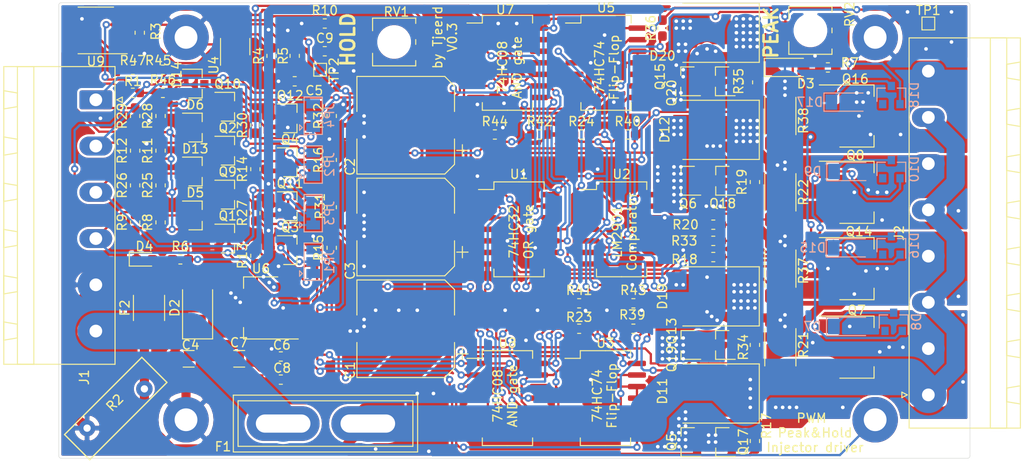
<source format=kicad_pcb>
(kicad_pcb (version 20171130) (host pcbnew 5.1.6-c6e7f7d~87~ubuntu18.04.1)
  (layers (0 F.Cu signal) (31 B.Cu signal) (34 B.Paste user hide) (35 F.Paste user hide) (36 B.SilkS user) (37 F.SilkS user) (38 B.Mask user hide) (39 F.Mask user hide) (44 Edge.Cuts user))
  (net 0 "")
  (net 1 5V)
  (net 2 VBAT)
  (net 3 INJ1-OUT)
  (net 4 "Net-(Q16-Pad3)")
  (net 5 INJ3-OUT)
  (net 6 INJ2-OUT)
  (net 7 INJ4-OUT)
  (net 8 "Net-(Q3-Pad3)")
  (net 9 "Net-(Q4-Pad3)")
  (net 10 VREF)
  (net 11 PWM)
  (net 12 "Net-(U5-Pad8)")
  (net 13 "Net-(U5-Pad6)")
  (net 14 PWR_GND)
  (net 15 VBAT_IN)
  (net 16 INJ4)
  (net 17 INJ3)
  (net 18 INJ2)
  (net 19 INJ1)
  (net 20 inv_INJ1)
  (net 21 inv_INJ3)
  (net 22 "Net-(Q8-Pad3)")
  (net 23 "Net-(Q12-Pad3)")
  (net 24 "Net-(Q14-Pad3)")
  (net 25 inv_INJ2)
  (net 26 "Net-(RV1-Pad2)")
  (net 27 inv_INJ4)
  (net 28 "Net-(D4-Pad2)")
  (net 29 "Net-(D8-Pad2)")
  (net 30 "Net-(Q7-Pad3)")
  (net 31 "Net-(Q11-Pad3)")
  (net 32 "Net-(Q13-Pad1)")
  (net 33 "Net-(Q15-Pad1)")
  (net 34 "Net-(R3-Pad1)")
  (net 35 "Net-(R18-Pad2)")
  (net 36 "Net-(U1-Pad13)")
  (net 37 "Net-(U1-Pad12)")
  (net 38 "Net-(U1-Pad10)")
  (net 39 "Net-(U1-Pad9)")
  (net 40 "Net-(U1-Pad5)")
  (net 41 "Net-(U1-Pad4)")
  (net 42 "Net-(U1-Pad2)")
  (net 43 "Net-(U1-Pad1)")
  (net 44 "Net-(U3-Pad9)")
  (net 45 "Net-(U3-Pad8)")
  (net 46 "Net-(U3-Pad6)")
  (net 47 "Net-(U3-Pad5)")
  (net 48 "Net-(U5-Pad9)")
  (net 49 "Net-(U5-Pad5)")
  (net 50 "Net-(D3-Pad2)")
  (net 51 "Net-(C4-Pad2)")
  (net 52 "Net-(C9-Pad1)")
  (net 53 "Net-(D17-Pad1)")
  (net 54 "Net-(D18-Pad2)")
  (net 55 "Net-(R23-Pad2)")
  (net 56 "Net-(R40-Pad2)")
  (net 57 "Net-(JP1-Pad1)")
  (net 58 "Net-(JP2-Pad1)")
  (net 59 "Net-(JP3-Pad1)")
  (net 60 "Net-(JP4-Pad1)")
  (net 61 "Net-(D2-Pad2)")
  (net 62 "Net-(D5-Pad3)")
  (net 63 "Net-(D6-Pad3)")
  (net 64 "Net-(D7-Pad1)")
  (net 65 "Net-(D10-Pad1)")
  (net 66 "Net-(D10-Pad2)")
  (net 67 "Net-(D11-Pad2)")
  (net 68 "Net-(D12-Pad2)")
  (net 69 "Net-(D13-Pad3)")
  (net 70 "Net-(D14-Pad3)")
  (net 71 "Net-(D15-Pad1)")
  (net 72 "Net-(D16-Pad2)")
  (net 73 "Net-(D19-Pad2)")
  (net 74 "Net-(D20-Pad2)")
  (net 75 "Net-(R4-Pad2)")
  (net 76 "Net-(R20-Pad2)")
  (net 77 "Net-(R24-Pad2)")
  (net 78 "Net-(R33-Pad2)")
  (net 79 "Net-(R36-Pad2)")
  (net 80 "Net-(R39-Pad2)")
  (net 81 "Net-(Q17-Pad1)")
  (net 82 "Net-(Q18-Pad1)")
  (net 83 "Net-(R1-Pad1)")
  (net 84 "Net-(R45-Pad2)")
  (net 85 "Net-(R47-Pad2)")
  (net 86 "Net-(U9-Pad7)")
  (module Package_SO:SO-8_3.9x4.9mm_P1.27mm (layer F.Cu) (at 115.824 69.088 180)
    (fp_text reference U9 (at 0 -3.4) (layer F.SilkS))
    (fp_text value LM2904)
    (pad 8 smd roundrect (at 2.575 -1.905 180) (size 1.75 0.6) (layers F.Cu F.Paste F.Mask) (net 1 5V))
    (pad 7 smd roundrect (at 2.575 -0.635 180) (size 1.75 0.6) (layers F.Cu F.Paste F.Mask) (net 86 "Net-(U9-Pad7)"))
    (pad 6 smd roundrect (at 2.575 0.635 180) (size 1.75 0.6) (layers F.Cu F.Paste F.Mask) (net 14 PWR_GND))
    (pad 5 smd roundrect (at 2.575 1.905 180) (size 1.75 0.6) (layers F.Cu F.Paste F.Mask) (net 14 PWR_GND))
    (pad 4 smd roundrect (at -2.575 1.905 180) (size 1.75 0.6) (layers F.Cu F.Paste F.Mask) (net 14 PWR_GND))
    (pad 3 smd roundrect (at -2.575 0.635 180) (size 1.75 0.6) (layers F.Cu F.Paste F.Mask) (net 83 "Net-(R1-Pad1)"))
    (pad 2 smd roundrect (at -2.575 -0.635 180) (size 1.75 0.6) (layers F.Cu F.Paste F.Mask) (net 84 "Net-(R45-Pad2)"))
    (pad 1 smd roundrect (at -2.575 -1.905 180) (size 1.75 0.6) (layers F.Cu F.Paste F.Mask) (net 85 "Net-(R47-Pad2)"))
  )
  (module Package_TO_SOT_SMD:SOT-23 (layer F.Cu) (at 126.746 89.408)
    (fp_text reference D5 (at 0 -2.5) (layer F.SilkS))
    (fp_text value BAT54S)
    (pad 3 smd rect (at 1 0) (size 0.9 0.8) (layers F.Cu F.Paste F.Mask) (net 62 "Net-(D5-Pad3)"))
    (pad 2 smd rect (at -1 0.95) (size 0.9 0.8) (layers F.Cu F.Paste F.Mask) (net 1 5V))
    (pad 1 smd rect (at -1 -0.95) (size 0.9 0.8) (layers F.Cu F.Paste F.Mask) (net 14 PWR_GND))
  )
  (module Resistor_SMD:R_0603_1608Metric (layer F.Cu) (at 119.888 73.406 180)
    (fp_text reference R47 (at 0 1.016) (layer F.SilkS))
    (fp_text value 6.2k)
    (pad 2 smd roundrect (at 0.7875 0 180) (size 0.875 0.95) (layers F.Cu F.Paste F.Mask) (net 85 "Net-(R47-Pad2)"))
    (pad 1 smd roundrect (at -0.7875 0 180) (size 0.875 0.95) (layers F.Cu F.Paste F.Mask) (net 84 "Net-(R45-Pad2)"))
  )
  (module Resistor_SMD:R_0603_1608Metric (layer F.Cu) (at 123.19 75.946)
    (fp_text reference R46 (at 0 -1.43) (layer F.SilkS))
    (fp_text value 9.1k)
    (pad 2 smd roundrect (at 0.7875 0) (size 0.875 0.95) (layers F.Cu F.Paste F.Mask) (net 14 PWR_GND))
    (pad 1 smd roundrect (at -0.7875 0) (size 0.875 0.95) (layers F.Cu F.Paste F.Mask) (net 83 "Net-(R1-Pad1)"))
  )
  (module Resistor_SMD:R_0603_1608Metric (layer F.Cu) (at 123.19 73.406 180)
    (fp_text reference R45 (at 0.508 1.016) (layer F.SilkS))
    (fp_text value 91k)
    (pad 2 smd roundrect (at 0.7875 0 180) (size 0.875 0.95) (layers F.Cu F.Paste F.Mask) (net 84 "Net-(R45-Pad2)"))
    (pad 1 smd roundrect (at -0.7875 0 180) (size 0.875 0.95) (layers F.Cu F.Paste F.Mask) (net 2 VBAT))
  )
  (module Resistor_SMD:R_0603_1608Metric (layer F.Cu) (at 119.888 75.946 180)
    (fp_text reference R1 (at 0 1.27) (layer F.SilkS))
    (fp_text value 15k)
    (pad 2 smd roundrect (at 0.7875 0 180) (size 0.875 0.95) (layers F.Cu F.Paste F.Mask) (net 1 5V))
    (pad 1 smd roundrect (at -0.7875 0 180) (size 0.875 0.95) (layers F.Cu F.Paste F.Mask) (net 83 "Net-(R1-Pad1)"))
  )
  (module Resistor_SMD:R_0603_1608Metric_Pad1.05x0.95mm_HandSolder (layer F.Cu) (at 183.642 92.202 180)
    (fp_text reference R33 (at 3.189 0) (layer F.SilkS))
    (fp_text value 100R)
    (pad 2 smd roundrect (at 0.875 0 180) (size 1.05 0.95) (layers F.Cu F.Paste F.Mask) (net 78 "Net-(R33-Pad2)"))
    (pad 1 smd roundrect (at -0.875 0 180) (size 1.05 0.95) (layers F.Cu F.Paste F.Mask) (net 72 "Net-(D16-Pad2)"))
  )
  (module Diode_SMD:D_SMC (layer F.Cu) (at 183.896 108.966 180)
    (fp_text reference D11 (at 5.842 0.254 90) (layer F.SilkS))
    (fp_text value SS36)
    (pad 2 smd rect (at 3.4 0 270) (size 3.3 2.5) (layers F.Cu F.Paste F.Mask) (net 67 "Net-(D11-Pad2)"))
    (pad 1 smd rect (at -3.4 0 270) (size 3.3 2.5) (layers F.Cu F.Paste F.Mask) (net 2 VBAT))
  )
  (module Package_TO_SOT_SMD:SOT-23 (layer F.Cu) (at 180.864 103.632 180)
    (fp_text reference Q13 (at 1.794 1.524 90) (layer F.SilkS))
    (fp_text value TSM2309)
    (pad 3 smd rect (at 1 0 180) (size 0.9 0.8) (layers F.Cu F.Paste F.Mask) (net 73 "Net-(D19-Pad2)"))
    (pad 2 smd rect (at -1 0.95 180) (size 0.9 0.8) (layers F.Cu F.Paste F.Mask) (net 6 INJ2-OUT))
    (pad 1 smd rect (at -1 -0.95 180) (size 0.9 0.8) (layers F.Cu F.Paste F.Mask) (net 32 "Net-(Q13-Pad1)"))
  )
  (module Package_TO_SOT_SMD:SOT-23 (layer F.Cu) (at 184.642 74.676 180)
    (fp_text reference Q20 (at 5.572 -1.27 90) (layer F.SilkS))
    (fp_text value TSM2309)
    (pad 1 smd rect (at -1 -0.95 180) (size 0.9 0.8) (layers F.Cu F.Paste F.Mask) (net 33 "Net-(Q15-Pad1)"))
    (pad 2 smd rect (at -1 0.95 180) (size 0.9 0.8) (layers F.Cu F.Paste F.Mask) (net 7 INJ4-OUT))
    (pad 3 smd rect (at 1 0 180) (size 0.9 0.8) (layers F.Cu F.Paste F.Mask) (net 74 "Net-(D20-Pad2)"))
  )
  (module Package_TO_SOT_SMD:SOT-23 (layer F.Cu) (at 184.674 85.598 180)
    (fp_text reference Q18 (at 0 -2.5) (layer F.SilkS))
    (fp_text value TSM2309)
    (pad 3 smd rect (at 1 0 180) (size 0.9 0.8) (layers F.Cu F.Paste F.Mask) (net 68 "Net-(D12-Pad2)"))
    (pad 2 smd rect (at -1 0.95 180) (size 0.9 0.8) (layers F.Cu F.Paste F.Mask) (net 5 INJ3-OUT))
    (pad 1 smd rect (at -1 -0.95 180) (size 0.9 0.8) (layers F.Cu F.Paste F.Mask) (net 82 "Net-(Q18-Pad1)"))
  )
  (module Package_TO_SOT_SMD:SOT-23 (layer F.Cu) (at 180.832 74.676 180)
    (fp_text reference Q15 (at 3.032 0.508 90) (layer F.SilkS))
    (fp_text value TSM2309)
    (pad 3 smd rect (at 1 0 180) (size 0.9 0.8) (layers F.Cu F.Paste F.Mask) (net 74 "Net-(D20-Pad2)"))
    (pad 2 smd rect (at -1 0.95 180) (size 0.9 0.8) (layers F.Cu F.Paste F.Mask) (net 7 INJ4-OUT))
    (pad 1 smd rect (at -1 -0.95 180) (size 0.9 0.8) (layers F.Cu F.Paste F.Mask) (net 33 "Net-(Q15-Pad1)"))
  )
  (module Package_TO_SOT_SMD:SOT-23 (layer F.Cu) (at 180.864 85.598 180)
    (fp_text reference Q6 (at 0 -2.5) (layer F.SilkS))
    (fp_text value TSM2309)
    (pad 3 smd rect (at 1 0 180) (size 0.9 0.8) (layers F.Cu F.Paste F.Mask) (net 68 "Net-(D12-Pad2)"))
    (pad 2 smd rect (at -1 0.95 180) (size 0.9 0.8) (layers F.Cu F.Paste F.Mask) (net 5 INJ3-OUT))
    (pad 1 smd rect (at -1 -0.95 180) (size 0.9 0.8) (layers F.Cu F.Paste F.Mask) (net 82 "Net-(Q18-Pad1)"))
  )
  (module Package_TO_SOT_SMD:SOT-23 (layer F.Cu) (at 184.658 103.632 180)
    (fp_text reference Q19 (at 5.588 -1.524 90) (layer F.SilkS))
    (fp_text value TSM2309)
    (pad 3 smd rect (at 1 0 180) (size 0.9 0.8) (layers F.Cu F.Paste F.Mask) (net 73 "Net-(D19-Pad2)"))
    (pad 2 smd rect (at -1 0.95 180) (size 0.9 0.8) (layers F.Cu F.Paste F.Mask) (net 6 INJ2-OUT))
    (pad 1 smd rect (at -1 -0.95 180) (size 0.9 0.8) (layers F.Cu F.Paste F.Mask) (net 32 "Net-(Q13-Pad1)"))
  )
  (module Package_TO_SOT_SMD:SOT-23 (layer F.Cu) (at 184.674 114.3 180)
    (fp_text reference Q17 (at -2.27 0 90) (layer F.SilkS))
    (fp_text value TSM2309)
    (pad 3 smd rect (at 1 0 180) (size 0.9 0.8) (layers F.Cu F.Paste F.Mask) (net 67 "Net-(D11-Pad2)"))
    (pad 2 smd rect (at -1 0.95 180) (size 0.9 0.8) (layers F.Cu F.Paste F.Mask) (net 3 INJ1-OUT))
    (pad 1 smd rect (at -1 -0.95 180) (size 0.9 0.8) (layers F.Cu F.Paste F.Mask) (net 81 "Net-(Q17-Pad1)"))
  )
  (module Package_TO_SOT_SMD:SOT-23 (layer F.Cu) (at 180.864 114.3 180)
    (fp_text reference Q5 (at 1.794 0 90) (layer F.SilkS))
    (fp_text value TSM2309)
    (pad 3 smd rect (at 1 0 180) (size 0.9 0.8) (layers F.Cu F.Paste F.Mask) (net 67 "Net-(D11-Pad2)"))
    (pad 2 smd rect (at -1 0.95 180) (size 0.9 0.8) (layers F.Cu F.Paste F.Mask) (net 3 INJ1-OUT))
    (pad 1 smd rect (at -1 -0.95 180) (size 0.9 0.8) (layers F.Cu F.Paste F.Mask) (net 81 "Net-(Q17-Pad1)"))
  )
  (module Resistor_SMD:R_0603_1608Metric_Pad1.05x0.95mm_HandSolder (layer F.Cu) (at 159.653 80.518)
    (fp_text reference R44 (at 0 -1.43) (layer F.SilkS))
    (fp_text value 10K)
    (pad 2 smd roundrect (at 0.875 0) (size 1.05 0.95) (layers F.Cu F.Paste F.Mask) (net 14 PWR_GND))
    (pad 1 smd roundrect (at -0.875 0) (size 1.05 0.95) (layers F.Cu F.Paste F.Mask) (net 27 inv_INJ4))
  )
  (module Resistor_SMD:R_0603_1608Metric_Pad1.05x0.95mm_HandSolder (layer F.Cu) (at 174.865 99.06)
    (fp_text reference R43 (at 0 -1.43) (layer F.SilkS))
    (fp_text value 10K)
    (pad 2 smd roundrect (at 0.875 0) (size 1.05 0.95) (layers F.Cu F.Paste F.Mask) (net 14 PWR_GND))
    (pad 1 smd roundrect (at -0.875 0) (size 1.05 0.95) (layers F.Cu F.Paste F.Mask) (net 25 inv_INJ2))
  )
  (module Resistor_SMD:R_0603_1608Metric_Pad1.05x0.95mm_HandSolder (layer F.Cu) (at 164.592 80.518)
    (fp_text reference R42 (at 0 -1.43) (layer F.SilkS))
    (fp_text value 1K)
    (pad 2 smd roundrect (at 0.875 0) (size 1.05 0.95) (layers F.Cu F.Paste F.Mask) (net 14 PWR_GND))
    (pad 1 smd roundrect (at -0.875 0) (size 1.05 0.95) (layers F.Cu F.Paste F.Mask) (net 21 inv_INJ3))
  )
  (module Resistor_SMD:R_0603_1608Metric_Pad1.05x0.95mm_HandSolder (layer F.Cu) (at 168.91 99.06)
    (fp_text reference R41 (at 0 -1.43) (layer F.SilkS))
    (fp_text value 10K)
    (pad 2 smd roundrect (at 0.875 0) (size 1.05 0.95) (layers F.Cu F.Paste F.Mask) (net 14 PWR_GND))
    (pad 1 smd roundrect (at -0.875 0) (size 1.05 0.95) (layers F.Cu F.Paste F.Mask) (net 20 inv_INJ1))
  )
  (module Package_TO_SOT_SMD:SOT-23 (layer F.Cu) (at 137.16 88.392)
    (fp_text reference Q11 (at 0 -2.5) (layer F.SilkS))
    (fp_text value 2N7002)
    (pad 3 smd rect (at 1 0) (size 0.9 0.8) (layers F.Cu F.Paste F.Mask) (net 31 "Net-(Q11-Pad3)"))
    (pad 2 smd rect (at -1 0.95) (size 0.9 0.8) (layers F.Cu F.Paste F.Mask) (net 14 PWR_GND))
    (pad 1 smd rect (at -1 -0.95) (size 0.9 0.8) (layers F.Cu F.Paste F.Mask) (net 25 inv_INJ2))
  )
  (module Package_TO_SOT_SMD:SOT-23 (layer F.Cu) (at 137.16 78.74)
    (fp_text reference Q12 (at 0 -2.5) (layer F.SilkS))
    (fp_text value 2N7002)
    (pad 3 smd rect (at 1 0) (size 0.9 0.8) (layers F.Cu F.Paste F.Mask) (net 23 "Net-(Q12-Pad3)"))
    (pad 2 smd rect (at -1 0.95) (size 0.9 0.8) (layers F.Cu F.Paste F.Mask) (net 14 PWR_GND))
    (pad 1 smd rect (at -1 -0.95) (size 0.9 0.8) (layers F.Cu F.Paste F.Mask) (net 27 inv_INJ4))
  )
  (module Package_TO_SOT_SMD:SOT-23 (layer F.Cu) (at 137.16 83.566)
    (fp_text reference Q4 (at 0 -2.5) (layer F.SilkS))
    (fp_text value 2N7002)
    (pad 3 smd rect (at 1 0) (size 0.9 0.8) (layers F.Cu F.Paste F.Mask) (net 9 "Net-(Q4-Pad3)"))
    (pad 2 smd rect (at -1 0.95) (size 0.9 0.8) (layers F.Cu F.Paste F.Mask) (net 14 PWR_GND))
    (pad 1 smd rect (at -1 -0.95) (size 0.9 0.8) (layers F.Cu F.Paste F.Mask) (net 21 inv_INJ3))
  )
  (module Package_TO_SOT_SMD:SOT-23 (layer F.Cu) (at 137.16 93.218)
    (fp_text reference Q3 (at 0 -2.5) (layer F.SilkS))
    (fp_text value 2N7002)
    (pad 3 smd rect (at 1 0) (size 0.9 0.8) (layers F.Cu F.Paste F.Mask) (net 8 "Net-(Q3-Pad3)"))
    (pad 2 smd rect (at -1 0.95) (size 0.9 0.8) (layers F.Cu F.Paste F.Mask) (net 14 PWR_GND))
    (pad 1 smd rect (at -1 -0.95) (size 0.9 0.8) (layers F.Cu F.Paste F.Mask) (net 20 inv_INJ1))
  )
  (module Jumper:SolderJumper-3_P1.3mm_Bridged12_Pad1.0x1.5mm (layer B.Cu) (at 139.7 78.456 90)
    (fp_text reference JP4 (at 0 1.8 90) (layer B.SilkS) (effects (justify mirror)))
    (fp_text value SolderJumper_3_Bridged12)
    (fp_poly (pts (xy -0.9 0.3) (xy -0.4 0.3) (xy -0.4 -0.3) (xy -0.9 -0.3)) (layer B.Cu) (width 0))
    (pad 2 smd rect (at 0 0 90) (size 1 1.5) (layers B.Cu B.Mask) (net 27 inv_INJ4))
    (pad 3 smd rect (at 1.3 0 90) (size 1 1.5) (layers B.Cu B.Mask) (net 16 INJ4))
    (pad 1 smd rect (at -1.3 0 90) (size 1 1.5) (layers B.Cu B.Mask) (net 60 "Net-(JP4-Pad1)"))
  )
  (module Jumper:SolderJumper-3_P1.3mm_Bridged12_Pad1.0x1.5mm (layer B.Cu) (at 139.7 89.154 90)
    (fp_text reference JP3 (at 0 1.8 90) (layer B.SilkS) (effects (justify mirror)))
    (fp_text value SolderJumper_3_Bridged12)
    (fp_poly (pts (xy -0.9 0.3) (xy -0.4 0.3) (xy -0.4 -0.3) (xy -0.9 -0.3)) (layer B.Cu) (width 0))
    (pad 2 smd rect (at 0 0 90) (size 1 1.5) (layers B.Cu B.Mask) (net 25 inv_INJ2))
    (pad 3 smd rect (at 1.3 0 90) (size 1 1.5) (layers B.Cu B.Mask) (net 18 INJ2))
    (pad 1 smd rect (at -1.3 0 90) (size 1 1.5) (layers B.Cu B.Mask) (net 59 "Net-(JP3-Pad1)"))
  )
  (module Jumper:SolderJumper-3_P1.3mm_Bridged12_Pad1.0x1.5mm (layer B.Cu) (at 139.7 94.488 90)
    (fp_text reference JP1 (at 0 1.8 90) (layer B.SilkS) (effects (justify mirror)))
    (fp_text value SolderJumper_3_Bridged12)
    (fp_poly (pts (xy -0.9 0.3) (xy -0.4 0.3) (xy -0.4 -0.3) (xy -0.9 -0.3)) (layer B.Cu) (width 0))
    (pad 2 smd rect (at 0 0 90) (size 1 1.5) (layers B.Cu B.Mask) (net 20 inv_INJ1))
    (pad 3 smd rect (at 1.3 0 90) (size 1 1.5) (layers B.Cu B.Mask) (net 19 INJ1))
    (pad 1 smd rect (at -1.3 0 90) (size 1 1.5) (layers B.Cu B.Mask) (net 57 "Net-(JP1-Pad1)"))
  )
  (module Jumper:SolderJumper-3_P1.3mm_Bridged12_Pad1.0x1.5mm (layer B.Cu) (at 139.7 83.82 90)
    (fp_text reference JP2 (at 0 1.8 90) (layer B.SilkS) (effects (justify mirror)))
    (fp_text value SolderJumper_3_Bridged12)
    (fp_poly (pts (xy -0.9 0.3) (xy -0.4 0.3) (xy -0.4 -0.3) (xy -0.9 -0.3)) (layer B.Cu) (width 0))
    (pad 2 smd rect (at 0 0 90) (size 1 1.5) (layers B.Cu B.Mask) (net 21 inv_INJ3))
    (pad 3 smd rect (at 1.3 0 90) (size 1 1.5) (layers B.Cu B.Mask) (net 17 INJ3))
    (pad 1 smd rect (at -1.3 0 90) (size 1 1.5) (layers B.Cu B.Mask) (net 58 "Net-(JP2-Pad1)"))
  )
  (module Diode_SMD:D_SOT-23_ANK (layer B.Cu) (at 203.2 76.184 90)
    (fp_text reference D18 (at 0 2.5 90) (layer B.SilkS) (effects (justify mirror)))
    (fp_text value BZX84C39)
    (pad 1 smd rect (at 1 0 90) (size 0.9 0.8) (layers B.Cu B.Paste B.Mask) (net 53 "Net-(D17-Pad1)"))
    (pad "" smd rect (at -1 -0.95 90) (size 0.9 0.8) (layers B.Cu B.Paste B.Mask))
    (pad 2 smd rect (at -1 0.95 90) (size 0.9 0.8) (layers B.Cu B.Paste B.Mask) (net 54 "Net-(D18-Pad2)"))
  )
  (module Diode_SMD:D_SOT-23_ANK (layer B.Cu) (at 203.2 92.71 90)
    (fp_text reference D16 (at 0 2.5 90) (layer B.SilkS) (effects (justify mirror)))
    (fp_text value BZX84C39)
    (pad 1 smd rect (at 1 0 90) (size 0.9 0.8) (layers B.Cu B.Paste B.Mask) (net 71 "Net-(D15-Pad1)"))
    (pad "" smd rect (at -1 -0.95 90) (size 0.9 0.8) (layers B.Cu B.Paste B.Mask))
    (pad 2 smd rect (at -1 0.95 90) (size 0.9 0.8) (layers B.Cu B.Paste B.Mask) (net 72 "Net-(D16-Pad2)"))
  )
  (module Diode_SMD:D_SOT-23_ANK (layer B.Cu) (at 203.2 84.328 90)
    (fp_text reference D10 (at 0 2.5 90) (layer B.SilkS) (effects (justify mirror)))
    (fp_text value BZX84C39)
    (pad 1 smd rect (at 1 0 90) (size 0.9 0.8) (layers B.Cu B.Paste B.Mask) (net 65 "Net-(D10-Pad1)"))
    (pad "" smd rect (at -1 -0.95 90) (size 0.9 0.8) (layers B.Cu B.Paste B.Mask))
    (pad 2 smd rect (at -1 0.95 90) (size 0.9 0.8) (layers B.Cu B.Paste B.Mask) (net 66 "Net-(D10-Pad2)"))
  )
  (module Diode_SMD:D_SOT-23_ANK (layer B.Cu) (at 203.454 101.092 90)
    (fp_text reference D8 (at 0 2.5 90) (layer B.SilkS) (effects (justify mirror)))
    (fp_text value BZX84C39)
    (pad 1 smd rect (at 1 0 90) (size 0.9 0.8) (layers B.Cu B.Paste B.Mask) (net 64 "Net-(D7-Pad1)"))
    (pad "" smd rect (at -1 -0.95 90) (size 0.9 0.8) (layers B.Cu B.Paste B.Mask))
    (pad 2 smd rect (at -1 0.95 90) (size 0.9 0.8) (layers B.Cu B.Paste B.Mask) (net 29 "Net-(D8-Pad2)"))
  )
  (module Diode_SMD:D_SMC (layer F.Cu) (at 183.896 98.298 180)
    (fp_text reference D19 (at 5.842 0 90) (layer F.SilkS))
    (fp_text value SS36)
    (pad 2 smd rect (at 3.4 0 270) (size 3.3 2.5) (layers F.Cu F.Paste F.Mask) (net 73 "Net-(D19-Pad2)"))
    (pad 1 smd rect (at -3.4 0 270) (size 3.3 2.5) (layers F.Cu F.Paste F.Mask) (net 2 VBAT))
  )
  (module Resistor_SMD:R_0603_1608Metric_Pad1.05x0.95mm_HandSolder (layer F.Cu) (at 183.642 90.424 180)
    (fp_text reference R20 (at 3.048 0) (layer F.SilkS))
    (fp_text value 100R)
    (pad 2 smd roundrect (at 0.875 0 180) (size 1.05 0.95) (layers F.Cu F.Paste F.Mask) (net 76 "Net-(R20-Pad2)"))
    (pad 1 smd roundrect (at -0.875 0 180) (size 1.05 0.95) (layers F.Cu F.Paste F.Mask) (net 66 "Net-(D10-Pad2)"))
  )
  (module Resistor_SMD:R_2512_6332Metric_Pad1.52x3.35mm_HandSolder (layer F.Cu) (at 191.008 95.25 90)
    (fp_text reference R37 (at -0.254 2.54 90) (layer F.SilkS))
    (fp_text value 0R1)
    (pad 2 smd roundrect (at 2.9875 0 90) (size 1.525 3.35) (layers F.Cu F.Paste F.Mask) (roundrect_rratio 0.163934) (net 14 PWR_GND))
    (pad 1 smd roundrect (at -2.9875 0 90) (size 1.525 3.35) (layers F.Cu F.Paste F.Mask) (roundrect_rratio 0.163934) (net 24 "Net-(Q14-Pad3)"))
  )
  (module Diode_SMD:D_SMC (layer F.Cu) (at 183.896 80.01 180)
    (fp_text reference D12 (at 5.588 0 90) (layer F.SilkS))
    (fp_text value SS36)
    (pad 2 smd rect (at 3.4 0 270) (size 3.3 2.5) (layers F.Cu F.Paste F.Mask) (net 68 "Net-(D12-Pad2)"))
    (pad 1 smd rect (at -3.4 0 270) (size 3.3 2.5) (layers F.Cu F.Paste F.Mask) (net 2 VBAT))
  )
  (module Diode_SMD:D_SMC (layer F.Cu) (at 183.896 69.342 180)
    (fp_text reference D20 (at 5.842 -2.54 180) (layer F.SilkS))
    (fp_text value SS36)
    (pad 2 smd rect (at 3.4 0 270) (size 3.3 2.5) (layers F.Cu F.Paste F.Mask) (net 74 "Net-(D20-Pad2)"))
    (pad 1 smd rect (at -3.4 0 270) (size 3.3 2.5) (layers F.Cu F.Paste F.Mask) (net 2 VBAT))
  )
  (module Resistor_SMD:R_0603_1608Metric_Pad1.05x0.95mm_HandSolder (layer F.Cu) (at 178.054 68.834 270)
    (fp_text reference R36 (at 0 1.27 90) (layer F.SilkS))
    (fp_text value 100R)
    (pad 2 smd roundrect (at 0.875 0 270) (size 1.05 0.95) (layers F.Cu F.Paste F.Mask) (net 79 "Net-(R36-Pad2)"))
    (pad 1 smd roundrect (at -0.875 0 270) (size 1.05 0.95) (layers F.Cu F.Paste F.Mask) (net 54 "Net-(D18-Pad2)"))
  )
  (module Resistor_SMD:R_0603_1608Metric_Pad1.05x0.95mm_HandSolder (layer F.Cu) (at 141.732 88.505 270)
    (fp_text reference R31 (at -0.113 1.27 90) (layer F.SilkS))
    (fp_text value 470R)
    (pad 2 smd roundrect (at 0.875 0 270) (size 1.05 0.95) (layers F.Cu F.Paste F.Mask) (net 32 "Net-(Q13-Pad1)"))
    (pad 1 smd roundrect (at -0.875 0 270) (size 1.05 0.95) (layers F.Cu F.Paste F.Mask) (net 31 "Net-(Q11-Pad3)"))
  )
  (module Resistor_SMD:R_0603_1608Metric_Pad1.05x0.95mm_HandSolder (layer F.Cu) (at 183.642 93.98 180)
    (fp_text reference R18 (at 3.161 -0.254) (layer F.SilkS))
    (fp_text value 100R)
    (pad 2 smd roundrect (at 0.875 0 180) (size 1.05 0.95) (layers F.Cu F.Paste F.Mask) (net 35 "Net-(R18-Pad2)"))
    (pad 1 smd roundrect (at -0.875 0 180) (size 1.05 0.95) (layers F.Cu F.Paste F.Mask) (net 29 "Net-(D8-Pad2)"))
  )
  (module Diode_SMD:D_MiniMELF (layer B.Cu) (at 198.346 76.962)
    (fp_text reference D17 (at -4.092 0) (layer B.SilkS) (effects (justify mirror)))
    (fp_text value BAV103)
    (pad 2 smd rect (at 1.75 0) (size 1.3 1.7) (layers B.Cu B.Paste B.Mask) (net 7 INJ4-OUT))
    (pad 1 smd rect (at -1.75 0) (size 1.3 1.7) (layers B.Cu B.Paste B.Mask) (net 53 "Net-(D17-Pad1)"))
  )
  (module Diode_SMD:D_MiniMELF (layer B.Cu) (at 198.6 92.964)
    (fp_text reference D15 (at -4.036 0) (layer B.SilkS) (effects (justify mirror)))
    (fp_text value BAV103)
    (pad 2 smd rect (at 1.75 0) (size 1.3 1.7) (layers B.Cu B.Paste B.Mask) (net 6 INJ2-OUT))
    (pad 1 smd rect (at -1.75 0) (size 1.3 1.7) (layers B.Cu B.Paste B.Mask) (net 71 "Net-(D15-Pad1)"))
  )
  (module Diode_SMD:D_MiniMELF (layer B.Cu) (at 198.656 84.582)
    (fp_text reference D9 (at -4.092 0) (layer B.SilkS) (effects (justify mirror)))
    (fp_text value BAV103)
    (pad 2 smd rect (at 1.75 0) (size 1.3 1.7) (layers B.Cu B.Paste B.Mask) (net 5 INJ3-OUT))
    (pad 1 smd rect (at -1.75 0) (size 1.3 1.7) (layers B.Cu B.Paste B.Mask) (net 65 "Net-(D10-Pad1)"))
  )
  (module Diode_SMD:D_MiniMELF (layer B.Cu) (at 198.628 101.6)
    (fp_text reference D7 (at -4.092 0) (layer B.SilkS) (effects (justify mirror)))
    (fp_text value BAV103)
    (pad 2 smd rect (at 1.75 0) (size 1.3 1.7) (layers B.Cu B.Paste B.Mask) (net 3 INJ1-OUT))
    (pad 1 smd rect (at -1.75 0) (size 1.3 1.7) (layers B.Cu B.Paste B.Mask) (net 64 "Net-(D7-Pad1)"))
  )
  (module Resistor_SMD:R_0603_1608Metric_Pad1.05x0.95mm_HandSolder (layer F.Cu) (at 133.35 79.502 90)
    (fp_text reference R30 (at 0 -1.43 90) (layer F.SilkS))
    (fp_text value 1K)
    (pad 2 smd roundrect (at 0.875 0 90) (size 1.05 0.95) (layers F.Cu F.Paste F.Mask) (net 60 "Net-(JP4-Pad1)"))
    (pad 1 smd roundrect (at -0.875 0 90) (size 1.05 0.95) (layers F.Cu F.Paste F.Mask) (net 1 5V))
  )
  (module Resistor_SMD:R_0603_1608Metric_Pad1.05x0.95mm_HandSolder (layer F.Cu) (at 120.142 78.486 90)
    (fp_text reference R29 (at 0 -1.43 90) (layer F.SilkS))
    (fp_text value 470R)
    (pad 2 smd roundrect (at 0.875 0 90) (size 1.05 0.95) (layers F.Cu F.Paste F.Mask) (net 16 INJ4))
    (pad 1 smd roundrect (at -0.875 0 90) (size 1.05 0.95) (layers F.Cu F.Paste F.Mask) (net 70 "Net-(D14-Pad3)"))
  )
  (module Resistor_SMD:R_0603_1608Metric_Pad1.05x0.95mm_HandSolder (layer F.Cu) (at 122.936 78.486 90)
    (fp_text reference R28 (at 0 -1.43 90) (layer F.SilkS))
    (fp_text value 10K)
    (pad 2 smd roundrect (at 0.875 0 90) (size 1.05 0.95) (layers F.Cu F.Paste F.Mask) (net 70 "Net-(D14-Pad3)"))
    (pad 1 smd roundrect (at -0.875 0 90) (size 1.05 0.95) (layers F.Cu F.Paste F.Mask) (net 1 5V))
  )
  (module Resistor_SMD:R_0603_1608Metric_Pad1.05x0.95mm_HandSolder (layer F.Cu) (at 133.35 89.154 90)
    (fp_text reference R27 (at 0 -1.43 90) (layer F.SilkS))
    (fp_text value 1K)
    (pad 2 smd roundrect (at 0.875 0 90) (size 1.05 0.95) (layers F.Cu F.Paste F.Mask) (net 59 "Net-(JP3-Pad1)"))
    (pad 1 smd roundrect (at -0.875 0 90) (size 1.05 0.95) (layers F.Cu F.Paste F.Mask) (net 1 5V))
  )
  (module Resistor_SMD:R_0603_1608Metric_Pad1.05x0.95mm_HandSolder (layer F.Cu) (at 120.142 86.106 90)
    (fp_text reference R26 (at 0 -1.43 90) (layer F.SilkS))
    (fp_text value 470R)
    (pad 2 smd roundrect (at 0.875 0 90) (size 1.05 0.95) (layers F.Cu F.Paste F.Mask) (net 18 INJ2))
    (pad 1 smd roundrect (at -0.875 0 90) (size 1.05 0.95) (layers F.Cu F.Paste F.Mask) (net 69 "Net-(D13-Pad3)"))
  )
  (module Resistor_SMD:R_0603_1608Metric_Pad1.05x0.95mm_HandSolder (layer F.Cu) (at 122.936 86.106 90)
    (fp_text reference R25 (at 0 -1.43 90) (layer F.SilkS))
    (fp_text value 10K)
    (pad 2 smd roundrect (at 0.875 0 90) (size 1.05 0.95) (layers F.Cu F.Paste F.Mask) (net 69 "Net-(D13-Pad3)"))
    (pad 1 smd roundrect (at -0.875 0 90) (size 1.05 0.95) (layers F.Cu F.Paste F.Mask) (net 1 5V))
  )
  (module Resistor_SMD:R_0603_1608Metric_Pad1.05x0.95mm_HandSolder (layer F.Cu) (at 133.35 84.328 90)
    (fp_text reference R14 (at 0 -1.43 90) (layer F.SilkS))
    (fp_text value 1K)
    (pad 2 smd roundrect (at 0.875 0 90) (size 1.05 0.95) (layers F.Cu F.Paste F.Mask) (net 58 "Net-(JP2-Pad1)"))
    (pad 1 smd roundrect (at -0.875 0 90) (size 1.05 0.95) (layers F.Cu F.Paste F.Mask) (net 1 5V))
  )
  (module Resistor_SMD:R_0603_1608Metric_Pad1.05x0.95mm_HandSolder (layer F.Cu) (at 133.35 93.839 90)
    (fp_text reference R13 (at 0 -1.43 90) (layer F.SilkS))
    (fp_text value 1K)
    (pad 2 smd roundrect (at 0.875 0 90) (size 1.05 0.95) (layers F.Cu F.Paste F.Mask) (net 57 "Net-(JP1-Pad1)"))
    (pad 1 smd roundrect (at -0.875 0 90) (size 1.05 0.95) (layers F.Cu F.Paste F.Mask) (net 1 5V))
  )
  (module Resistor_SMD:R_0603_1608Metric_Pad1.05x0.95mm_HandSolder (layer F.Cu) (at 120.142 82.296 90)
    (fp_text reference R12 (at 0 -1.43 90) (layer F.SilkS))
    (fp_text value 470R)
    (pad 2 smd roundrect (at 0.875 0 90) (size 1.05 0.95) (layers F.Cu F.Paste F.Mask) (net 17 INJ3))
    (pad 1 smd roundrect (at -0.875 0 90) (size 1.05 0.95) (layers F.Cu F.Paste F.Mask) (net 63 "Net-(D6-Pad3)"))
  )
  (module Resistor_SMD:R_0603_1608Metric_Pad1.05x0.95mm_HandSolder (layer F.Cu) (at 122.936 82.296 90)
    (fp_text reference R11 (at 0 -1.43 90) (layer F.SilkS))
    (fp_text value 10K)
    (pad 2 smd roundrect (at 0.875 0 90) (size 1.05 0.95) (layers F.Cu F.Paste F.Mask) (net 63 "Net-(D6-Pad3)"))
    (pad 1 smd roundrect (at -0.875 0 90) (size 1.05 0.95) (layers F.Cu F.Paste F.Mask) (net 1 5V))
  )
  (module Resistor_SMD:R_0603_1608Metric_Pad1.05x0.95mm_HandSolder (layer F.Cu) (at 120.142 90.17 90)
    (fp_text reference R9 (at 0 -1.43 90) (layer F.SilkS))
    (fp_text value 470R)
    (pad 2 smd roundrect (at 0.875 0 90) (size 1.05 0.95) (layers F.Cu F.Paste F.Mask) (net 19 INJ1))
    (pad 1 smd roundrect (at -0.875 0 90) (size 1.05 0.95) (layers F.Cu F.Paste F.Mask) (net 62 "Net-(D5-Pad3)"))
  )
  (module Resistor_SMD:R_0603_1608Metric_Pad1.05x0.95mm_HandSolder (layer F.Cu) (at 122.936 90.17 90)
    (fp_text reference R8 (at 0 -1.43 90) (layer F.SilkS))
    (fp_text value 10K)
    (pad 2 smd roundrect (at 0.875 0 90) (size 1.05 0.95) (layers F.Cu F.Paste F.Mask) (net 62 "Net-(D5-Pad3)"))
    (pad 1 smd roundrect (at -0.875 0 90) (size 1.05 0.95) (layers F.Cu F.Paste F.Mask) (net 1 5V))
  )
  (module Package_TO_SOT_SMD:SOT-23 (layer F.Cu) (at 130.302 77.47)
    (fp_text reference Q10 (at 0 -2.5) (layer F.SilkS))
    (fp_text value 2N7002)
    (pad 3 smd rect (at 1 0) (size 0.9 0.8) (layers F.Cu F.Paste F.Mask) (net 60 "Net-(JP4-Pad1)"))
    (pad 2 smd rect (at -1 0.95) (size 0.9 0.8) (layers F.Cu F.Paste F.Mask) (net 14 PWR_GND))
    (pad 1 smd rect (at -1 -0.95) (size 0.9 0.8) (layers F.Cu F.Paste F.Mask) (net 70 "Net-(D14-Pad3)"))
  )
  (module Package_TO_SOT_SMD:SOT-23 (layer F.Cu) (at 130.302 87.122)
    (fp_text reference Q9 (at 0 -2.5) (layer F.SilkS))
    (fp_text value 2N7002)
    (pad 3 smd rect (at 1 0) (size 0.9 0.8) (layers F.Cu F.Paste F.Mask) (net 59 "Net-(JP3-Pad1)"))
    (pad 2 smd rect (at -1 0.95) (size 0.9 0.8) (layers F.Cu F.Paste F.Mask) (net 14 PWR_GND))
    (pad 1 smd rect (at -1 -0.95) (size 0.9 0.8) (layers F.Cu F.Paste F.Mask) (net 69 "Net-(D13-Pad3)"))
  )
  (module Package_TO_SOT_SMD:SOT-23 (layer F.Cu) (at 130.302 82.296)
    (fp_text reference Q2 (at 0 -2.5) (layer F.SilkS))
    (fp_text value 2N7002)
    (pad 3 smd rect (at 1 0) (size 0.9 0.8) (layers F.Cu F.Paste F.Mask) (net 58 "Net-(JP2-Pad1)"))
    (pad 2 smd rect (at -1 0.95) (size 0.9 0.8) (layers F.Cu F.Paste F.Mask) (net 14 PWR_GND))
    (pad 1 smd rect (at -1 -0.95) (size 0.9 0.8) (layers F.Cu F.Paste F.Mask) (net 63 "Net-(D6-Pad3)"))
  )
  (module Package_TO_SOT_SMD:SOT-23 (layer F.Cu) (at 130.302 91.948)
    (fp_text reference Q1 (at 0 -2.5) (layer F.SilkS))
    (fp_text value 2N7002)
    (pad 3 smd rect (at 1 0) (size 0.9 0.8) (layers F.Cu F.Paste F.Mask) (net 57 "Net-(JP1-Pad1)"))
    (pad 2 smd rect (at -1 0.95) (size 0.9 0.8) (layers F.Cu F.Paste F.Mask) (net 14 PWR_GND))
    (pad 1 smd rect (at -1 -0.95) (size 0.9 0.8) (layers F.Cu F.Paste F.Mask) (net 62 "Net-(D5-Pad3)"))
  )
  (module Package_TO_SOT_SMD:SOT-23 (layer F.Cu) (at 126.746 74.93)
    (fp_text reference D14 (at -2.032 -1.016 90) (layer F.SilkS))
    (fp_text value BAT54S)
    (pad 3 smd rect (at 1 0) (size 0.9 0.8) (layers F.Cu F.Paste F.Mask) (net 70 "Net-(D14-Pad3)"))
    (pad 2 smd rect (at -1 0.95) (size 0.9 0.8) (layers F.Cu F.Paste F.Mask) (net 1 5V))
    (pad 1 smd rect (at -1 -0.95) (size 0.9 0.8) (layers F.Cu F.Paste F.Mask) (net 14 PWR_GND))
  )
  (module Package_TO_SOT_SMD:SOT-23 (layer F.Cu) (at 126.746 84.582)
    (fp_text reference D13 (at 0 -2.5) (layer F.SilkS))
    (fp_text value BAT54S)
    (pad 3 smd rect (at 1 0) (size 0.9 0.8) (layers F.Cu F.Paste F.Mask) (net 69 "Net-(D13-Pad3)"))
    (pad 2 smd rect (at -1 0.95) (size 0.9 0.8) (layers F.Cu F.Paste F.Mask) (net 1 5V))
    (pad 1 smd rect (at -1 -0.95) (size 0.9 0.8) (layers F.Cu F.Paste F.Mask) (net 14 PWR_GND))
  )
  (module Package_TO_SOT_SMD:SOT-23 (layer F.Cu) (at 126.746 79.756)
    (fp_text reference D6 (at 0 -2.5) (layer F.SilkS))
    (fp_text value BAT54S)
    (pad 3 smd rect (at 1 0) (size 0.9 0.8) (layers F.Cu F.Paste F.Mask) (net 63 "Net-(D6-Pad3)"))
    (pad 2 smd rect (at -1 0.95) (size 0.9 0.8) (layers F.Cu F.Paste F.Mask) (net 1 5V))
    (pad 1 smd rect (at -1 -0.95) (size 0.9 0.8) (layers F.Cu F.Paste F.Mask) (net 14 PWR_GND))
  )
  (module Resistor_SMD:R_0603_1608Metric_Pad1.05x0.95mm_HandSolder (layer F.Cu) (at 135.128 71.882 90)
    (fp_text reference R4 (at 0 -1.43 90) (layer F.SilkS))
    (fp_text value 12k)
    (pad 2 smd roundrect (at 0.875 0 90) (size 1.05 0.95) (layers F.Cu F.Paste F.Mask) (net 75 "Net-(R4-Pad2)"))
    (pad 1 smd roundrect (at -0.875 0 90) (size 1.05 0.95) (layers F.Cu F.Paste F.Mask) (net 14 PWR_GND))
  )
  (module Package_SO:SO-14_5.3x10.2mm_P1.27mm (layer F.Cu) (at 161.036 109.474)
    (fp_text reference U8 (at 0 -6.05) (layer F.SilkS))
    (fp_text value 74LS08)
    (pad 14 smd roundrect (at 3.4625 -3.81) (size 1.975 0.6) (layers F.Cu F.Paste F.Mask) (net 1 5V))
    (pad 13 smd roundrect (at 3.4625 -2.54) (size 1.975 0.6) (layers F.Cu F.Paste F.Mask) (net 20 inv_INJ1))
    (pad 12 smd roundrect (at 3.4625 -1.27) (size 1.975 0.6) (layers F.Cu F.Paste F.Mask) (net 46 "Net-(U3-Pad6)"))
    (pad 11 smd roundrect (at 3.4625 0) (size 1.975 0.6) (layers F.Cu F.Paste F.Mask) (net 42 "Net-(U1-Pad2)"))
    (pad 10 smd roundrect (at 3.4625 1.27) (size 1.975 0.6) (layers F.Cu F.Paste F.Mask) (net 20 inv_INJ1))
    (pad 9 smd roundrect (at 3.4625 2.54) (size 1.975 0.6) (layers F.Cu F.Paste F.Mask) (net 11 PWM))
    (pad 8 smd roundrect (at 3.4625 3.81) (size 1.975 0.6) (layers F.Cu F.Paste F.Mask) (net 43 "Net-(U1-Pad1)"))
    (pad 7 smd roundrect (at -3.4625 3.81) (size 1.975 0.6) (layers F.Cu F.Paste F.Mask) (net 14 PWR_GND))
    (pad 6 smd roundrect (at -3.4625 2.54) (size 1.975 0.6) (layers F.Cu F.Paste F.Mask) (net 40 "Net-(U1-Pad5)"))
    (pad 5 smd roundrect (at -3.4625 1.27) (size 1.975 0.6) (layers F.Cu F.Paste F.Mask) (net 25 inv_INJ2))
    (pad 4 smd roundrect (at -3.4625 0) (size 1.975 0.6) (layers F.Cu F.Paste F.Mask) (net 45 "Net-(U3-Pad8)"))
    (pad 3 smd roundrect (at -3.4625 -1.27) (size 1.975 0.6) (layers F.Cu F.Paste F.Mask) (net 41 "Net-(U1-Pad4)"))
    (pad 2 smd roundrect (at -3.4625 -2.54) (size 1.975 0.6) (layers F.Cu F.Paste F.Mask) (net 25 inv_INJ2))
    (pad 1 smd roundrect (at -3.4625 -3.81) (size 1.975 0.6) (layers F.Cu F.Paste F.Mask) (net 11 PWM))
  )
  (module Package_SO:SO-14_5.3x10.2mm_P1.27mm (layer F.Cu) (at 171.7975 109.474)
    (fp_text reference U3 (at 0 -6.05) (layer F.SilkS))
    (fp_text value 74LS74)
    (pad 14 smd roundrect (at 3.4625 -3.81) (size 1.975 0.6) (layers F.Cu F.Paste F.Mask) (net 1 5V))
    (pad 13 smd roundrect (at 3.4625 -2.54) (size 1.975 0.6) (layers F.Cu F.Paste F.Mask) (net 25 inv_INJ2))
    (pad 12 smd roundrect (at 3.4625 -1.27) (size 1.975 0.6) (layers F.Cu F.Paste F.Mask) (net 14 PWR_GND))
    (pad 11 smd roundrect (at 3.4625 0) (size 1.975 0.6) (layers F.Cu F.Paste F.Mask) (net 14 PWR_GND))
    (pad 10 smd roundrect (at 3.4625 1.27) (size 1.975 0.6) (layers F.Cu F.Paste F.Mask) (net 80 "Net-(R39-Pad2)"))
    (pad 9 smd roundrect (at 3.4625 2.54) (size 1.975 0.6) (layers F.Cu F.Paste F.Mask) (net 44 "Net-(U3-Pad9)"))
    (pad 8 smd roundrect (at 3.4625 3.81) (size 1.975 0.6) (layers F.Cu F.Paste F.Mask) (net 45 "Net-(U3-Pad8)"))
    (pad 7 smd roundrect (at -3.4625 3.81) (size 1.975 0.6) (layers F.Cu F.Paste F.Mask) (net 14 PWR_GND))
    (pad 6 smd roundrect (at -3.4625 2.54) (size 1.975 0.6) (layers F.Cu F.Paste F.Mask) (net 46 "Net-(U3-Pad6)"))
    (pad 5 smd roundrect (at -3.4625 1.27) (size 1.975 0.6) (layers F.Cu F.Paste F.Mask) (net 47 "Net-(U3-Pad5)"))
    (pad 4 smd roundrect (at -3.4625 0) (size 1.975 0.6) (layers F.Cu F.Paste F.Mask) (net 55 "Net-(R23-Pad2)"))
    (pad 3 smd roundrect (at -3.4625 -1.27) (size 1.975 0.6) (layers F.Cu F.Paste F.Mask) (net 14 PWR_GND))
    (pad 2 smd roundrect (at -3.4625 -2.54) (size 1.975 0.6) (layers F.Cu F.Paste F.Mask) (net 14 PWR_GND))
    (pad 1 smd roundrect (at -3.4625 -3.81) (size 1.975 0.6) (layers F.Cu F.Paste F.Mask) (net 20 inv_INJ1))
  )
  (module Resistor_SMD:R_2512_6332Metric_Pad1.52x3.35mm_HandSolder (layer F.Cu) (at 191.008 103.886 90)
    (fp_text reference R21 (at 0.254 2.54 90) (layer F.SilkS))
    (fp_text value 0R1)
    (pad 2 smd roundrect (at 2.9875 0 90) (size 1.525 3.35) (layers F.Cu F.Paste F.Mask) (roundrect_rratio 0.163934) (net 14 PWR_GND))
    (pad 1 smd roundrect (at -2.9875 0 90) (size 1.525 3.35) (layers F.Cu F.Paste F.Mask) (roundrect_rratio 0.163934) (net 30 "Net-(Q7-Pad3)"))
  )
  (module Connector_Phoenix_MSTB:PhoenixContact_MSTBA_2,5_6-G-5,08_1x06_P5.08mm_Horizontal (layer F.Cu) (at 115.824 76.708 270)
    (fp_text reference J1 (at 30.48 1.27 90) (layer F.SilkS))
    (fp_text value "RND 205-00203")
    (pad 6 thru_hole oval (at 25.4 0 270) (size 2.08 3.6) (drill 1.4) (layers *.Cu *.Mask) (net 15 VBAT_IN))
    (pad 5 thru_hole oval (at 20.32 0 270) (size 2.08 3.6) (drill 1.4) (layers *.Cu *.Mask) (net 14 PWR_GND))
    (pad 4 thru_hole oval (at 15.24 0 270) (size 2.08 3.6) (drill 1.4) (layers *.Cu *.Mask) (net 19 INJ1))
    (pad 3 thru_hole oval (at 10.16 0 270) (size 2.08 3.6) (drill 1.4) (layers *.Cu *.Mask) (net 18 INJ2))
    (pad 2 thru_hole oval (at 5.08 0 270) (size 2.08 3.6) (drill 1.4) (layers *.Cu *.Mask) (net 17 INJ3))
    (pad 1 thru_hole roundrect (at 0 0 270) (size 2.08 3.6) (drill 1.4) (layers *.Cu *.Mask) (roundrect_rratio 0.120192) (net 16 INJ4))
  )
  (module Connector_Phoenix_MSTB:PhoenixContact_MSTBA_2,5_8-G-5,08_1x08_P5.08mm_Horizontal (layer F.Cu) (at 207.264 109.118 90)
    (fp_text reference J2 (at 17.78 -3.2 90) (layer F.SilkS))
    (fp_text value "RND 205-00205")
    (pad 8 thru_hole oval (at 35.56 0 90) (size 2.08 3.6) (drill 1.4) (layers *.Cu *.Mask) (net 7 INJ4-OUT))
    (pad 7 thru_hole oval (at 30.48 0 90) (size 2.08 3.6) (drill 1.4) (layers *.Cu *.Mask) (net 2 VBAT))
    (pad 6 thru_hole oval (at 25.4 0 90) (size 2.08 3.6) (drill 1.4) (layers *.Cu *.Mask) (net 5 INJ3-OUT))
    (pad 5 thru_hole oval (at 20.32 0 90) (size 2.08 3.6) (drill 1.4) (layers *.Cu *.Mask) (net 2 VBAT))
    (pad 4 thru_hole oval (at 15.24 0 90) (size 2.08 3.6) (drill 1.4) (layers *.Cu *.Mask) (net 6 INJ2-OUT))
    (pad 3 thru_hole oval (at 10.16 0 90) (size 2.08 3.6) (drill 1.4) (layers *.Cu *.Mask) (net 2 VBAT))
    (pad 2 thru_hole oval (at 5.08 0 90) (size 2.08 3.6) (drill 1.4) (layers *.Cu *.Mask) (net 3 INJ1-OUT))
    (pad 1 thru_hole roundrect (at 0 0 90) (size 2.08 3.6) (drill 1.4) (layers *.Cu *.Mask) (roundrect_rratio 0.120192) (net 2 VBAT))
  )
  (module MountingHole:MountingHole_2.5mm_Pad (layer F.Cu) (at 201.422 111.85)
    (fp_text reference H4 (at 0 -0.09) (layer F.SilkS))
    (fp_text value MountingHole_Pad)
    (pad 1 thru_hole circle (at 0 0) (size 5 5) (drill 2.5) (layers *.Cu *.Mask) (net 14 PWR_GND))
  )
  (module MountingHole:MountingHole_2.5mm_Pad (layer F.Cu) (at 201.422 69.85)
    (fp_text reference H3 (at 0 -0.254) (layer F.SilkS))
    (fp_text value MountingHole_Pad)
    (pad 1 thru_hole circle (at 0 0) (size 5 5) (drill 2.5) (layers *.Cu *.Mask) (net 14 PWR_GND))
  )
  (module MountingHole:MountingHole_2.5mm_Pad (layer F.Cu) (at 125.73 111.85)
    (fp_text reference H2 (at -0.254 0.164) (layer F.SilkS))
    (fp_text value MountingHole_Pad)
    (pad 1 thru_hole circle (at 0 0) (size 5 5) (drill 2.5) (layers *.Cu *.Mask) (net 14 PWR_GND))
  )
  (module MountingHole:MountingHole_2.5mm_Pad (layer F.Cu) (at 125.73 69.85)
    (fp_text reference H1 (at 0.254 0) (layer F.SilkS))
    (fp_text value MountingHole_Pad)
    (pad 1 thru_hole circle (at 0 0) (size 5 5) (drill 2.5) (layers *.Cu *.Mask) (net 14 PWR_GND))
  )
  (module Diode_SMD:D_SMA (layer F.Cu) (at 127 99.568 90)
    (fp_text reference D2 (at 0 -2.5 90) (layer F.SilkS))
    (fp_text value 1N4007)
    (pad 2 smd rect (at 2 0 90) (size 2.5 1.8) (layers F.Cu F.Paste F.Mask) (net 61 "Net-(D2-Pad2)"))
    (pad 1 smd rect (at -2 0 90) (size 2.5 1.8) (layers F.Cu F.Paste F.Mask) (net 51 "Net-(C4-Pad2)"))
  )
  (module Package_TO_SOT_SMD:SOT-223-3_TabPin2 (layer F.Cu) (at 133.96 99.568 180)
    (fp_text reference U6 (at 0 4.318) (layer F.SilkS))
    (fp_text value LM340)
    (pad 1 smd rect (at -3.15 -2.3 180) (size 2 1.5) (layers F.Cu F.Paste F.Mask) (net 51 "Net-(C4-Pad2)"))
    (pad 3 smd rect (at -3.15 2.3 180) (size 2 1.5) (layers F.Cu F.Paste F.Mask) (net 1 5V))
    (pad 2 smd rect (at -3.15 0 180) (size 2 1.5) (layers F.Cu F.Paste F.Mask) (net 14 PWR_GND))
    (pad 2 smd rect (at 3.15 0 180) (size 2 3.8) (layers F.Cu F.Paste F.Mask) (net 14 PWR_GND))
  )
  (module TestPoint:TestPoint_Pad_1.0x1.0mm (layer F.Cu) (at 140.462 73.406 90)
    (fp_text reference TP2 (at 0 1.524 90) (layer F.SilkS))
    (fp_text value HoldTP)
    (pad 1 smd rect (at 0 0 90) (size 1 1) (layers F.Cu F.Mask) (net 52 "Net-(C9-Pad1)"))
  )
  (module TestPoint:TestPoint_Pad_1.0x1.0mm (layer F.Cu) (at 207.264 68.326)
    (fp_text reference TP1 (at 0 -1.448) (layer F.SilkS))
    (fp_text value PeakTP)
    (pad 1 smd rect (at 0 0) (size 1 1) (layers F.Cu F.Mask) (net 10 VREF))
  )
  (module Resistor_SMD:R_0603_1608Metric_Pad1.05x0.95mm_HandSolder (layer F.Cu) (at 140.97 68.326)
    (fp_text reference R10 (at 0 -1.43) (layer F.SilkS))
    (fp_text value 10k)
    (pad 2 smd roundrect (at 0.875 0) (size 1.05 0.95) (layers F.Cu F.Paste F.Mask) (net 11 PWM))
    (pad 1 smd roundrect (at -0.875 0) (size 1.05 0.95) (layers F.Cu F.Paste F.Mask) (net 52 "Net-(C9-Pad1)"))
  )
  (module Capacitor_SMD:C_0603_1608Metric_Pad1.05x0.95mm_HandSolder (layer F.Cu) (at 140.97 71.374)
    (fp_text reference C9 (at 0 -1.43) (layer F.SilkS))
    (fp_text value 220nf)
    (pad 2 smd roundrect (at 0.875 0) (size 1.05 0.95) (layers F.Cu F.Paste F.Mask) (net 14 PWR_GND))
    (pad 1 smd roundrect (at -0.875 0) (size 1.05 0.95) (layers F.Cu F.Paste F.Mask) (net 52 "Net-(C9-Pad1)"))
  )
  (module Capacitor_SMD:CP_Elec_10x12.5 (layer F.Cu) (at 149.86 90.678 180)
    (fp_text reference C3 (at 6.096 -4.826 90) (layer F.SilkS))
    (fp_text value 1mF)
    (pad 2 smd roundrect (at 4.2 0 180) (size 4.4 2.5) (layers F.Cu F.Paste F.Mask) (roundrect_rratio 0.1) (net 14 PWR_GND))
    (pad 1 smd roundrect (at -4.2 0 180) (size 4.4 2.5) (layers F.Cu F.Paste F.Mask) (roundrect_rratio 0.1) (net 2 VBAT))
  )
  (module Capacitor_SMD:CP_Elec_10x12.5 (layer F.Cu) (at 149.86 79.502 180)
    (fp_text reference C2 (at 6.096 -4.572 90) (layer F.SilkS))
    (fp_text value 1mF)
    (pad 2 smd roundrect (at 4.2 0 180) (size 4.4 2.5) (layers F.Cu F.Paste F.Mask) (roundrect_rratio 0.1) (net 14 PWR_GND))
    (pad 1 smd roundrect (at -4.2 0 180) (size 4.4 2.5) (layers F.Cu F.Paste F.Mask) (roundrect_rratio 0.1) (net 2 VBAT))
  )
  (module Capacitor_SMD:CP_Elec_10x12.5 (layer F.Cu) (at 149.86 101.854 180)
    (fp_text reference C1 (at 6.096 -4.572 90) (layer F.SilkS))
    (fp_text value 1mF)
    (pad 2 smd roundrect (at 4.2 0 180) (size 4.4 2.5) (layers F.Cu F.Paste F.Mask) (roundrect_rratio 0.1) (net 14 PWR_GND))
    (pad 1 smd roundrect (at -4.2 0 180) (size 4.4 2.5) (layers F.Cu F.Paste F.Mask) (roundrect_rratio 0.1) (net 2 VBAT))
  )
  (module Diode_SMD:D_MiniMELF (layer F.Cu) (at 191.798 73.152)
    (fp_text reference D3 (at 2.004 1.778) (layer F.SilkS))
    (fp_text value BAV103)
    (pad 2 smd rect (at 1.75 0) (size 1.3 1.7) (layers F.Cu F.Paste F.Mask) (net 50 "Net-(D3-Pad2)"))
    (pad 1 smd rect (at -1.75 0) (size 1.3 1.7) (layers F.Cu F.Paste F.Mask) (net 14 PWR_GND))
  )
  (module Package_SO:SO-14_5.3x10.2mm_P1.27mm (layer F.Cu) (at 161.036 72.644)
    (fp_text reference U7 (at -0.254 -5.842) (layer F.SilkS))
    (fp_text value 74LS08)
    (pad 14 smd roundrect (at 3.4625 -3.81) (size 1.975 0.6) (layers F.Cu F.Paste F.Mask) (net 1 5V))
    (pad 13 smd roundrect (at 3.4625 -2.54) (size 1.975 0.6) (layers F.Cu F.Paste F.Mask) (net 21 inv_INJ3))
    (pad 12 smd roundrect (at 3.4625 -1.27) (size 1.975 0.6) (layers F.Cu F.Paste F.Mask) (net 13 "Net-(U5-Pad6)"))
    (pad 11 smd roundrect (at 3.4625 0) (size 1.975 0.6) (layers F.Cu F.Paste F.Mask) (net 38 "Net-(U1-Pad10)"))
    (pad 10 smd roundrect (at 3.4625 1.27) (size 1.975 0.6) (layers F.Cu F.Paste F.Mask) (net 21 inv_INJ3))
    (pad 9 smd roundrect (at 3.4625 2.54) (size 1.975 0.6) (layers F.Cu F.Paste F.Mask) (net 11 PWM))
    (pad 8 smd roundrect (at 3.4625 3.81) (size 1.975 0.6) (layers F.Cu F.Paste F.Mask) (net 39 "Net-(U1-Pad9)"))
    (pad 7 smd roundrect (at -3.4625 3.81) (size 1.975 0.6) (layers F.Cu F.Paste F.Mask) (net 14 PWR_GND))
    (pad 6 smd roundrect (at -3.4625 2.54) (size 1.975 0.6) (layers F.Cu F.Paste F.Mask) (net 36 "Net-(U1-Pad13)"))
    (pad 5 smd roundrect (at -3.4625 1.27) (size 1.975 0.6) (layers F.Cu F.Paste F.Mask) (net 27 inv_INJ4))
    (pad 4 smd roundrect (at -3.4625 0) (size 1.975 0.6) (layers F.Cu F.Paste F.Mask) (net 12 "Net-(U5-Pad8)"))
    (pad 3 smd roundrect (at -3.4625 -1.27) (size 1.975 0.6) (layers F.Cu F.Paste F.Mask) (net 37 "Net-(U1-Pad12)"))
    (pad 2 smd roundrect (at -3.4625 -2.54) (size 1.975 0.6) (layers F.Cu F.Paste F.Mask) (net 27 inv_INJ4))
    (pad 1 smd roundrect (at -3.4625 -3.81) (size 1.975 0.6) (layers F.Cu F.Paste F.Mask) (net 11 PWM))
  )
  (module Package_SO:SO-14_5.3x10.2mm_P1.27mm (layer F.Cu) (at 162.306 90.932)
    (fp_text reference U1 (at 0 -6.05) (layer F.SilkS))
    (fp_text value 74LS32)
    (pad 14 smd roundrect (at 3.4625 -3.81) (size 1.975 0.6) (layers F.Cu F.Paste F.Mask) (net 1 5V))
    (pad 13 smd roundrect (at 3.4625 -2.54) (size 1.975 0.6) (layers F.Cu F.Paste F.Mask) (net 36 "Net-(U1-Pad13)"))
    (pad 12 smd roundrect (at 3.4625 -1.27) (size 1.975 0.6) (layers F.Cu F.Paste F.Mask) (net 37 "Net-(U1-Pad12)"))
    (pad 11 smd roundrect (at 3.4625 0) (size 1.975 0.6) (layers F.Cu F.Paste F.Mask) (net 79 "Net-(R36-Pad2)"))
    (pad 10 smd roundrect (at 3.4625 1.27) (size 1.975 0.6) (layers F.Cu F.Paste F.Mask) (net 38 "Net-(U1-Pad10)"))
    (pad 9 smd roundrect (at 3.4625 2.54) (size 1.975 0.6) (layers F.Cu F.Paste F.Mask) (net 39 "Net-(U1-Pad9)"))
    (pad 8 smd roundrect (at 3.4625 3.81) (size 1.975 0.6) (layers F.Cu F.Paste F.Mask) (net 76 "Net-(R20-Pad2)"))
    (pad 7 smd roundrect (at -3.4625 3.81) (size 1.975 0.6) (layers F.Cu F.Paste F.Mask) (net 14 PWR_GND))
    (pad 6 smd roundrect (at -3.4625 2.54) (size 1.975 0.6) (layers F.Cu F.Paste F.Mask) (net 78 "Net-(R33-Pad2)"))
    (pad 5 smd roundrect (at -3.4625 1.27) (size 1.975 0.6) (layers F.Cu F.Paste F.Mask) (net 40 "Net-(U1-Pad5)"))
    (pad 4 smd roundrect (at -3.4625 0) (size 1.975 0.6) (layers F.Cu F.Paste F.Mask) (net 41 "Net-(U1-Pad4)"))
    (pad 3 smd roundrect (at -3.4625 -1.27) (size 1.975 0.6) (layers F.Cu F.Paste F.Mask) (net 35 "Net-(R18-Pad2)"))
    (pad 2 smd roundrect (at -3.4625 -2.54) (size 1.975 0.6) (layers F.Cu F.Paste F.Mask) (net 42 "Net-(U1-Pad2)"))
    (pad 1 smd roundrect (at -3.4625 -3.81) (size 1.975 0.6) (layers F.Cu F.Paste F.Mask) (net 43 "Net-(U1-Pad1)"))
  )
  (module Resistor_SMD:R_2512_6332Metric_Pad1.52x3.35mm_HandSolder (layer F.Cu) (at 191.008 86.868 90)
    (fp_text reference R22 (at 0 2.54 90) (layer F.SilkS))
    (fp_text value 0R1)
    (pad 2 smd roundrect (at 2.9875 0 90) (size 1.525 3.35) (layers F.Cu F.Paste F.Mask) (roundrect_rratio 0.163934) (net 14 PWR_GND))
    (pad 1 smd roundrect (at -2.9875 0 90) (size 1.525 3.35) (layers F.Cu F.Paste F.Mask) (roundrect_rratio 0.163934) (net 22 "Net-(Q8-Pad3)"))
  )
  (module LED_SMD:LED_0603_1608Metric_Pad1.05x0.95mm_HandSolder (layer F.Cu) (at 121.158 94.234)
    (fp_text reference D4 (at 0 -1.43) (layer F.SilkS))
    (fp_text value BLUE)
    (pad 2 smd roundrect (at 0.875 0) (size 1.05 0.95) (layers F.Cu F.Paste F.Mask) (net 28 "Net-(D4-Pad2)"))
    (pad 1 smd roundrect (at -0.875 0) (size 1.05 0.95) (layers F.Cu F.Paste F.Mask) (net 14 PWR_GND))
  )
  (module Package_TO_SOT_SMD:SOT-223 (layer F.Cu) (at 199.39 78.486)
    (fp_text reference Q16 (at -0.152 -4.064) (layer F.SilkS))
    (fp_text value "IRLL 024N")
    (pad 1 smd rect (at -3.15 -2.3) (size 2 1.5) (layers F.Cu F.Paste F.Mask) (net 54 "Net-(D18-Pad2)"))
    (pad 3 smd rect (at -3.15 2.3) (size 2 1.5) (layers F.Cu F.Paste F.Mask) (net 4 "Net-(Q16-Pad3)"))
    (pad 2 smd rect (at -3.15 0) (size 2 1.5) (layers F.Cu F.Paste F.Mask) (net 7 INJ4-OUT))
    (pad 4 smd rect (at 3.15 0) (size 2 3.8) (layers F.Cu F.Paste F.Mask) (net 7 INJ4-OUT))
  )
  (module Package_TO_SOT_SMD:SOT-223 (layer F.Cu) (at 199.39 95.25)
    (fp_text reference Q14 (at 0.254 -4.064) (layer F.SilkS))
    (fp_text value "IRLL 024N")
    (pad 1 smd rect (at -3.15 -2.3) (size 2 1.5) (layers F.Cu F.Paste F.Mask) (net 72 "Net-(D16-Pad2)"))
    (pad 3 smd rect (at -3.15 2.3) (size 2 1.5) (layers F.Cu F.Paste F.Mask) (net 24 "Net-(Q14-Pad3)"))
    (pad 2 smd rect (at -3.15 0) (size 2 1.5) (layers F.Cu F.Paste F.Mask) (net 6 INJ2-OUT))
    (pad 4 smd rect (at 3.15 0) (size 2 3.8) (layers F.Cu F.Paste F.Mask) (net 6 INJ2-OUT))
  )
  (module Package_TO_SOT_SMD:SOT-223 (layer F.Cu) (at 199.39 86.868)
    (fp_text reference Q8 (at -0.152 -4.064) (layer F.SilkS))
    (fp_text value "IRLL 024N")
    (pad 1 smd rect (at -3.15 -2.3) (size 2 1.5) (layers F.Cu F.Paste F.Mask) (net 66 "Net-(D10-Pad2)"))
    (pad 3 smd rect (at -3.15 2.3) (size 2 1.5) (layers F.Cu F.Paste F.Mask) (net 22 "Net-(Q8-Pad3)"))
    (pad 2 smd rect (at -3.15 0) (size 2 1.5) (layers F.Cu F.Paste F.Mask) (net 5 INJ3-OUT))
    (pad 4 smd rect (at 3.15 0) (size 2 3.8) (layers F.Cu F.Paste F.Mask) (net 5 INJ3-OUT))
  )
  (module Package_TO_SOT_SMD:SOT-223 (layer F.Cu) (at 199.39 103.872)
    (fp_text reference Q7 (at 0 -4.05) (layer F.SilkS))
    (fp_text value "IRLL 024N")
    (pad 1 smd rect (at -3.15 -2.3) (size 2 1.5) (layers F.Cu F.Paste F.Mask) (net 29 "Net-(D8-Pad2)"))
    (pad 3 smd rect (at -3.15 2.3) (size 2 1.5) (layers F.Cu F.Paste F.Mask) (net 30 "Net-(Q7-Pad3)"))
    (pad 2 smd rect (at -3.15 0) (size 2 1.5) (layers F.Cu F.Paste F.Mask) (net 3 INJ1-OUT))
    (pad 4 smd rect (at 3.15 0) (size 2 3.8) (layers F.Cu F.Paste F.Mask) (net 3 INJ1-OUT))
  )
  (module Package_SO:SO-14_5.3x10.2mm_P1.27mm (layer F.Cu) (at 171.8645 72.644)
    (fp_text reference U5 (at 0 -6.05) (layer F.SilkS))
    (fp_text value 74LS74)
    (pad 14 smd roundrect (at 3.4625 -3.81) (size 1.975 0.6) (layers F.Cu F.Paste F.Mask) (net 1 5V))
    (pad 13 smd roundrect (at 3.4625 -2.54) (size 1.975 0.6) (layers F.Cu F.Paste F.Mask) (net 27 inv_INJ4))
    (pad 12 smd roundrect (at 3.4625 -1.27) (size 1.975 0.6) (layers F.Cu F.Paste F.Mask) (net 14 PWR_GND))
    (pad 11 smd roundrect (at 3.4625 0) (size 1.975 0.6) (layers F.Cu F.Paste F.Mask) (net 14 PWR_GND))
    (pad 10 smd roundrect (at 3.4625 1.27) (size 1.975 0.6) (layers F.Cu F.Paste F.Mask) (net 56 "Net-(R40-Pad2)"))
    (pad 9 smd roundrect (at 3.4625 2.54) (size 1.975 0.6) (layers F.Cu F.Paste F.Mask) (net 48 "Net-(U5-Pad9)"))
    (pad 8 smd roundrect (at 3.4625 3.81) (size 1.975 0.6) (layers F.Cu F.Paste F.Mask) (net 12 "Net-(U5-Pad8)"))
    (pad 7 smd roundrect (at -3.4625 3.81) (size 1.975 0.6) (layers F.Cu F.Paste F.Mask) (net 14 PWR_GND))
    (pad 6 smd roundrect (at -3.4625 2.54) (size 1.975 0.6) (layers F.Cu F.Paste F.Mask) (net 13 "Net-(U5-Pad6)"))
    (pad 5 smd roundrect (at -3.4625 1.27) (size 1.975 0.6) (layers F.Cu F.Paste F.Mask) (net 49 "Net-(U5-Pad5)"))
    (pad 4 smd roundrect (at -3.4625 0) (size 1.975 0.6) (layers F.Cu F.Paste F.Mask) (net 77 "Net-(R24-Pad2)"))
    (pad 3 smd roundrect (at -3.4625 -1.27) (size 1.975 0.6) (layers F.Cu F.Paste F.Mask) (net 14 PWR_GND))
    (pad 2 smd roundrect (at -3.4625 -2.54) (size 1.975 0.6) (layers F.Cu F.Paste F.Mask) (net 14 PWR_GND))
    (pad 1 smd roundrect (at -3.4625 -3.81) (size 1.975 0.6) (layers F.Cu F.Paste F.Mask) (net 21 inv_INJ3))
  )
  (module Resistor_SMD:R_0603_1608Metric_Pad1.05x0.95mm_HandSolder (layer F.Cu) (at 188.214 85.739 90)
    (fp_text reference R19 (at 0 -1.43 90) (layer F.SilkS))
    (fp_text value 470R)
    (pad 2 smd roundrect (at 0.875 0 90) (size 1.05 0.95) (layers F.Cu F.Paste F.Mask) (net 5 INJ3-OUT))
    (pad 1 smd roundrect (at -0.875 0 90) (size 1.05 0.95) (layers F.Cu F.Paste F.Mask) (net 82 "Net-(Q18-Pad1)"))
  )
  (module Resistor_SMD:R_0603_1608Metric_Pad1.05x0.95mm_HandSolder (layer F.Cu) (at 188.214 114.187 90)
    (fp_text reference R17 (at 1.665 1.27 90) (layer F.SilkS))
    (fp_text value 470R)
    (pad 2 smd roundrect (at 0.875 0 90) (size 1.05 0.95) (layers F.Cu F.Paste F.Mask) (net 3 INJ1-OUT))
    (pad 1 smd roundrect (at -0.875 0 90) (size 1.05 0.95) (layers F.Cu F.Paste F.Mask) (net 81 "Net-(Q17-Pad1)"))
  )
  (module Resistor_SMD:R_0603_1608Metric_Pad1.05x0.95mm_HandSolder (layer F.Cu) (at 141.732 83.312 90)
    (fp_text reference R16 (at 0 -1.43 90) (layer F.SilkS))
    (fp_text value 470R)
    (pad 2 smd roundrect (at 0.875 0 90) (size 1.05 0.95) (layers F.Cu F.Paste F.Mask) (net 9 "Net-(Q4-Pad3)"))
    (pad 1 smd roundrect (at -0.875 0 90) (size 1.05 0.95) (layers F.Cu F.Paste F.Mask) (net 82 "Net-(Q18-Pad1)"))
  )
  (module Resistor_SMD:R_0603_1608Metric_Pad1.05x0.95mm_HandSolder (layer F.Cu) (at 141.732 92.964 90)
    (fp_text reference R15 (at 0 -1.43 90) (layer F.SilkS))
    (fp_text value 470R)
    (pad 2 smd roundrect (at 0.875 0 90) (size 1.05 0.95) (layers F.Cu F.Paste F.Mask) (net 8 "Net-(Q3-Pad3)"))
    (pad 1 smd roundrect (at -0.875 0 90) (size 1.05 0.95) (layers F.Cu F.Paste F.Mask) (net 81 "Net-(Q17-Pad1)"))
  )
  (module Fuse:Fuse_Blade_ATO_directSolder (layer F.Cu) (at 136.398 112.268)
    (fp_text reference F1 (at -6.604 2.54) (layer F.SilkS))
    (fp_text value Fuse)
    (pad 2 thru_hole oval (at 9.3 0) (size 8 3.8) (drill oval 6 2) (layers *.Cu *.Mask) (net 2 VBAT))
    (pad 1 thru_hole oval (at 0 0) (size 8 3.8) (drill oval 6 2) (layers *.Cu *.Mask) (net 15 VBAT_IN))
  )
  (module Fuse:Fuse_1812_4532Metric_Pad1.30x3.40mm_HandSolder (layer F.Cu) (at 121.666 99.568 90)
    (fp_text reference F2 (at 0 -2.65 90) (layer F.SilkS))
    (fp_text value "PPTC 16V2A")
    (pad 2 smd roundrect (at 2.225 0 90) (size 1.3 3.4) (layers F.Cu F.Paste F.Mask) (roundrect_rratio 0.192308) (net 61 "Net-(D2-Pad2)"))
    (pad 1 smd roundrect (at -2.225 0 90) (size 1.3 3.4) (layers F.Cu F.Paste F.Mask) (roundrect_rratio 0.192308) (net 2 VBAT))
  )
  (module Capacitor_SMD:C_1206_3216Metric_Pad1.42x1.75mm_HandSolder (layer F.Cu) (at 131.572 105.156)
    (fp_text reference C7 (at -0.0365 -1.778) (layer F.SilkS))
    (fp_text value 10uf)
    (pad 2 smd roundrect (at 1.4875 0) (size 1.425 1.75) (layers F.Cu F.Paste F.Mask) (roundrect_rratio 0.175439) (net 1 5V))
    (pad 1 smd roundrect (at -1.4875 0) (size 1.425 1.75) (layers F.Cu F.Paste F.Mask) (roundrect_rratio 0.175439) (net 14 PWR_GND))
  )
  (module Capacitor_SMD:C_1206_3216Metric_Pad1.42x1.75mm_HandSolder (layer F.Cu) (at 126.0205 105.156 180)
    (fp_text reference C4 (at -0.2175 1.524) (layer F.SilkS))
    (fp_text value 10uf)
    (pad 2 smd roundrect (at 1.4875 0 180) (size 1.425 1.75) (layers F.Cu F.Paste F.Mask) (roundrect_rratio 0.175439) (net 51 "Net-(C4-Pad2)"))
    (pad 1 smd roundrect (at -1.4875 0 180) (size 1.425 1.75) (layers F.Cu F.Paste F.Mask) (roundrect_rratio 0.175439) (net 14 PWR_GND))
  )
  (module Package_TO_SOT_SMD:SOT-23-6_Handsoldering (layer F.Cu) (at 131.13 70.866 90)
    (fp_text reference U4 (at -2.032 -2.352 90) (layer F.SilkS))
    (fp_text value LTC6992)
    (pad 5 smd rect (at 1.35 0 90) (size 1.56 0.65) (layers F.Cu F.Paste F.Mask) (net 1 5V))
    (pad 6 smd rect (at 1.35 -0.95 90) (size 1.56 0.65) (layers F.Cu F.Paste F.Mask) (net 11 PWM))
    (pad 4 smd rect (at 1.35 0.95 90) (size 1.56 0.65) (layers F.Cu F.Paste F.Mask) (net 75 "Net-(R4-Pad2)"))
    (pad 3 smd rect (at -1.35 0.95 90) (size 1.56 0.65) (layers F.Cu F.Paste F.Mask) (net 34 "Net-(R3-Pad1)"))
    (pad 2 smd rect (at -1.35 0 90) (size 1.56 0.65) (layers F.Cu F.Paste F.Mask) (net 14 PWR_GND))
    (pad 1 smd rect (at -1.35 -0.95 90) (size 1.56 0.65) (layers F.Cu F.Paste F.Mask) (net 26 "Net-(RV1-Pad2)"))
  )
  (module Package_SO:SO-14_5.3x10.2mm_P1.27mm (layer F.Cu) (at 173.5755 90.932)
    (fp_text reference U2 (at 0 -6.05) (layer F.SilkS))
    (fp_text value LM2901)
    (pad 14 smd roundrect (at 3.4625 -3.81) (size 1.975 0.6) (layers F.Cu F.Paste F.Mask) (net 56 "Net-(R40-Pad2)"))
    (pad 13 smd roundrect (at 3.4625 -2.54) (size 1.975 0.6) (layers F.Cu F.Paste F.Mask) (net 77 "Net-(R24-Pad2)"))
    (pad 12 smd roundrect (at 3.4625 -1.27) (size 1.975 0.6) (layers F.Cu F.Paste F.Mask) (net 14 PWR_GND))
    (pad 11 smd roundrect (at 3.4625 0) (size 1.975 0.6) (layers F.Cu F.Paste F.Mask) (net 10 VREF))
    (pad 10 smd roundrect (at 3.4625 1.27) (size 1.975 0.6) (layers F.Cu F.Paste F.Mask) (net 22 "Net-(Q8-Pad3)"))
    (pad 9 smd roundrect (at 3.4625 2.54) (size 1.975 0.6) (layers F.Cu F.Paste F.Mask) (net 10 VREF))
    (pad 8 smd roundrect (at 3.4625 3.81) (size 1.975 0.6) (layers F.Cu F.Paste F.Mask) (net 4 "Net-(Q16-Pad3)"))
    (pad 7 smd roundrect (at -3.4625 3.81) (size 1.975 0.6) (layers F.Cu F.Paste F.Mask) (net 10 VREF))
    (pad 6 smd roundrect (at -3.4625 2.54) (size 1.975 0.6) (layers F.Cu F.Paste F.Mask) (net 24 "Net-(Q14-Pad3)"))
    (pad 5 smd roundrect (at -3.4625 1.27) (size 1.975 0.6) (layers F.Cu F.Paste F.Mask) (net 10 VREF))
    (pad 4 smd roundrect (at -3.4625 0) (size 1.975 0.6) (layers F.Cu F.Paste F.Mask) (net 30 "Net-(Q7-Pad3)"))
    (pad 3 smd roundrect (at -3.4625 -1.27) (size 1.975 0.6) (layers F.Cu F.Paste F.Mask) (net 1 5V))
    (pad 2 smd roundrect (at -3.4625 -2.54) (size 1.975 0.6) (layers F.Cu F.Paste F.Mask) (net 55 "Net-(R23-Pad2)"))
    (pad 1 smd roundrect (at -3.4625 -3.81) (size 1.975 0.6) (layers F.Cu F.Paste F.Mask) (net 80 "Net-(R39-Pad2)"))
  )
  (module Potentiometer_SMD:Potentiometer_Bourns_3314R-1_Vertical_Hole (layer F.Cu) (at 148.59 70.358 270)
    (fp_text reference RV1 (at -3.302 -0.254 180) (layer F.SilkS))
    (fp_text value 5K)
    (pad "" np_thru_hole circle (at 0 0 270) (size 3.2 3.2) (drill 3.2) (layers *.Cu *.Mask))
    (pad 3 smd rect (at -1.15 -2.75 270) (size 1.3 1.3) (layers F.Cu F.Paste F.Mask) (net 85 "Net-(R47-Pad2)"))
    (pad 2 smd rect (at 0 2.75 270) (size 2 1.3) (layers F.Cu F.Paste F.Mask) (net 26 "Net-(RV1-Pad2)"))
    (pad 1 smd rect (at 1.15 -2.75 270) (size 1.3 1.3) (layers F.Cu F.Paste F.Mask) (net 14 PWR_GND))
  )
  (module Potentiometer_SMD:Potentiometer_Bourns_3314R-1_Vertical_Hole (layer F.Cu) (at 194.31 69.088 270)
    (fp_text reference RV2 (at -1.778 -4.318 90) (layer F.SilkS))
    (fp_text value 5K)
    (pad "" np_thru_hole circle (at 0 0 270) (size 3.2 3.2) (drill 3.2) (layers *.Cu *.Mask))
    (pad 3 smd rect (at -1.15 -2.75 270) (size 1.3 1.3) (layers F.Cu F.Paste F.Mask) (net 50 "Net-(D3-Pad2)"))
    (pad 2 smd rect (at 0 2.75 270) (size 2 1.3) (layers F.Cu F.Paste F.Mask) (net 10 VREF))
    (pad 1 smd rect (at 1.15 -2.75 270) (size 1.3 1.3) (layers F.Cu F.Paste F.Mask) (net 14 PWR_GND))
  )
  (module Resistor_SMD:R_0603_1608Metric_Pad1.05x0.95mm_HandSolder (layer F.Cu) (at 174.244 80.518)
    (fp_text reference R40 (at 0 -1.43) (layer F.SilkS))
    (fp_text value 1K)
    (pad 2 smd roundrect (at 0.875 0) (size 1.05 0.95) (layers F.Cu F.Paste F.Mask) (net 56 "Net-(R40-Pad2)"))
    (pad 1 smd roundrect (at -0.875 0) (size 1.05 0.95) (layers F.Cu F.Paste F.Mask) (net 1 5V))
  )
  (module Resistor_SMD:R_0603_1608Metric_Pad1.05x0.95mm_HandSolder (layer F.Cu) (at 174.865 101.854)
    (fp_text reference R39 (at -0.113 -1.524) (layer F.SilkS))
    (fp_text value 1K)
    (pad 2 smd roundrect (at 0.875 0) (size 1.05 0.95) (layers F.Cu F.Paste F.Mask) (net 80 "Net-(R39-Pad2)"))
    (pad 1 smd roundrect (at -0.875 0) (size 1.05 0.95) (layers F.Cu F.Paste F.Mask) (net 1 5V))
  )
  (module Resistor_SMD:R_0603_1608Metric_Pad1.05x0.95mm_HandSolder (layer F.Cu) (at 169.164 80.518)
    (fp_text reference R24 (at 0 -1.43) (layer F.SilkS))
    (fp_text value 1K)
    (pad 2 smd roundrect (at 0.875 0) (size 1.05 0.95) (layers F.Cu F.Paste F.Mask) (net 77 "Net-(R24-Pad2)"))
    (pad 1 smd roundrect (at -0.875 0) (size 1.05 0.95) (layers F.Cu F.Paste F.Mask) (net 1 5V))
  )
  (module Resistor_SMD:R_0603_1608Metric_Pad1.05x0.95mm_HandSolder (layer F.Cu) (at 168.91 101.854 180)
    (fp_text reference R23 (at 0 1.27) (layer F.SilkS))
    (fp_text value 1K)
    (pad 2 smd roundrect (at 0.875 0 180) (size 1.05 0.95) (layers F.Cu F.Paste F.Mask) (net 55 "Net-(R23-Pad2)"))
    (pad 1 smd roundrect (at -0.875 0 180) (size 1.05 0.95) (layers F.Cu F.Paste F.Mask) (net 1 5V))
  )
  (module Resistor_SMD:R_0603_1608Metric_Pad1.05x0.95mm_HandSolder (layer F.Cu) (at 137.668 71.882 270)
    (fp_text reference R5 (at 0 1.27 90) (layer F.SilkS))
    (fp_text value 100k)
    (pad 2 smd roundrect (at 0.875 0 270) (size 1.05 0.95) (layers F.Cu F.Paste F.Mask) (net 75 "Net-(R4-Pad2)"))
    (pad 1 smd roundrect (at -0.875 0 270) (size 1.05 0.95) (layers F.Cu F.Paste F.Mask) (net 1 5V))
  )
  (module Resistor_SMD:R_0603_1608Metric_Pad1.05x0.95mm_HandSolder (layer F.Cu) (at 120.65 69.342 90)
    (fp_text reference R3 (at 0.141 1.778 90) (layer F.SilkS))
    (fp_text value 470k)
    (pad 2 smd roundrect (at 0.875 0 90) (size 1.05 0.95) (layers F.Cu F.Paste F.Mask) (net 14 PWR_GND))
    (pad 1 smd roundrect (at -0.875 0 90) (size 1.05 0.95) (layers F.Cu F.Paste F.Mask) (net 34 "Net-(R3-Pad1)"))
  )
  (module Resistor_SMD:R_0603_1608Metric_Pad1.05x0.95mm_HandSolder (layer F.Cu) (at 196.229 73.152 180)
    (fp_text reference R7 (at -2.399 0.508) (layer F.SilkS))
    (fp_text value 470R)
    (pad 2 smd roundrect (at 0.875 0 180) (size 1.05 0.95) (layers F.Cu F.Paste F.Mask) (net 50 "Net-(D3-Pad2)"))
    (pad 1 smd roundrect (at -0.875 0 180) (size 1.05 0.95) (layers F.Cu F.Paste F.Mask) (net 1 5V))
  )
  (module Resistor_SMD:R_2512_6332Metric_Pad1.52x3.35mm_HandSolder (layer F.Cu) (at 191.008 78.486 90)
    (fp_text reference R38 (at -0.508 2.54 90) (layer F.SilkS))
    (fp_text value 0R1)
    (pad 2 smd roundrect (at 2.9875 0 90) (size 1.525 3.35) (layers F.Cu F.Paste F.Mask) (roundrect_rratio 0.163934) (net 14 PWR_GND))
    (pad 1 smd roundrect (at -2.9875 0 90) (size 1.525 3.35) (layers F.Cu F.Paste F.Mask) (roundrect_rratio 0.163934) (net 4 "Net-(Q16-Pad3)"))
  )
  (module Capacitor_SMD:C_0603_1608Metric_Pad1.05x0.95mm_HandSolder (layer F.Cu) (at 137.668 74.676 180)
    (fp_text reference C5 (at -2.145 -1.016) (layer F.SilkS))
    (fp_text value 220nf)
    (pad 2 smd roundrect (at 0.875 0 180) (size 1.05 0.95) (layers F.Cu F.Paste F.Mask) (net 14 PWR_GND))
    (pad 1 smd roundrect (at -0.875 0 180) (size 1.05 0.95) (layers F.Cu F.Paste F.Mask) (net 1 5V))
  )
  (module Resistor_SMD:R_0603_1608Metric_Pad1.05x0.95mm_HandSolder (layer F.Cu) (at 141.732 78.486 90)
    (fp_text reference R32 (at 0 -1.43 90) (layer F.SilkS))
    (fp_text value 470R)
    (pad 2 smd roundrect (at 0.875 0 90) (size 1.05 0.95) (layers F.Cu F.Paste F.Mask) (net 23 "Net-(Q12-Pad3)"))
    (pad 1 smd roundrect (at -0.875 0 90) (size 1.05 0.95) (layers F.Cu F.Paste F.Mask) (net 33 "Net-(Q15-Pad1)"))
  )
  (module Resistor_SMD:R_0603_1608Metric_Pad1.05x0.95mm_HandSolder (layer F.Cu) (at 187.452 74.789 90)
    (fp_text reference R35 (at 0.113 -1.016 90) (layer F.SilkS))
    (fp_text value 470R)
    (pad 2 smd roundrect (at 0.875 0 90) (size 1.05 0.95) (layers F.Cu F.Paste F.Mask) (net 7 INJ4-OUT))
    (pad 1 smd roundrect (at -0.875 0 90) (size 1.05 0.95) (layers F.Cu F.Paste F.Mask) (net 33 "Net-(Q15-Pad1)"))
  )
  (module Resistor_SMD:R_0603_1608Metric_Pad1.05x0.95mm_HandSolder (layer F.Cu) (at 188.214 103.632 90)
    (fp_text reference R34 (at -0.254 -1.27 90) (layer F.SilkS))
    (fp_text value 470R)
    (pad 2 smd roundrect (at 0.875 0 90) (size 1.05 0.95) (layers F.Cu F.Paste F.Mask) (net 6 INJ2-OUT))
    (pad 1 smd roundrect (at -0.875 0 90) (size 1.05 0.95) (layers F.Cu F.Paste F.Mask) (net 32 "Net-(Q13-Pad1)"))
  )
  (module Resistor_SMD:R_0603_1608Metric_Pad1.05x0.95mm_HandSolder (layer F.Cu) (at 125.109 94.234)
    (fp_text reference R6 (at 0 -1.43) (layer F.SilkS))
    (fp_text value 180R)
    (pad 2 smd roundrect (at 0.875 0) (size 1.05 0.95) (layers F.Cu F.Paste F.Mask) (net 1 5V))
    (pad 1 smd roundrect (at -0.875 0) (size 1.05 0.95) (layers F.Cu F.Paste F.Mask) (net 28 "Net-(D4-Pad2)"))
  )
  (module Varistor:RV_Disc_D12mm_W3.9mm_P7.5mm (layer F.Cu) (at 114.86475 112.771351 45)
    (fp_text reference R2 (at 4.130918 0.179605 45) (layer F.SilkS))
    (fp_text value VARISTOR-18V)
    (pad 2 thru_hole circle (at 7.5 1.4 45) (size 1.8 1.8) (drill 0.8) (layers *.Cu *.Mask) (net 2 VBAT))
    (pad 1 thru_hole circle (at 0 0 45) (size 1.8 1.8) (drill 0.8) (layers *.Cu *.Mask) (net 14 PWR_GND))
  )
  (module Capacitor_SMD:C_0603_1608Metric_Pad1.05x0.95mm_HandSolder (layer F.Cu) (at 136.144 107.442)
    (fp_text reference C8 (at 0.141 -1.27) (layer F.SilkS))
    (fp_text value 220nf)
    (pad 2 smd roundrect (at 0.875 0) (size 1.05 0.95) (layers F.Cu F.Paste F.Mask) (net 1 5V))
    (pad 1 smd roundrect (at -0.875 0) (size 1.05 0.95) (layers F.Cu F.Paste F.Mask) (net 14 PWR_GND))
  )
  (module Capacitor_SMD:C_0603_1608Metric_Pad1.05x0.95mm_HandSolder (layer F.Cu) (at 136.144 104.902)
    (fp_text reference C6 (at 0.113 -1.27) (layer F.SilkS))
    (fp_text value 220nf)
    (pad 2 smd roundrect (at 0.875 0) (size 1.05 0.95) (layers F.Cu F.Paste F.Mask) (net 51 "Net-(C4-Pad2)"))
    (pad 1 smd roundrect (at -0.875 0) (size 1.05 0.95) (layers F.Cu F.Paste F.Mask) (net 14 PWR_GND))
  )
  (gr_text "74HC08\nAND gate" (at 160.782 109.22 90) (layer F.SilkS) (effects (font (size 1 1))))
  (gr_text "PWM \nPeak&Hold\nInjector driver\n" (at 194.818 113.284) (layer F.SilkS) (effects (font (size 1 1))))
  (gr_text HOLD (at 143.51 70.104 90) (layer F.SilkS) (effects (font (size 1.5 1.5) (thickness 0.3))))
  (gr_text "LM2901\nComparator" (at 173.896 91.186 90) (layer F.SilkS) (effects (font (size 1 1))))
  (gr_arc (start 112.014 66.294) (end 112.014 66.04) (angle -90) (layer Edge.Cuts) (width 0.05))
  (gr_arc (start 112.014 115.824) (end 111.76 115.824) (angle -90) (layer Edge.Cuts) (width 0.05))
  (gr_arc (start 211.582 115.824) (end 211.582 116.078) (angle -90) (layer Edge.Cuts) (width 0.05))
  (gr_arc (start 211.582 66.294) (end 211.836 66.294) (angle -90) (layer Edge.Cuts) (width 0.05))
  (gr_text "74HC32\nOR gate" (at 162.56 91.186 90) (layer F.SilkS) (effects (font (size 1 1))))
  (gr_text "74HC08\nAND gate" (at 161.29 73.152 90) (layer F.SilkS) (effects (font (size 1 1))))
  (gr_text "74HC74\nFlip-Flop" (at 171.704 109.22 90) (layer F.SilkS) (effects (font (size 1 1))))
  (gr_text "74HC74\nFlip-Flop" (at 171.958 73.152 90) (layer F.SilkS) (effects (font (size 1 1))))
  (gr_text "by Tjeerd\nV0.3" (at 154.178 69.85 90) (layer F.SilkS) (effects (font (size 1 1))))
  (gr_line (start 111.76 115.824) (end 111.76 66.294) (layer Edge.Cuts) (width 0.05))
  (gr_line (start 211.582 116.078) (end 112.014 116.078) (layer Edge.Cuts) (width 0.05))
  (gr_line (start 211.836 66.294) (end 211.836 115.824) (layer Edge.Cuts) (width 0.05))
  (gr_line (start 112.014 66.04) (end 211.582 66.04) (layer Edge.Cuts) (width 0.05))
  (gr_text PEAK (at 189.992 69.342 90) (layer F.SilkS) (effects (font (size 1.5 1.5) (thickness 0.3))))
  (via (at 177.038 68.834) (size 0.8) (drill 0.4) (layers F.Cu B.Cu) (net 1))
  (segment (start 175.327 68.834) (end 173.736 68.834) (width 0.25) (layer F.Cu) (net 1))
  (segment (start 173.736 68.834) (end 172.72 67.818) (width 0.25) (layer F.Cu) (net 1))
  (segment (start 172.72 67.818) (end 165.862 67.818) (width 0.25) (layer F.Cu) (net 1))
  (segment (start 164.846 68.834) (end 164.4985 68.834) (width 0.25) (layer F.Cu) (net 1))
  (segment (start 165.862 67.818) (end 164.846 68.834) (width 0.25) (layer F.Cu) (net 1))
  (segment (start 177.038 68.834) (end 175.327 68.834) (width 0.25) (layer F.Cu) (net 1))
  (segment (start 172.56899 81.31801) (end 173.369 80.518) (width 0.25) (layer F.Cu) (net 1))
  (segment (start 168.176 80.518) (end 168.97601 81.31801) (width 0.25) (layer F.Cu) (net 1))
  (via (at 166.116 68.834) (size 0.8) (drill 0.4) (layers F.Cu B.Cu) (net 1))
  (segment (start 166.116 68.834) (end 164.4985 68.834) (width 0.25) (layer F.Cu) (net 1))
  (via (at 171.958 90.17) (size 0.8) (drill 0.4) (layers F.Cu B.Cu) (net 1))
  (via (at 170.98001 81.31801) (size 0.8) (drill 0.4) (layers F.Cu B.Cu) (net 1))
  (segment (start 171.958 82.296) (end 170.98001 81.31801) (width 0.25) (layer B.Cu) (net 1))
  (segment (start 168.97601 81.31801) (end 170.98001 81.31801) (width 0.25) (layer F.Cu) (net 1))
  (segment (start 170.98001 81.31801) (end 172.56899 81.31801) (width 0.25) (layer F.Cu) (net 1))
  (via (at 166.624 86.614) (size 0.8) (drill 0.4) (layers F.Cu B.Cu) (net 1))
  (segment (start 166.343 86.895) (end 166.624 86.614) (width 0.25) (layer F.Cu) (net 1))
  (via (at 166.346097 105.640097) (size 0.8) (drill 0.4) (layers F.Cu B.Cu) (net 1))
  (segment (start 164.4985 105.664) (end 166.322194 105.664) (width 0.25) (layer F.Cu) (net 1))
  (segment (start 166.322194 105.664) (end 166.346097 105.640097) (width 0.25) (layer F.Cu) (net 1))
  (via (at 173.736 105.664) (size 0.8) (drill 0.4) (layers F.Cu B.Cu) (net 1))
  (segment (start 175.26 105.664) (end 173.736 105.664) (width 0.25) (layer F.Cu) (net 1))
  (via (at 166.624 102.579) (size 0.8) (drill 0.4) (layers F.Cu B.Cu) (net 1))
  (segment (start 166.346097 105.640097) (end 166.346097 102.856903) (width 0.25) (layer B.Cu) (net 1))
  (segment (start 166.346097 102.856903) (end 166.624 102.579) (width 0.25) (layer B.Cu) (net 1))
  (segment (start 168.98499 102.65401) (end 169.785 101.854) (width 0.25) (layer F.Cu) (net 1))
  (segment (start 167.264695 102.65401) (end 168.98499 102.65401) (width 0.25) (layer F.Cu) (net 1))
  (segment (start 167.189685 102.579) (end 167.264695 102.65401) (width 0.25) (layer F.Cu) (net 1))
  (segment (start 166.624 102.579) (end 167.189685 102.579) (width 0.25) (layer F.Cu) (net 1))
  (via (at 169.672 97.222) (size 0.8) (drill 0.4) (layers F.Cu B.Cu) (net 1))
  (segment (start 169.785 97.335) (end 169.672 97.222) (width 0.25) (layer F.Cu) (net 1))
  (segment (start 169.672 92.456) (end 171.958 90.17) (width 0.25) (layer B.Cu) (net 1))
  (segment (start 169.672 97.222) (end 169.672 92.456) (width 0.25) (layer B.Cu) (net 1))
  (segment (start 138.684 71.91) (end 137.668 70.894) (width 0.25) (layer F.Cu) (net 1))
  (segment (start 138.684 74.676) (end 138.684 71.91) (width 0.25) (layer F.Cu) (net 1))
  (via (at 135.382 97.282) (size 0.8) (drill 0.4) (layers F.Cu B.Cu) (net 1))
  (segment (start 137.096 97.282) (end 137.11 97.268) (width 1) (layer F.Cu) (net 1))
  (segment (start 135.382 97.282) (end 137.096 97.282) (width 1) (layer F.Cu) (net 1))
  (segment (start 135.382 97.282) (end 134.874 96.774) (width 1) (layer F.Cu) (net 1))
  (segment (start 134.874 96.774) (end 134.366 96.266) (width 1) (layer F.Cu) (net 1))
  (via (at 134.874 96.774) (size 0.8) (drill 0.4) (layers F.Cu B.Cu) (net 1))
  (segment (start 134.239 96.139) (end 135.382 97.282) (width 1) (layer B.Cu) (net 1))
  (via (at 134.239 96.139) (size 0.8) (drill 0.4) (layers F.Cu B.Cu) (net 1))
  (segment (start 134.789999 67.140001) (end 135.128 66.802) (width 1) (layer B.Cu) (net 1))
  (segment (start 133.35 95.25) (end 134.239 96.139) (width 1) (layer B.Cu) (net 1))
  (segment (start 133.35 95.25) (end 134.789999 93.810001) (width 1) (layer B.Cu) (net 1))
  (segment (start 135.128 66.802) (end 139.446 66.802) (width 1) (layer B.Cu) (net 1))
  (segment (start 139.446 66.802) (end 139.48299 66.76501) (width 1) (layer B.Cu) (net 1))
  (segment (start 166.116 67.31) (end 165.57101 66.76501) (width 0.25) (layer B.Cu) (net 1))
  (segment (start 166.116 68.834) (end 166.116 67.31) (width 0.25) (layer B.Cu) (net 1))
  (segment (start 134.705998 90.932) (end 134.789999 91.016001) (width 0.25) (layer B.Cu) (net 1))
  (segment (start 134.789999 93.810001) (end 134.789999 91.016001) (width 1) (layer B.Cu) (net 1))
  (segment (start 134.451998 87.884) (end 134.789999 87.545999) (width 0.25) (layer B.Cu) (net 1))
  (segment (start 134.789999 91.016001) (end 134.789999 87.545999) (width 1) (layer B.Cu) (net 1))
  (via (at 127 94.234) (size 0.8) (drill 0.4) (layers F.Cu B.Cu) (net 1))
  (segment (start 125.984 94.234) (end 127 94.234) (width 0.25) (layer F.Cu) (net 1))
  (segment (start 132.334 94.234) (end 134.239 96.139) (width 0.25) (layer B.Cu) (net 1))
  (segment (start 127 94.234) (end 132.334 94.234) (width 0.25) (layer B.Cu) (net 1))
  (segment (start 153.67 66.98202) (end 153.45299 66.76501) (width 0.25) (layer B.Cu) (net 1))
  (segment (start 153.45299 66.76501) (end 165.57101 66.76501) (width 1) (layer B.Cu) (net 1))
  (segment (start 131.205001 68.410999) (end 134.704999 68.410999) (width 0.25) (layer F.Cu) (net 1))
  (segment (start 131.13 69.516) (end 131.13 68.486) (width 0.25) (layer F.Cu) (net 1))
  (segment (start 131.13 68.486) (end 131.205001 68.410999) (width 0.25) (layer F.Cu) (net 1))
  (via (at 134.789999 69.003999) (size 0.8) (drill 0.4) (layers F.Cu B.Cu) (net 1))
  (segment (start 134.789999 68.495999) (end 134.789999 69.003999) (width 0.25) (layer F.Cu) (net 1))
  (segment (start 134.704999 68.410999) (end 134.789999 68.495999) (width 0.25) (layer F.Cu) (net 1))
  (segment (start 134.789999 69.003999) (end 134.789999 67.140001) (width 1) (layer B.Cu) (net 1))
  (segment (start 139.48299 66.76501) (end 151.92899 66.76501) (width 1) (layer B.Cu) (net 1))
  (segment (start 151.892 66.802) (end 151.92899 66.76501) (width 0.25) (layer B.Cu) (net 1))
  (segment (start 151.92899 66.76501) (end 153.45299 66.76501) (width 1) (layer B.Cu) (net 1))
  (segment (start 137.019 106.967) (end 137.019 107.442) (width 1) (layer F.Cu) (net 1))
  (segment (start 136.15401 106.10201) (end 137.019 106.967) (width 1) (layer F.Cu) (net 1))
  (segment (start 134.00551 106.10201) (end 136.15401 106.10201) (width 1) (layer F.Cu) (net 1))
  (segment (start 133.0595 105.156) (end 134.00551 106.10201) (width 1) (layer F.Cu) (net 1))
  (segment (start 137.820002 97.268) (end 137.11 97.268) (width 1) (layer F.Cu) (net 1))
  (segment (start 138.810001 98.257999) (end 137.820002 97.268) (width 1) (layer F.Cu) (net 1))
  (segment (start 138.810001 105.650999) (end 138.810001 98.257999) (width 1) (layer F.Cu) (net 1))
  (segment (start 137.019 107.442) (end 138.810001 105.650999) (width 1) (layer F.Cu) (net 1))
  (segment (start 136.793 71.007) (end 134.789999 69.003999) (width 0.25) (layer F.Cu) (net 1))
  (segment (start 137.668 71.007) (end 136.793 71.007) (width 0.25) (layer F.Cu) (net 1))
  (via (at 124.206 90.932) (size 0.8) (drill 0.4) (layers F.Cu B.Cu) (net 1))
  (segment (start 122.936 90.932) (end 124.206 90.932) (width 0.25) (layer F.Cu) (net 1))
  (segment (start 124.206 85.57) (end 124.093 85.457) (width 0.25) (layer B.Cu) (net 1))
  (via (at 123.952 80.264) (size 0.8) (drill 0.4) (layers F.Cu B.Cu) (net 1))
  (segment (start 124.065 80.151) (end 123.952 80.264) (width 0.25) (layer B.Cu) (net 1))
  (segment (start 124.093 80.151) (end 124.065 80.151) (width 0.25) (layer B.Cu) (net 1))
  (segment (start 134.056998 85.203) (end 134.789999 85.936001) (width 0.25) (layer F.Cu) (net 1))
  (segment (start 134.789999 87.545999) (end 134.789999 85.936001) (width 1) (layer B.Cu) (net 1))
  (via (at 134.789999 85.936001) (size 0.8) (drill 0.4) (layers F.Cu B.Cu) (net 1))
  (segment (start 133.35 85.203) (end 134.056998 85.203) (width 0.25) (layer F.Cu) (net 1))
  (segment (start 134.789999 85.936001) (end 134.789999 81.195999) (width 1) (layer B.Cu) (net 1))
  (segment (start 134.789999 81.195999) (end 134.789999 69.003999) (width 1) (layer B.Cu) (net 1))
  (segment (start 133.35 95.25) (end 134.239 96.139) (width 0.25) (layer F.Cu) (net 1))
  (segment (start 133.35 94.714) (end 133.35 95.25) (width 0.25) (layer F.Cu) (net 1))
  (segment (start 123.077 80.264) (end 122.936 80.123) (width 0.25) (layer F.Cu) (net 1))
  (segment (start 123.952 80.264) (end 123.077 80.264) (width 0.25) (layer F.Cu) (net 1))
  (segment (start 171.45 89.662) (end 171.958 90.17) (width 0.25) (layer F.Cu) (net 1))
  (segment (start 170.113 89.662) (end 171.45 89.662) (width 0.25) (layer F.Cu) (net 1))
  (via (at 189.761529 68.830017) (size 0.8) (drill 0.4) (layers F.Cu B.Cu) (net 1))
  (segment (start 189.761529 68.830017) (end 189.761529 66.765529) (width 0.25) (layer B.Cu) (net 1))
  (segment (start 189.761529 66.765529) (end 189.641 66.645) (width 0.25) (layer B.Cu) (net 1))
  (segment (start 189.641 66.645) (end 179.227 66.645) (width 0.25) (layer B.Cu) (net 1))
  (via (at 134.794594 91.067002) (size 0.8) (drill 0.4) (layers F.Cu B.Cu) (net 1))
  (segment (start 133.35 90.029) (end 133.756592 90.029) (width 0.25) (layer F.Cu) (net 1))
  (segment (start 133.756592 90.029) (end 134.794594 91.067002) (width 0.25) (layer F.Cu) (net 1))
  (segment (start 137.817008 80.921008) (end 138.176 81.28) (width 0.25) (layer F.Cu) (net 1))
  (via (at 138.43 81.195998) (size 0.8) (drill 0.4) (layers F.Cu B.Cu) (net 1))
  (segment (start 133.35 80.377) (end 133.894008 80.921008) (width 0.25) (layer F.Cu) (net 1))
  (segment (start 133.894008 80.921008) (end 137.817008 80.921008) (width 0.25) (layer F.Cu) (net 1))
  (segment (start 134.874 81.28) (end 134.789999 81.195999) (width 0.25) (layer B.Cu) (net 1))
  (segment (start 138.176 81.28) (end 134.874 81.28) (width 0.25) (layer B.Cu) (net 1))
  (segment (start 196.182999 74.327001) (end 197.104 73.406) (width 0.25) (layer F.Cu) (net 1))
  (segment (start 192.587191 74.327001) (end 196.182999 74.327001) (width 0.25) (layer F.Cu) (net 1))
  (segment (start 197.104 73.406) (end 197.104 73.152) (width 0.25) (layer F.Cu) (net 1))
  (segment (start 192.37318 74.11299) (end 192.587191 74.327001) (width 0.25) (layer F.Cu) (net 1))
  (segment (start 166.624 86.614) (end 165.746019 86.614) (width 0.25) (layer B.Cu) (net 1))
  (segment (start 164.98402 85.852001) (end 164.98402 68.94998) (width 0.25) (layer B.Cu) (net 1))
  (segment (start 165.746019 86.614) (end 164.98402 85.852001) (width 0.25) (layer B.Cu) (net 1))
  (segment (start 165.1 68.834) (end 166.116 68.834) (width 0.25) (layer B.Cu) (net 1))
  (segment (start 164.98402 68.94998) (end 165.1 68.834) (width 0.25) (layer B.Cu) (net 1))
  (segment (start 166.2765 86.614) (end 165.7685 87.122) (width 0.25) (layer F.Cu) (net 1))
  (segment (start 166.624 86.614) (end 166.2765 86.614) (width 0.25) (layer F.Cu) (net 1))
  (segment (start 170.91698 102.98598) (end 169.785 101.854) (width 0.25) (layer F.Cu) (net 1))
  (via (at 170.942 102.71099) (size 0.8) (drill 0.4) (layers F.Cu B.Cu) (net 1))
  (segment (start 170.91698 102.98598) (end 170.91698 102.73601) (width 0.25) (layer F.Cu) (net 1))
  (segment (start 170.91698 102.73601) (end 170.942 102.71099) (width 0.25) (layer F.Cu) (net 1))
  (segment (start 171.507685 102.71099) (end 173.736 104.939305) (width 0.25) (layer B.Cu) (net 1))
  (segment (start 173.736 104.939305) (end 173.736 105.664) (width 0.25) (layer B.Cu) (net 1))
  (segment (start 170.942 102.71099) (end 171.507685 102.71099) (width 0.25) (layer B.Cu) (net 1))
  (segment (start 170.942 102.71099) (end 170.942 102.99559) (width 0.25) (layer F.Cu) (net 1))
  (segment (start 170.942 102.99559) (end 171.18639 103.23998) (width 0.25) (layer F.Cu) (net 1))
  (segment (start 171.18639 103.23998) (end 173.6172 103.23998) (width 0.25) (layer F.Cu) (net 1))
  (segment (start 173.874019 102.985981) (end 173.99 102.87) (width 0.25) (layer F.Cu) (net 1))
  (segment (start 173.871199 102.985981) (end 173.874019 102.985981) (width 0.25) (layer F.Cu) (net 1))
  (segment (start 173.6172 103.23998) (end 173.871199 102.985981) (width 0.25) (layer F.Cu) (net 1))
  (segment (start 173.99 102.87) (end 173.99 101.854) (width 0.25) (layer F.Cu) (net 1))
  (segment (start 170.942 98.492) (end 169.672 97.222) (width 0.25) (layer F.Cu) (net 1))
  (segment (start 170.942 102.71099) (end 170.942 98.492) (width 0.25) (layer F.Cu) (net 1))
  (via (at 169.926 85.09) (size 0.8) (drill 0.4) (layers F.Cu B.Cu) (net 1))
  (segment (start 166.624 86.614) (end 168.148 85.09) (width 0.25) (layer F.Cu) (net 1))
  (segment (start 168.148 85.09) (end 169.926 85.09) (width 0.25) (layer F.Cu) (net 1))
  (segment (start 169.926 85.09) (end 171.958 85.09) (width 0.25) (layer B.Cu) (net 1))
  (segment (start 171.958 90.17) (end 171.958 85.09) (width 0.25) (layer B.Cu) (net 1))
  (segment (start 171.958 85.09) (end 171.958 82.296) (width 0.25) (layer B.Cu) (net 1))
  (segment (start 192.37318 70.70718) (end 192.278 70.612) (width 0.25) (layer F.Cu) (net 1))
  (segment (start 192.37318 74.11299) (end 192.37318 70.70718) (width 0.25) (layer F.Cu) (net 1))
  (segment (start 190.848998 70.612) (end 190.5 70.263002) (width 0.25) (layer F.Cu) (net 1))
  (segment (start 192.278 70.612) (end 190.848998 70.612) (width 0.25) (layer F.Cu) (net 1))
  (segment (start 190.5 70.263002) (end 190.5 69.088) (width 0.25) (layer F.Cu) (net 1))
  (segment (start 190.019512 69.088) (end 189.761529 68.830017) (width 0.25) (layer F.Cu) (net 1))
  (segment (start 190.5 69.088) (end 190.019512 69.088) (width 0.25) (layer F.Cu) (net 1))
  (segment (start 177.8 68.072) (end 177.8 66.802) (width 0.25) (layer B.Cu) (net 1))
  (segment (start 177.8 66.802) (end 177.76301 66.76501) (width 0.25) (layer B.Cu) (net 1))
  (segment (start 165.57101 66.76501) (end 177.76301 66.76501) (width 1) (layer B.Cu) (net 1))
  (segment (start 177.8 68.072) (end 177.038 68.834) (width 0.25) (layer B.Cu) (net 1))
  (segment (start 179.10699 66.76501) (end 179.227 66.645) (width 0.25) (layer B.Cu) (net 1))
  (segment (start 177.76301 66.76501) (end 179.10699 66.76501) (width 0.25) (layer B.Cu) (net 1))
  (segment (start 124.394 80.706) (end 123.952 80.264) (width 0.25) (layer F.Cu) (net 1))
  (segment (start 126 80.706) (end 124.394 80.706) (width 0.25) (layer F.Cu) (net 1))
  (segment (start 125.426 90.932) (end 126 90.358) (width 0.25) (layer F.Cu) (net 1))
  (segment (start 124.206 90.932) (end 125.426 90.932) (width 0.25) (layer F.Cu) (net 1))
  (via (at 124.206 86.868) (size 0.8) (drill 0.4) (layers F.Cu B.Cu) (net 1))
  (segment (start 125.542 85.532) (end 124.206 86.868) (width 0.25) (layer F.Cu) (net 1))
  (segment (start 126.254 85.532) (end 125.542 85.532) (width 0.25) (layer F.Cu) (net 1))
  (segment (start 124.206 90.932) (end 124.206 86.868) (width 0.25) (layer B.Cu) (net 1))
  (segment (start 124.206 86.868) (end 124.206 85.57) (width 0.25) (layer B.Cu) (net 1))
  (segment (start 124.093 86.981) (end 124.206 86.868) (width 0.25) (layer F.Cu) (net 1))
  (segment (start 123.19 86.981) (end 124.093 86.981) (width 0.25) (layer F.Cu) (net 1))
  (segment (start 124.065 83.171) (end 124.093 83.199) (width 0.25) (layer F.Cu) (net 1))
  (segment (start 122.936 83.171) (end 124.065 83.171) (width 0.25) (layer F.Cu) (net 1))
  (via (at 124.093 83.199) (size 0.8) (drill 0.4) (layers F.Cu B.Cu) (net 1))
  (segment (start 124.093 85.457) (end 124.093 83.199) (width 0.25) (layer B.Cu) (net 1))
  (segment (start 124.093 83.199) (end 124.093 80.151) (width 0.25) (layer B.Cu) (net 1))
  (segment (start 125.984 90.374) (end 126 90.358) (width 0.25) (layer F.Cu) (net 1))
  (segment (start 125.984 94.234) (end 125.984 90.374) (width 0.25) (layer F.Cu) (net 1))
  (via (at 125.476 77.14) (size 0.8) (drill 0.4) (layers F.Cu B.Cu) (net 1))
  (segment (start 126 75.88) (end 126 76.616) (width 0.25) (layer F.Cu) (net 1))
  (segment (start 126 76.616) (end 125.476 77.14) (width 0.25) (layer F.Cu) (net 1))
  (segment (start 124.31 77.14) (end 124.093 77.357) (width 0.25) (layer B.Cu) (net 1))
  (segment (start 125.476 77.14) (end 124.31 77.14) (width 0.25) (layer B.Cu) (net 1))
  (segment (start 124.093 80.151) (end 124.093 77.357) (width 0.25) (layer B.Cu) (net 1))
  (segment (start 113.249 70.993) (end 113.249 71.847) (width 0.25) (layer F.Cu) (net 1))
  (segment (start 113.249 71.847) (end 113.284 71.882) (width 0.25) (layer F.Cu) (net 1))
  (segment (start 118.8465 75.946) (end 117.8305 74.93) (width 0.25) (layer F.Cu) (net 1))
  (segment (start 117.8305 74.93) (end 114.3 74.93) (width 0.25) (layer F.Cu) (net 1))
  (segment (start 113.284 73.914) (end 113.284 71.882) (width 0.25) (layer F.Cu) (net 1))
  (segment (start 114.3 74.93) (end 113.284 73.914) (width 0.25) (layer F.Cu) (net 1))
  (segment (start 123.077 79.502) (end 122.936 79.361) (width 0.25) (layer F.Cu) (net 1))
  (segment (start 123.077 80.264) (end 123.077 79.502) (width 0.25) (layer F.Cu) (net 1))
  (segment (start 113.249 77.28619) (end 113.249 70.993) (width 0.25) (layer F.Cu) (net 1))
  (segment (start 116.17382 80.21101) (end 113.249 77.28619) (width 0.25) (layer F.Cu) (net 1))
  (segment (start 122.61099 80.21101) (end 116.17382 80.21101) (width 0.25) (layer F.Cu) (net 1))
  (segment (start 122.936 79.886) (end 122.61099 80.21101) (width 0.25) (layer F.Cu) (net 1))
  (segment (start 122.936 79.361) (end 122.936 79.886) (width 0.25) (layer F.Cu) (net 1))
  (via (at 186.69 99.568) (size 0.8) (drill 0.4) (layers F.Cu B.Cu) (net 2))
  (via (at 187.452 99.568) (size 0.8) (drill 0.4) (layers F.Cu B.Cu) (net 2))
  (via (at 188.214 99.568) (size 0.8) (drill 0.4) (layers F.Cu B.Cu) (net 2))
  (via (at 188.214 98.806) (size 0.8) (drill 0.4) (layers F.Cu B.Cu) (net 2))
  (via (at 187.452 98.806) (size 0.8) (drill 0.4) (layers F.Cu B.Cu) (net 2))
  (via (at 186.69 98.806) (size 0.8) (drill 0.4) (layers F.Cu B.Cu) (net 2))
  (via (at 188.214 97.79) (size 0.8) (drill 0.4) (layers F.Cu B.Cu) (net 2))
  (via (at 187.452 97.79) (size 0.8) (drill 0.4) (layers F.Cu B.Cu) (net 2))
  (via (at 186.69 97.79) (size 0.8) (drill 0.4) (layers F.Cu B.Cu) (net 2))
  (via (at 188.214 97.028) (size 0.8) (drill 0.4) (layers F.Cu B.Cu) (net 2))
  (via (at 187.452 97.028) (size 0.8) (drill 0.4) (layers F.Cu B.Cu) (net 2))
  (via (at 186.69 97.028) (size 0.8) (drill 0.4) (layers F.Cu B.Cu) (net 2))
  (via (at 188.468 67.818) (size 0.8) (drill 0.4) (layers F.Cu B.Cu) (net 2))
  (via (at 188.468 68.58) (size 0.8) (drill 0.4) (layers F.Cu B.Cu) (net 2))
  (via (at 188.468 69.342) (size 0.8) (drill 0.4) (layers F.Cu B.Cu) (net 2))
  (via (at 188.468 70.104) (size 0.8) (drill 0.4) (layers F.Cu B.Cu) (net 2))
  (via (at 188.468 70.866) (size 0.8) (drill 0.4) (layers F.Cu B.Cu) (net 2))
  (via (at 188.468 78.994) (size 0.8) (drill 0.4) (layers F.Cu B.Cu) (net 2))
  (via (at 188.468 79.756) (size 0.8) (drill 0.4) (layers F.Cu B.Cu) (net 2))
  (via (at 188.468 80.518) (size 0.8) (drill 0.4) (layers F.Cu B.Cu) (net 2))
  (via (at 188.468 81.28) (size 0.8) (drill 0.4) (layers F.Cu B.Cu) (net 2))
  (via (at 187.706 81.28) (size 0.8) (drill 0.4) (layers F.Cu B.Cu) (net 2))
  (via (at 187.706 80.518) (size 0.8) (drill 0.4) (layers F.Cu B.Cu) (net 2))
  (via (at 187.706 79.756) (size 0.8) (drill 0.4) (layers F.Cu B.Cu) (net 2))
  (via (at 187.706 78.994) (size 0.8) (drill 0.4) (layers F.Cu B.Cu) (net 2))
  (via (at 186.944 78.994) (size 0.8) (drill 0.4) (layers F.Cu B.Cu) (net 2))
  (via (at 186.944 79.756) (size 0.8) (drill 0.4) (layers F.Cu B.Cu) (net 2))
  (via (at 186.944 80.518) (size 0.8) (drill 0.4) (layers F.Cu B.Cu) (net 2))
  (via (at 186.944 81.28) (size 0.8) (drill 0.4) (layers F.Cu B.Cu) (net 2))
  (via (at 187.706 67.818) (size 0.8) (drill 0.4) (layers F.Cu B.Cu) (net 2))
  (via (at 186.182 67.818) (size 0.8) (drill 0.4) (layers F.Cu B.Cu) (net 2))
  (via (at 187.706 68.58) (size 0.8) (drill 0.4) (layers F.Cu B.Cu) (net 2))
  (via (at 187.706 69.342) (size 0.8) (drill 0.4) (layers F.Cu B.Cu) (net 2))
  (via (at 187.706 70.104) (size 0.8) (drill 0.4) (layers F.Cu B.Cu) (net 2))
  (via (at 187.706 70.866) (size 0.8) (drill 0.4) (layers F.Cu B.Cu) (net 2))
  (via (at 186.944 70.866) (size 0.8) (drill 0.4) (layers F.Cu B.Cu) (net 2))
  (via (at 186.944 70.104) (size 0.8) (drill 0.4) (layers F.Cu B.Cu) (net 2))
  (via (at 186.944 68.58) (size 0.8) (drill 0.4) (layers F.Cu B.Cu) (net 2))
  (via (at 186.944 67.818) (size 0.8) (drill 0.4) (layers F.Cu B.Cu) (net 2))
  (via (at 186.182 70.104) (size 0.8) (drill 0.4) (layers F.Cu B.Cu) (net 2))
  (via (at 186.182 69.342) (size 0.8) (drill 0.4) (layers F.Cu B.Cu) (net 2))
  (via (at 186.182 78.994) (size 0.8) (drill 0.4) (layers F.Cu B.Cu) (net 2))
  (segment (start 210.26401 101.95801) (end 207.264 98.958) (width 2) (layer B.Cu) (net 2))
  (segment (start 210.26401 106.11799) (end 210.26401 101.95801) (width 2) (layer B.Cu) (net 2))
  (segment (start 207.264 109.118) (end 210.26401 106.11799) (width 2) (layer B.Cu) (net 2))
  (segment (start 210.26401 91.79801) (end 207.264 88.798) (width 2) (layer B.Cu) (net 2))
  (segment (start 210.26401 95.95799) (end 210.26401 91.79801) (width 2) (layer B.Cu) (net 2))
  (segment (start 207.264 98.958) (end 210.26401 95.95799) (width 2) (layer B.Cu) (net 2))
  (segment (start 210.26401 85.79799) (end 210.26401 81.63801) (width 2) (layer B.Cu) (net 2))
  (segment (start 210.26401 81.63801) (end 207.264 78.638) (width 2) (layer B.Cu) (net 2))
  (segment (start 207.264 88.798) (end 210.26401 85.79799) (width 2) (layer B.Cu) (net 2))
  (segment (start 154.06 79.502) (end 154.06 101.854) (width 4) (layer F.Cu) (net 2))
  (via (at 186.182 70.866) (size 0.8) (drill 0.4) (layers F.Cu B.Cu) (net 2))
  (via (at 186.182 68.58) (size 0.8) (drill 0.4) (layers F.Cu B.Cu) (net 2))
  (via (at 186.182 81.28) (size 0.8) (drill 0.4) (layers F.Cu B.Cu) (net 2))
  (via (at 186.182 80.518) (size 0.8) (drill 0.4) (layers F.Cu B.Cu) (net 2))
  (via (at 186.182 79.756) (size 0.8) (drill 0.4) (layers F.Cu B.Cu) (net 2))
  (segment (start 154.06 101.854) (end 147.71 108.204) (width 4) (layer F.Cu) (net 2))
  (segment (start 147.71 110.256) (end 145.698 112.268) (width 4) (layer F.Cu) (net 2))
  (segment (start 147.71 108.204) (end 147.71 110.256) (width 4) (layer F.Cu) (net 2))
  (segment (start 121.158 112.014002) (end 121.158 108.458) (width 1) (layer F.Cu) (net 2))
  (segment (start 124.193999 115.050001) (end 121.158 112.014002) (width 1) (layer F.Cu) (net 2))
  (segment (start 142.915999 115.050001) (end 124.193999 115.050001) (width 1) (layer F.Cu) (net 2))
  (segment (start 145.698 112.268) (end 142.915999 115.050001) (width 1) (layer F.Cu) (net 2))
  (segment (start 121.158 102.301) (end 121.666 101.793) (width 1) (layer F.Cu) (net 2))
  (segment (start 121.158 108.458) (end 121.158 102.301) (width 1) (layer F.Cu) (net 2))
  (segment (start 205.295999 107.149999) (end 207.264 109.118) (width 4) (layer B.Cu) (net 2))
  (segment (start 189.014001 107.149999) (end 205.295999 107.149999) (width 4) (layer B.Cu) (net 2))
  (segment (start 187.706 108.458) (end 189.014001 107.149999) (width 4) (layer B.Cu) (net 2))
  (segment (start 187.15899 110.52901) (end 187.15899 69.30299) (width 4) (layer B.Cu) (net 2))
  (segment (start 187.15899 69.30299) (end 187.198 69.26398) (width 4) (layer B.Cu) (net 2))
  (via (at 186.944 69.342) (size 0.8) (drill 0.4) (layers F.Cu B.Cu) (net 2))
  (via (at 187.706 110.49) (size 0.8) (drill 0.4) (layers F.Cu B.Cu) (net 2))
  (via (at 187.706 109.474) (size 0.8) (drill 0.4) (layers F.Cu B.Cu) (net 2))
  (via (at 187.706 108.458) (size 0.8) (drill 0.4) (layers F.Cu B.Cu) (net 2))
  (via (at 187.706 107.442) (size 0.8) (drill 0.4) (layers F.Cu B.Cu) (net 2))
  (via (at 185.928 97.028) (size 0.8) (drill 0.4) (layers F.Cu B.Cu) (net 2))
  (via (at 185.928 97.79) (size 0.8) (drill 0.4) (layers F.Cu B.Cu) (net 2))
  (via (at 185.928 98.806) (size 0.8) (drill 0.4) (layers F.Cu B.Cu) (net 2))
  (via (at 185.928 99.568) (size 0.8) (drill 0.4) (layers F.Cu B.Cu) (net 2))
  (segment (start 176.53 112.268) (end 176.53 110.782002) (width 4) (layer B.Cu) (net 2))
  (segment (start 145.698 112.268) (end 176.53 112.268) (width 4) (layer B.Cu) (net 2))
  (segment (start 184.385981 107.756001) (end 187.15899 110.52901) (width 4) (layer B.Cu) (net 2))
  (segment (start 179.556001 107.756001) (end 184.385981 107.756001) (width 4) (layer B.Cu) (net 2))
  (segment (start 176.53 110.782002) (end 179.556001 107.756001) (width 4) (layer B.Cu) (net 2))
  (segment (start 117.47359 79.502) (end 114.046 79.502) (width 0.25) (layer B.Cu) (net 2))
  (segment (start 114.046 79.502) (end 113.498991 80.049009) (width 0.25) (layer B.Cu) (net 2))
  (segment (start 118.872 78.10359) (end 117.47359 79.502) (width 0.25) (layer B.Cu) (net 2))
  (segment (start 123.746379 73.406) (end 123.9775 73.406) (width 0.25) (layer F.Cu) (net 2))
  (via (at 121.412 75.023499) (size 0.8) (drill 0.4) (layers F.Cu B.Cu) (net 2))
  (segment (start 123.9775 73.406) (end 122.360001 75.023499) (width 0.25) (layer F.Cu) (net 2))
  (segment (start 122.360001 75.023499) (end 121.412 75.023499) (width 0.25) (layer F.Cu) (net 2))
  (segment (start 118.872 77.563499) (end 118.872 78.10359) (width 0.25) (layer B.Cu) (net 2))
  (segment (start 121.412 75.023499) (end 118.872 77.563499) (width 0.25) (layer B.Cu) (net 2))
  (segment (start 121.666 101.793) (end 119.319 101.793) (width 0.25) (layer F.Cu) (net 2))
  (segment (start 119.319 101.793) (end 118.872 101.346) (width 0.25) (layer F.Cu) (net 2))
  (segment (start 118.872 101.346) (end 118.872 95.504) (width 0.25) (layer F.Cu) (net 2))
  (segment (start 118.872 95.504) (end 117.602 94.234) (width 0.25) (layer F.Cu) (net 2))
  (segment (start 117.602 94.234) (end 114.3 94.234) (width 0.25) (layer F.Cu) (net 2))
  (via (at 113.498991 84.288991) (size 0.8) (drill 0.4) (layers F.Cu B.Cu) (net 2))
  (segment (start 113.498991 93.432991) (end 113.498991 84.288991) (width 0.25) (layer F.Cu) (net 2))
  (segment (start 114.3 94.234) (end 113.498991 93.432991) (width 0.25) (layer F.Cu) (net 2))
  (segment (start 113.498991 80.049009) (end 113.498991 84.288991) (width 0.25) (layer B.Cu) (net 2))
  (segment (start 207.098 103.872) (end 207.264 104.038) (width 2) (layer F.Cu) (net 3))
  (segment (start 202.54 103.872) (end 202.706 103.872) (width 2) (layer F.Cu) (net 3))
  (segment (start 196.24 103.872) (end 199.15 103.872) (width 2) (layer F.Cu) (net 3))
  (segment (start 199.15 103.872) (end 202.54 103.872) (width 2) (layer F.Cu) (net 3))
  (via (at 211.074 107.696) (size 0.8) (drill 0.4) (layers F.Cu B.Cu) (net 3))
  (via (at 204.47 103.886) (size 0.8) (drill 0.4) (layers F.Cu B.Cu) (net 3))
  (segment (start 202.706 103.872) (end 202.96 103.872) (width 2) (layer F.Cu) (net 3))
  (via (at 201.93 104.394) (size 0.8) (drill 0.4) (layers F.Cu B.Cu) (net 3))
  (via (at 211.074 100.33) (size 0.8) (drill 0.4) (layers F.Cu B.Cu) (net 3))
  (via (at 198.628 101.6) (size 0.8) (drill 0.4) (layers F.Cu B.Cu) (net 3))
  (segment (start 198.628 103.35) (end 199.15 103.872) (width 0.25) (layer F.Cu) (net 3))
  (segment (start 198.628 101.6) (end 198.628 103.35) (width 0.25) (layer F.Cu) (net 3))
  (segment (start 200.378 101.6) (end 198.628 101.6) (width 0.25) (layer B.Cu) (net 3))
  (via (at 194.564 103.378) (size 0.8) (drill 0.4) (layers F.Cu B.Cu) (net 3))
  (segment (start 199.15 106.272002) (end 199.15 103.872) (width 1) (layer F.Cu) (net 3))
  (segment (start 181.864 113.35) (end 181.864 113.03) (width 1) (layer F.Cu) (net 3))
  (segment (start 181.864 113.03) (end 182.626 112.268) (width 1) (layer F.Cu) (net 3))
  (segment (start 193.154002 112.268) (end 193.732001 111.690001) (width 1) (layer F.Cu) (net 3))
  (segment (start 193.732001 111.690001) (end 199.15 106.272002) (width 1) (layer F.Cu) (net 3))
  (segment (start 185.928 113.096) (end 185.674 113.35) (width 1) (layer F.Cu) (net 3))
  (segment (start 185.928 112.268) (end 185.928 113.096) (width 1) (layer F.Cu) (net 3))
  (segment (start 182.626 112.268) (end 185.928 112.268) (width 1) (layer F.Cu) (net 3))
  (segment (start 187.96 113.058) (end 188.214 113.312) (width 1) (layer F.Cu) (net 3))
  (segment (start 187.96 112.268) (end 187.96 113.058) (width 1) (layer F.Cu) (net 3))
  (segment (start 187.96 112.268) (end 193.154002 112.268) (width 1) (layer F.Cu) (net 3))
  (segment (start 185.928 112.268) (end 187.96 112.268) (width 1) (layer F.Cu) (net 3))
  (via (at 190.5 110.49) (size 0.8) (drill 0.4) (layers F.Cu B.Cu) (net 3))
  (via (at 191.262 110.49) (size 0.8) (drill 0.4) (layers F.Cu B.Cu) (net 3))
  (via (at 192.024 110.49) (size 0.8) (drill 0.4) (layers F.Cu B.Cu) (net 3))
  (via (at 192.786 110.49) (size 0.8) (drill 0.4) (layers F.Cu B.Cu) (net 3))
  (via (at 197.866 110.49) (size 0.8) (drill 0.4) (layers F.Cu B.Cu) (net 3))
  (segment (start 202.96 103.872) (end 207.098 103.872) (width 2) (layer F.Cu) (net 3))
  (via (at 202.96 103.872) (size 0.8) (drill 0.4) (layers F.Cu B.Cu) (net 3))
  (via (at 194.383373 90.418001) (size 0.8) (drill 0.4) (layers F.Cu B.Cu) (net 4))
  (segment (start 194.213354 90.58802) (end 194.383373 90.418001) (width 0.25) (layer F.Cu) (net 4))
  (segment (start 193.983374 81.126626) (end 194.324 80.786) (width 0.25) (layer B.Cu) (net 4))
  (segment (start 193.983374 90.018002) (end 193.983374 81.126626) (width 0.25) (layer B.Cu) (net 4))
  (segment (start 194.383373 90.418001) (end 193.983374 90.018002) (width 0.25) (layer B.Cu) (net 4))
  (via (at 194.324 80.786) (size 0.8) (drill 0.4) (layers F.Cu B.Cu) (net 4))
  (segment (start 196.24 80.786) (end 194.324 80.786) (width 2) (layer F.Cu) (net 4))
  (segment (start 194.324 80.786) (end 191.6955 80.786) (width 2) (layer F.Cu) (net 4))
  (segment (start 178.0255 94.742) (end 177.038 94.742) (width 0.25) (layer F.Cu) (net 4))
  (segment (start 191.6955 80.786) (end 191.008 81.4735) (width 2) (layer F.Cu) (net 4))
  (segment (start 194.383373 91.637817) (end 194.383373 90.418001) (width 0.25) (layer F.Cu) (net 4))
  (segment (start 189.429811 93.435001) (end 192.586189 93.435001) (width 0.25) (layer F.Cu) (net 4))
  (segment (start 189.00799 92.30325) (end 189.00799 93.01318) (width 0.25) (layer F.Cu) (net 4))
  (segment (start 177.038 94.742) (end 178.060858 94.742) (width 0.25) (layer F.Cu) (net 4))
  (segment (start 178.060858 94.742) (end 178.565429 94.237429) (width 0.25) (layer F.Cu) (net 4))
  (segment (start 192.586189 93.435001) (end 194.383373 91.637817) (width 0.25) (layer F.Cu) (net 4))
  (segment (start 178.565429 94.237429) (end 178.565429 92.298481) (width 0.25) (layer F.Cu) (net 4))
  (segment (start 178.565429 92.298481) (end 178.816 92.04791) (width 0.25) (layer F.Cu) (net 4))
  (segment (start 178.816 92.04791) (end 178.816 90.80641) (width 0.25) (layer F.Cu) (net 4))
  (segment (start 189.00799 93.01318) (end 189.429811 93.435001) (width 0.25) (layer F.Cu) (net 4))
  (segment (start 178.816 90.80641) (end 179.03439 90.58802) (width 0.25) (layer F.Cu) (net 4))
  (segment (start 181.9948 89.78802) (end 181.1948 90.58802) (width 0.25) (layer F.Cu) (net 4))
  (segment (start 181.1948 90.58802) (end 180.50402 90.58802) (width 0.25) (layer F.Cu) (net 4))
  (segment (start 179.03439 90.58802) (end 180.50402 90.58802) (width 0.25) (layer F.Cu) (net 4))
  (segment (start 180.50402 90.58802) (end 181.19198 90.58802) (width 0.25) (layer F.Cu) (net 4))
  (segment (start 182.258999 89.521001) (end 182.56299 89.21701) (width 0.25) (layer F.Cu) (net 4))
  (segment (start 181.9948 89.78802) (end 182.258999 89.523821) (width 0.25) (layer F.Cu) (net 4))
  (segment (start 182.258999 89.523821) (end 182.258999 89.521001) (width 0.25) (layer F.Cu) (net 4))
  (segment (start 185.92175 89.21701) (end 187.03637 90.33163) (width 0.25) (layer F.Cu) (net 4))
  (segment (start 182.56299 89.21701) (end 185.92175 89.21701) (width 0.25) (layer F.Cu) (net 4))
  (segment (start 187.03637 90.33163) (end 189.00799 92.30325) (width 0.25) (layer F.Cu) (net 4))
  (segment (start 196.24 86.868) (end 199.136 86.868) (width 2) (layer F.Cu) (net 5))
  (segment (start 204.114 86.868) (end 207.264 83.718) (width 2) (layer F.Cu) (net 5))
  (segment (start 202.54 86.868) (end 202.692 86.868) (width 2) (layer F.Cu) (net 5))
  (via (at 210.566 88.9) (size 0.8) (drill 0.4) (layers F.Cu B.Cu) (net 5))
  (via (at 200.66 86.614) (size 0.8) (drill 0.4) (layers F.Cu B.Cu) (net 5))
  (segment (start 202.692 86.868) (end 204.114 86.868) (width 2) (layer F.Cu) (net 5))
  (via (at 202.692 86.868) (size 0.8) (drill 0.4) (layers F.Cu B.Cu) (net 5))
  (via (at 202.184 89.916) (size 0.8) (drill 0.4) (layers F.Cu B.Cu) (net 5))
  (segment (start 199.136 86.868) (end 201.676 86.868) (width 2) (layer F.Cu) (net 5))
  (via (at 199.136 86.868) (size 0.8) (drill 0.4) (layers F.Cu B.Cu) (net 5))
  (segment (start 200.406 86.36) (end 200.66 86.614) (width 0.25) (layer B.Cu) (net 5))
  (segment (start 200.406 84.582) (end 200.406 86.36) (width 0.25) (layer B.Cu) (net 5))
  (segment (start 194.24 86.868) (end 192.870001 85.498001) (width 1) (layer F.Cu) (net 5))
  (segment (start 196.24 86.868) (end 194.24 86.868) (width 1) (layer F.Cu) (net 5))
  (segment (start 192.870001 85.498001) (end 192.870001 85.428001) (width 1) (layer F.Cu) (net 5))
  (segment (start 189.323001 85.498001) (end 188.689 84.864) (width 1) (layer F.Cu) (net 5))
  (segment (start 188.689 84.864) (end 188.214 84.864) (width 1) (layer F.Cu) (net 5))
  (segment (start 192.870001 85.498001) (end 189.323001 85.498001) (width 1) (layer F.Cu) (net 5))
  (segment (start 185.89 84.864) (end 185.674 84.648) (width 1) (layer F.Cu) (net 5))
  (segment (start 188.214 84.864) (end 185.89 84.864) (width 1) (layer F.Cu) (net 5))
  (segment (start 182.014001 84.497999) (end 181.864 84.648) (width 1) (layer F.Cu) (net 5))
  (segment (start 185.523999 84.497999) (end 182.014001 84.497999) (width 1) (layer F.Cu) (net 5))
  (segment (start 185.674 84.648) (end 185.523999 84.497999) (width 1) (layer F.Cu) (net 5))
  (segment (start 201.676 86.868) (end 202.54 86.868) (width 2) (layer F.Cu) (net 5))
  (via (at 201.676 86.868) (size 0.8) (drill 0.4) (layers F.Cu B.Cu) (net 5))
  (segment (start 205.892 95.25) (end 207.264 93.878) (width 2) (layer F.Cu) (net 6))
  (segment (start 202.54 95.25) (end 202.692 95.25) (width 2) (layer F.Cu) (net 6))
  (via (at 210.566 98.298) (size 0.8) (drill 0.4) (layers F.Cu B.Cu) (net 6))
  (segment (start 202.692 95.25) (end 205.892 95.25) (width 2) (layer F.Cu) (net 6))
  (via (at 202.692 95.25) (size 0.8) (drill 0.4) (layers F.Cu B.Cu) (net 6))
  (via (at 200.406 95.504) (size 0.8) (drill 0.4) (layers F.Cu B.Cu) (net 6))
  (via (at 196.24 95.25) (size 0.8) (drill 0.4) (layers F.Cu B.Cu) (net 6))
  (via (at 199.136 98.044) (size 0.8) (drill 0.4) (layers F.Cu B.Cu) (net 6))
  (segment (start 199.840315 95.504) (end 200.406 95.504) (width 0.25) (layer B.Cu) (net 6))
  (segment (start 197.902999 93.566684) (end 199.840315 95.504) (width 0.25) (layer B.Cu) (net 6))
  (segment (start 197.902999 92.615999) (end 197.902999 93.566684) (width 0.25) (layer B.Cu) (net 6))
  (segment (start 198.279999 92.238999) (end 197.902999 92.615999) (width 0.25) (layer B.Cu) (net 6))
  (segment (start 199.624999 92.238999) (end 198.279999 92.238999) (width 0.25) (layer B.Cu) (net 6))
  (segment (start 200.35 92.964) (end 199.624999 92.238999) (width 0.25) (layer B.Cu) (net 6))
  (segment (start 195.784009 95.705991) (end 196.24 95.25) (width 1) (layer F.Cu) (net 6))
  (segment (start 185.507999 102.531999) (end 185.658 102.682) (width 1) (layer F.Cu) (net 6))
  (segment (start 182.014001 102.531999) (end 185.507999 102.531999) (width 1) (layer F.Cu) (net 6))
  (segment (start 181.864 102.682) (end 182.014001 102.531999) (width 1) (layer F.Cu) (net 6))
  (segment (start 188.139 102.682) (end 188.214 102.757) (width 1) (layer F.Cu) (net 6))
  (segment (start 185.658 102.682) (end 188.139 102.682) (width 1) (layer F.Cu) (net 6))
  (segment (start 198.628 95.25) (end 201.676 95.25) (width 2) (layer F.Cu) (net 6))
  (segment (start 196.24 95.25) (end 198.628 95.25) (width 2) (layer F.Cu) (net 6))
  (segment (start 195.87996 95.61004) (end 196.24 95.25) (width 1) (layer F.Cu) (net 6))
  (segment (start 195.539988 99.25001) (end 197.549992 99.25001) (width 1) (layer F.Cu) (net 6))
  (segment (start 193.717999 101.071999) (end 195.539988 99.25001) (width 1) (layer F.Cu) (net 6))
  (segment (start 192.43052 102.757) (end 193.717999 101.469521) (width 1) (layer F.Cu) (net 6))
  (segment (start 188.214 102.757) (end 192.43052 102.757) (width 1) (layer F.Cu) (net 6))
  (segment (start 198.628 98.172002) (end 198.628 95.25) (width 1) (layer F.Cu) (net 6))
  (segment (start 193.717999 101.469521) (end 193.717999 101.071999) (width 1) (layer F.Cu) (net 6))
  (segment (start 197.549992 99.25001) (end 198.628 98.172002) (width 1) (layer F.Cu) (net 6))
  (segment (start 201.676 95.25) (end 202.54 95.25) (width 2) (layer F.Cu) (net 6))
  (via (at 201.676 95.25) (size 0.8) (drill 0.4) (layers F.Cu B.Cu) (net 6))
  (segment (start 196.24 78.486) (end 199.644 78.486) (width 2) (layer F.Cu) (net 7))
  (segment (start 202.54 78.486) (end 202.54 78.282) (width 2) (layer F.Cu) (net 7))
  (segment (start 202.54 78.282) (end 207.264 73.558) (width 2) (layer F.Cu) (net 7))
  (segment (start 199.644 78.486) (end 202.54 78.486) (width 2) (layer F.Cu) (net 7))
  (segment (start 192.532 78.486) (end 196.24 78.486) (width 2) (layer F.Cu) (net 7))
  (segment (start 192.278 78.232) (end 192.532 78.486) (width 2) (layer F.Cu) (net 7))
  (segment (start 190.46048 78.232) (end 192.278 78.232) (width 1) (layer F.Cu) (net 7))
  (segment (start 188.63299 74.61999) (end 188.63299 76.40451) (width 1) (layer F.Cu) (net 7))
  (segment (start 188.63299 76.40451) (end 190.46048 78.232) (width 1) (layer F.Cu) (net 7))
  (segment (start 187.927 73.914) (end 188.63299 74.61999) (width 1) (layer F.Cu) (net 7))
  (segment (start 187.452 73.914) (end 187.927 73.914) (width 1) (layer F.Cu) (net 7))
  (segment (start 185.83 73.914) (end 185.642 73.726) (width 1) (layer F.Cu) (net 7))
  (segment (start 187.452 73.914) (end 185.83 73.914) (width 1) (layer F.Cu) (net 7))
  (segment (start 181.982001 73.575999) (end 181.832 73.726) (width 1) (layer F.Cu) (net 7))
  (segment (start 185.491999 73.575999) (end 181.982001 73.575999) (width 1) (layer F.Cu) (net 7))
  (segment (start 185.642 73.726) (end 185.491999 73.575999) (width 1) (layer F.Cu) (net 7))
  (via (at 199.644 78.486) (size 0.8) (drill 0.4) (layers F.Cu B.Cu) (net 7))
  (segment (start 200.096 76.962) (end 200.096 76.962) (width 0.25) (layer B.Cu) (net 7))
  (segment (start 200.096 78.034) (end 199.644 78.486) (width 0.25) (layer B.Cu) (net 7))
  (via (at 200.914 80.518) (size 0.8) (drill 0.4) (layers F.Cu B.Cu) (net 7))
  (via (at 204.216 80.518) (size 0.8) (drill 0.4) (layers F.Cu B.Cu) (net 7))
  (segment (start 200.096 76.962) (end 200.096 78.034) (width 0.25) (layer B.Cu) (net 7))
  (via (at 200.096 76.962) (size 0.8) (drill 0.4) (layers F.Cu B.Cu) (net 7))
  (via (at 199.39 76.962) (size 0.8) (drill 0.4) (layers F.Cu B.Cu) (net 7))
  (via (at 200.66 75.946) (size 0.8) (drill 0.4) (layers F.Cu B.Cu) (net 7))
  (via (at 199.39 75.946) (size 0.8) (drill 0.4) (layers F.Cu B.Cu) (net 7))
  (segment (start 140.603 93.218) (end 141.732 92.089) (width 0.25) (layer F.Cu) (net 8))
  (segment (start 138.16 93.218) (end 140.603 93.218) (width 0.25) (layer F.Cu) (net 8))
  (segment (start 140.603 83.566) (end 141.732 82.437) (width 0.25) (layer F.Cu) (net 9))
  (segment (start 138.16 83.566) (end 140.603 83.566) (width 0.25) (layer F.Cu) (net 9))
  (via (at 183.882588 67.555302) (size 0.8) (drill 0.4) (layers F.Cu B.Cu) (net 10))
  (segment (start 183.936285 67.608999) (end 183.882588 67.555302) (width 0.25) (layer F.Cu) (net 10))
  (via (at 174.244 91.44) (size 0.8) (drill 0.4) (layers F.Cu B.Cu) (net 10))
  (segment (start 170.113 92.202) (end 170.55959 92.202) (width 0.25) (layer F.Cu) (net 10))
  (segment (start 183.882588 67.555302) (end 184.38189 67.056) (width 0.25) (layer F.Cu) (net 10))
  (via (at 199.39 66.802) (size 0.8) (drill 0.4) (layers F.Cu B.Cu) (net 10))
  (segment (start 202.555002 66.802) (end 199.39 66.802) (width 0.25) (layer F.Cu) (net 10))
  (segment (start 207.264 68.326) (end 204.079002 68.326) (width 0.25) (layer F.Cu) (net 10))
  (segment (start 204.079002 68.326) (end 202.555002 66.802) (width 0.25) (layer F.Cu) (net 10))
  (segment (start 199.39 66.802) (end 192.532 66.802) (width 0.25) (layer B.Cu) (net 10))
  (segment (start 191.77 69.044) (end 191.814 69.088) (width 0.25) (layer F.Cu) (net 10))
  (via (at 191.516 67.564) (size 0.8) (drill 0.4) (layers F.Cu B.Cu) (net 10))
  (segment (start 191.56 69.088) (end 191.56 67.608) (width 0.25) (layer F.Cu) (net 10))
  (segment (start 191.56 67.608) (end 191.516 67.564) (width 0.25) (layer F.Cu) (net 10))
  (segment (start 192.278 66.802) (end 192.532 66.802) (width 0.25) (layer B.Cu) (net 10))
  (segment (start 191.516 67.564) (end 192.278 66.802) (width 0.25) (layer B.Cu) (net 10))
  (segment (start 191.008 67.056) (end 191.516 67.564) (width 0.25) (layer F.Cu) (net 10))
  (segment (start 189.484 67.056) (end 191.008 67.056) (width 0.25) (layer F.Cu) (net 10))
  (segment (start 189.484 67.056) (end 189.782 67.056) (width 0.25) (layer F.Cu) (net 10))
  (segment (start 184.38189 67.056) (end 189.484 67.056) (width 0.25) (layer F.Cu) (net 10))
  (segment (start 175.72549 93.14699) (end 176.0505 93.472) (width 0.25) (layer F.Cu) (net 10))
  (segment (start 176.0505 93.472) (end 177.038 93.472) (width 0.25) (layer F.Cu) (net 10))
  (segment (start 176.0505 90.932) (end 175.72549 91.25701) (width 0.25) (layer F.Cu) (net 10))
  (segment (start 175.72549 91.25701) (end 175.72549 93.14699) (width 0.25) (layer F.Cu) (net 10))
  (segment (start 177.038 90.932) (end 176.0505 90.932) (width 0.25) (layer F.Cu) (net 10))
  (segment (start 174.42699 91.25701) (end 174.244 91.44) (width 0.25) (layer F.Cu) (net 10))
  (segment (start 175.72549 91.25701) (end 174.42699 91.25701) (width 0.25) (layer F.Cu) (net 10))
  (segment (start 168.80049 92.52701) (end 169.1255 92.202) (width 0.25) (layer F.Cu) (net 10))
  (segment (start 168.80049 94.41699) (end 168.80049 92.52701) (width 0.25) (layer F.Cu) (net 10))
  (segment (start 169.1255 92.202) (end 170.113 92.202) (width 0.25) (layer F.Cu) (net 10))
  (segment (start 169.1255 94.742) (end 168.80049 94.41699) (width 0.25) (layer F.Cu) (net 10))
  (segment (start 170.113 94.742) (end 169.1255 94.742) (width 0.25) (layer F.Cu) (net 10))
  (segment (start 171.863999 92.927001) (end 172.756999 92.927001) (width 0.25) (layer F.Cu) (net 10))
  (segment (start 172.756999 92.927001) (end 174.244 91.44) (width 0.25) (layer F.Cu) (net 10))
  (segment (start 171.138998 92.202) (end 171.863999 92.927001) (width 0.25) (layer F.Cu) (net 10))
  (segment (start 170.113 92.202) (end 171.138998 92.202) (width 0.25) (layer F.Cu) (net 10))
  (segment (start 174.280999 91.403001) (end 174.244 91.44) (width 0.25) (layer B.Cu) (net 10))
  (segment (start 178.779001 71.591001) (end 177.451999 71.591001) (width 0.25) (layer B.Cu) (net 10))
  (segment (start 178.852999 71.517003) (end 178.779001 71.591001) (width 0.25) (layer B.Cu) (net 10))
  (segment (start 179.229999 67.346999) (end 178.852999 67.723999) (width 0.25) (layer B.Cu) (net 10))
  (segment (start 174.280999 87.281999) (end 174.280999 91.403001) (width 0.25) (layer B.Cu) (net 10))
  (segment (start 178.852999 67.723999) (end 178.852999 71.517003) (width 0.25) (layer B.Cu) (net 10))
  (segment (start 183.882588 67.555302) (end 183.674285 67.346999) (width 0.25) (layer B.Cu) (net 10))
  (segment (start 177.451999 71.591001) (end 177.234998 71.374) (width 0.25) (layer B.Cu) (net 10))
  (segment (start 174.498 82.55) (end 174.498 87.064998) (width 0.25) (layer B.Cu) (net 10))
  (segment (start 177.234998 71.374) (end 174.752 71.374) (width 0.25) (layer B.Cu) (net 10))
  (segment (start 174.280999 75.021411) (end 174.280999 82.332999) (width 0.25) (layer B.Cu) (net 10))
  (segment (start 174.280999 82.332999) (end 174.498 82.55) (width 0.25) (layer B.Cu) (net 10))
  (segment (start 174.752 71.374) (end 174.403011 71.722989) (width 0.25) (layer B.Cu) (net 10))
  (segment (start 174.403011 71.722989) (end 174.403011 74.899399) (width 0.25) (layer B.Cu) (net 10))
  (segment (start 174.403011 74.899399) (end 174.280999 75.021411) (width 0.25) (layer B.Cu) (net 10))
  (segment (start 183.674285 67.346999) (end 179.229999 67.346999) (width 0.25) (layer B.Cu) (net 10))
  (segment (start 174.498 87.064998) (end 174.280999 87.281999) (width 0.25) (layer B.Cu) (net 10))
  (via (at 155.956 105.664) (size 0.8) (drill 0.4) (layers F.Cu B.Cu) (net 11))
  (segment (start 157.5735 105.664) (end 155.956 105.664) (width 0.25) (layer F.Cu) (net 11))
  (via (at 161.253 105.664) (size 0.8) (drill 0.4) (layers F.Cu B.Cu) (net 11))
  (segment (start 157.5735 105.664) (end 161.253 105.664) (width 0.25) (layer F.Cu) (net 11))
  (via (at 161.528003 109.668) (size 0.8) (drill 0.4) (layers F.Cu B.Cu) (net 11))
  (via (at 140.462 105.518999) (size 0.8) (drill 0.4) (layers F.Cu B.Cu) (net 11))
  (segment (start 155.956 105.664) (end 140.607001 105.664) (width 0.25) (layer B.Cu) (net 11))
  (segment (start 140.607001 105.664) (end 140.462 105.518999) (width 0.25) (layer B.Cu) (net 11))
  (via (at 140.462 99.508) (size 0.8) (drill 0.4) (layers F.Cu B.Cu) (net 11))
  (segment (start 139.324 70.262548) (end 139.210977 70.375571) (width 0.25) (layer F.Cu) (net 11))
  (via (at 143.256 75.729) (size 0.8) (drill 0.4) (layers F.Cu B.Cu) (net 11))
  (segment (start 143.020023 75.964977) (end 143.256 75.729) (width 0.25) (layer B.Cu) (net 11))
  (via (at 139.210977 70.375571) (size 0.8) (drill 0.4) (layers F.Cu B.Cu) (net 11))
  (segment (start 143.727001 78.282939) (end 143.727001 76.200001) (width 0.25) (layer B.Cu) (net 11))
  (segment (start 142.96299 79.04695) (end 143.727001 78.282939) (width 0.25) (layer B.Cu) (net 11))
  (segment (start 142.96299 99.06) (end 142.96299 79.04695) (width 0.25) (layer B.Cu) (net 11))
  (segment (start 142.51499 99.508) (end 142.96299 99.06) (width 0.25) (layer B.Cu) (net 11))
  (segment (start 143.727001 76.200001) (end 143.256 75.729) (width 0.25) (layer B.Cu) (net 11))
  (segment (start 140.462 99.508) (end 142.51499 99.508) (width 0.25) (layer B.Cu) (net 11))
  (segment (start 139.210977 72.249662) (end 139.210977 70.375571) (width 0.25) (layer B.Cu) (net 11))
  (segment (start 142.690315 75.729) (end 139.210977 72.249662) (width 0.25) (layer B.Cu) (net 11))
  (segment (start 143.256 75.729) (end 142.690315 75.729) (width 0.25) (layer B.Cu) (net 11))
  (segment (start 140.15001 99.62599) (end 140.15001 105.207009) (width 0.25) (layer F.Cu) (net 11))
  (segment (start 140.462 99.508) (end 140.268 99.508) (width 0.25) (layer F.Cu) (net 11))
  (segment (start 140.15001 105.207009) (end 140.462 105.518999) (width 0.25) (layer F.Cu) (net 11))
  (segment (start 140.268 99.508) (end 140.15001 99.62599) (width 0.25) (layer F.Cu) (net 11))
  (segment (start 161.253 105.664) (end 160.62902 106.28798) (width 0.25) (layer B.Cu) (net 11))
  (segment (start 161.528003 108.747963) (end 161.528003 109.668) (width 0.25) (layer B.Cu) (net 11))
  (segment (start 160.62902 107.84898) (end 161.528003 108.747963) (width 0.25) (layer B.Cu) (net 11))
  (segment (start 160.62902 106.28798) (end 160.62902 107.84898) (width 0.25) (layer B.Cu) (net 11))
  (segment (start 163.068 111.571) (end 163.068 110.93741) (width 0.25) (layer F.Cu) (net 11))
  (segment (start 164.4985 112.014) (end 163.511 112.014) (width 0.25) (layer F.Cu) (net 11))
  (segment (start 163.511 112.014) (end 163.068 111.571) (width 0.25) (layer F.Cu) (net 11))
  (segment (start 161.79859 109.668) (end 161.528003 109.668) (width 0.25) (layer F.Cu) (net 11))
  (segment (start 163.068 110.93741) (end 161.79859 109.668) (width 0.25) (layer F.Cu) (net 11))
  (segment (start 130.18 68.486) (end 130.18 69.516) (width 0.25) (layer F.Cu) (net 11))
  (segment (start 130.70501 67.96099) (end 130.18 68.486) (width 0.25) (layer F.Cu) (net 11))
  (segment (start 134.891399 67.960989) (end 130.70501 67.96099) (width 0.25) (layer F.Cu) (net 11))
  (segment (start 136.180999 69.436001) (end 136.72057 69.975572) (width 0.25) (layer F.Cu) (net 11))
  (segment (start 136.180999 69.250589) (end 136.180999 69.436001) (width 0.25) (layer F.Cu) (net 11))
  (segment (start 134.891399 67.960989) (end 136.180999 69.250589) (width 0.25) (layer F.Cu) (net 11))
  (segment (start 161.544 71.817) (end 158.561 68.834) (width 0.25) (layer F.Cu) (net 11))
  (segment (start 158.561 68.834) (end 157.5735 68.834) (width 0.25) (layer F.Cu) (net 11))
  (segment (start 163.511 75.184) (end 163.031001 75.663999) (width 0.25) (layer F.Cu) (net 11))
  (segment (start 164.4985 75.184) (end 163.511 75.184) (width 0.25) (layer F.Cu) (net 11))
  (segment (start 161.769999 75.663999) (end 161.544 75.438) (width 0.25) (layer F.Cu) (net 11))
  (segment (start 163.031001 75.663999) (end 161.769999 75.663999) (width 0.25) (layer F.Cu) (net 11))
  (segment (start 161.544 75.438) (end 161.544 71.817) (width 0.25) (layer F.Cu) (net 11))
  (segment (start 143.256 75.729) (end 143.53099 76.00399) (width 0.25) (layer F.Cu) (net 11))
  (segment (start 155.0076 76.00399) (end 155.36097 75.65062) (width 0.25) (layer F.Cu) (net 11))
  (segment (start 143.53099 76.00399) (end 155.0076 76.00399) (width 0.25) (layer F.Cu) (net 11))
  (via (at 155.08598 75.433347) (size 0.8) (drill 0.4) (layers F.Cu B.Cu) (net 11))
  (segment (start 155.36097 75.65062) (end 155.303253 75.65062) (width 0.25) (layer F.Cu) (net 11))
  (segment (start 155.303253 75.65062) (end 155.08598 75.433347) (width 0.25) (layer F.Cu) (net 11))
  (via (at 161.544 75.438) (size 0.8) (drill 0.4) (layers F.Cu B.Cu) (net 11))
  (segment (start 161.072999 75.909001) (end 161.544 75.438) (width 0.25) (layer B.Cu) (net 11))
  (segment (start 155.561634 75.909001) (end 161.072999 75.909001) (width 0.25) (layer B.Cu) (net 11))
  (segment (start 155.08598 75.433347) (end 155.561634 75.909001) (width 0.25) (layer B.Cu) (net 11))
  (segment (start 138.810978 69.975572) (end 139.210977 70.375571) (width 0.25) (layer F.Cu) (net 11))
  (segment (start 136.72057 69.975572) (end 138.810978 69.975572) (width 0.25) (layer F.Cu) (net 11))
  (segment (start 135.326398 67.52599) (end 134.891399 67.960989) (width 0.25) (layer F.Cu) (net 11))
  (segment (start 141.04499 67.52599) (end 135.326398 67.52599) (width 0.25) (layer F.Cu) (net 11))
  (segment (start 141.845 68.326) (end 141.04499 67.52599) (width 0.25) (layer F.Cu) (net 11))
  (segment (start 156.26099 72.96901) (end 156.586 72.644) (width 0.25) (layer F.Cu) (net 12))
  (segment (start 156.26099 76.800758) (end 156.26099 72.96901) (width 0.25) (layer F.Cu) (net 12))
  (segment (start 156.586 72.644) (end 157.5735 72.644) (width 0.25) (layer F.Cu) (net 12))
  (segment (start 161.182474 78.252884) (end 161.647287 78.717697) (width 0.25) (layer F.Cu) (net 12))
  (segment (start 157.713116 78.252884) (end 156.26099 76.800758) (width 0.25) (layer F.Cu) (net 12))
  (segment (start 172.037305 78.717697) (end 173.99 76.765002) (width 0.25) (layer F.Cu) (net 12))
  (segment (start 161.647287 78.717697) (end 172.037305 78.717697) (width 0.25) (layer F.Cu) (net 12))
  (segment (start 157.713116 78.252884) (end 161.182474 78.252884) (width 0.25) (layer F.Cu) (net 12))
  (segment (start 173.99 76.765002) (end 173.99 76.708) (width 0.25) (layer F.Cu) (net 12))
  (segment (start 174.244 76.454) (end 175.327 76.454) (width 0.25) (layer F.Cu) (net 12))
  (segment (start 173.99 76.708) (end 174.244 76.454) (width 0.25) (layer F.Cu) (net 12))
  (segment (start 165.486 71.374) (end 166.37 72.258) (width 0.25) (layer F.Cu) (net 13))
  (segment (start 164.4985 71.374) (end 165.486 71.374) (width 0.25) (layer F.Cu) (net 13))
  (segment (start 166.37 72.258) (end 166.37 74.676) (width 0.25) (layer F.Cu) (net 13))
  (segment (start 166.878 75.184) (end 168.402 75.184) (width 0.25) (layer F.Cu) (net 13))
  (segment (start 166.37 74.676) (end 166.878 75.184) (width 0.25) (layer F.Cu) (net 13))
  (via (at 181.864 71.628) (size 0.8) (drill 0.4) (layers F.Cu B.Cu) (net 14))
  (via (at 136.398 99.568) (size 0.8) (drill 0.4) (layers F.Cu B.Cu) (net 14))
  (segment (start 199.764 68.192) (end 201.422 69.85) (width 0.25) (layer F.Cu) (net 14))
  (segment (start 175.327 72.644) (end 175.327 71.374) (width 0.25) (layer F.Cu) (net 14))
  (segment (start 168.402 71.374) (end 168.402 70.104) (width 0.25) (layer F.Cu) (net 14))
  (segment (start 169.3895 76.454) (end 169.926 75.9175) (width 0.25) (layer F.Cu) (net 14))
  (segment (start 168.402 76.454) (end 169.3895 76.454) (width 0.25) (layer F.Cu) (net 14))
  (segment (start 169.3895 71.374) (end 168.402 71.374) (width 0.25) (layer F.Cu) (net 14))
  (segment (start 169.926 71.9105) (end 169.3895 71.374) (width 0.25) (layer F.Cu) (net 14))
  (segment (start 169.010014 78.141664) (end 161.707664 78.141664) (width 0.25) (layer F.Cu) (net 14))
  (segment (start 174.01449 73.137188) (end 169.010014 78.141664) (width 0.25) (layer F.Cu) (net 14))
  (segment (start 174.01449 72.68651) (end 174.01449 73.137188) (width 0.25) (layer F.Cu) (net 14))
  (segment (start 160.02 76.454) (end 157.5735 76.454) (width 0.25) (layer F.Cu) (net 14))
  (segment (start 161.707664 78.141664) (end 160.655 77.089) (width 0.25) (layer F.Cu) (net 14))
  (segment (start 174.057 72.644) (end 174.01449 72.68651) (width 0.25) (layer F.Cu) (net 14))
  (segment (start 175.327 72.644) (end 174.057 72.644) (width 0.25) (layer F.Cu) (net 14))
  (via (at 173.228 72.644) (size 0.8) (drill 0.4) (layers F.Cu B.Cu) (net 14))
  (segment (start 175.327 72.644) (end 173.228 72.644) (width 0.25) (layer F.Cu) (net 14))
  (via (at 170.18 72.644) (size 0.8) (drill 0.4) (layers F.Cu B.Cu) (net 14))
  (segment (start 173.228 72.644) (end 170.18 72.644) (width 0.25) (layer B.Cu) (net 14))
  (segment (start 170.18 72.644) (end 169.926 72.644) (width 0.25) (layer F.Cu) (net 14))
  (segment (start 169.926 75.9175) (end 169.926 72.644) (width 0.25) (layer F.Cu) (net 14))
  (segment (start 169.926 72.644) (end 169.926 71.9105) (width 0.25) (layer F.Cu) (net 14))
  (segment (start 145.288 102.108) (end 145.542 102.108) (width 4) (layer B.Cu) (net 14))
  (segment (start 145.288 99.568) (end 145.288 94.996) (width 4) (layer B.Cu) (net 14))
  (segment (start 157.734 113.4445) (end 157.5735 113.284) (width 0.25) (layer F.Cu) (net 14))
  (segment (start 175.26 109.474) (end 175.26 108.204) (width 0.25) (layer F.Cu) (net 14))
  (segment (start 168.335 108.204) (end 168.335 106.934) (width 0.25) (layer F.Cu) (net 14))
  (segment (start 145.288 99.568) (end 145.288 100.838) (width 4) (layer B.Cu) (net 14))
  (segment (start 145.542 99.822) (end 146.558 99.822) (width 4) (layer B.Cu) (net 14))
  (segment (start 145.288 99.568) (end 145.542 99.822) (width 4) (layer B.Cu) (net 14))
  (via (at 170.18 107.442) (size 0.8) (drill 0.4) (layers F.Cu B.Cu) (net 14))
  (segment (start 168.335 108.204) (end 169.418 108.204) (width 0.25) (layer F.Cu) (net 14))
  (segment (start 169.418 108.204) (end 170.18 107.442) (width 0.25) (layer F.Cu) (net 14))
  (segment (start 170.942 108.204) (end 170.18 107.442) (width 0.25) (layer F.Cu) (net 14))
  (segment (start 171.958 110.815) (end 171.958 108.204) (width 0.25) (layer F.Cu) (net 14))
  (segment (start 169.189 113.584) (end 171.958 110.815) (width 0.25) (layer F.Cu) (net 14))
  (segment (start 168.635 113.584) (end 169.189 113.584) (width 0.25) (layer F.Cu) (net 14))
  (segment (start 168.335 113.284) (end 168.635 113.584) (width 0.25) (layer F.Cu) (net 14))
  (segment (start 175.26 108.204) (end 171.958 108.204) (width 0.25) (layer F.Cu) (net 14))
  (segment (start 171.958 108.204) (end 170.942 108.204) (width 0.25) (layer F.Cu) (net 14))
  (segment (start 151.13 99.822) (end 160.782 99.822) (width 4) (layer B.Cu) (net 14))
  (via (at 151.13 99.822) (size 0.8) (drill 0.4) (layers F.Cu B.Cu) (net 14))
  (segment (start 149.098 99.822) (end 151.13 99.822) (width 4) (layer B.Cu) (net 14))
  (via (at 149.098 99.822) (size 0.8) (drill 0.4) (layers F.Cu B.Cu) (net 14))
  (segment (start 146.558 99.822) (end 149.098 99.822) (width 4) (layer B.Cu) (net 14))
  (via (at 146.558 99.822) (size 0.8) (drill 0.4) (layers F.Cu B.Cu) (net 14))
  (segment (start 145.288 94.996) (end 145.288 91.694) (width 4) (layer B.Cu) (net 14))
  (via (at 145.288 94.996) (size 0.8) (drill 0.4) (layers F.Cu B.Cu) (net 14))
  (segment (start 145.288 86.868) (end 145.288 80.772) (width 4) (layer B.Cu) (net 14))
  (via (at 145.288 86.868) (size 0.8) (drill 0.4) (layers F.Cu B.Cu) (net 14))
  (via (at 160.782 99.822) (size 0.8) (drill 0.4) (layers F.Cu B.Cu) (net 14))
  (segment (start 160.782 96.201) (end 160.782 99.822) (width 0.25) (layer F.Cu) (net 14))
  (segment (start 159.831 95.25) (end 160.782 96.201) (width 0.25) (layer F.Cu) (net 14))
  (segment (start 145.288 102.108) (end 144.526 102.108) (width 4) (layer B.Cu) (net 14))
  (segment (start 115.858216 97.062216) (end 115.824 97.028) (width 4) (layer B.Cu) (net 14))
  (segment (start 129.794 97.062216) (end 115.858216 97.062216) (width 4) (layer B.Cu) (net 14))
  (via (at 157.734 77.216) (size 0.8) (drill 0.4) (layers F.Cu B.Cu) (net 14))
  (segment (start 157.5735 76.454) (end 157.5735 77.0555) (width 0.25) (layer F.Cu) (net 14))
  (segment (start 157.5735 77.0555) (end 157.734 77.216) (width 0.25) (layer F.Cu) (net 14))
  (segment (start 154.94 80.01) (end 145.288 80.01) (width 0.25) (layer B.Cu) (net 14))
  (segment (start 157.734 77.216) (end 154.94 80.01) (width 0.25) (layer B.Cu) (net 14))
  (segment (start 134.874 74.676) (end 134.62 74.422) (width 0.25) (layer F.Cu) (net 14))
  (segment (start 136.934 74.676) (end 134.874 74.676) (width 0.25) (layer F.Cu) (net 14))
  (segment (start 145.288 89.408) (end 145.288 86.868) (width 4) (layer B.Cu) (net 14))
  (via (at 145.288 89.408) (size 0.8) (drill 0.4) (layers F.Cu B.Cu) (net 14))
  (segment (start 145.288 90.17) (end 145.288 89.408) (width 4) (layer B.Cu) (net 14))
  (via (at 145.288 90.17) (size 0.8) (drill 0.4) (layers F.Cu B.Cu) (net 14))
  (segment (start 145.288 90.932) (end 145.288 90.17) (width 4) (layer B.Cu) (net 14))
  (via (at 145.288 90.932) (size 0.8) (drill 0.4) (layers F.Cu B.Cu) (net 14))
  (segment (start 145.288 91.694) (end 145.288 90.932) (width 4) (layer B.Cu) (net 14))
  (via (at 145.288 91.694) (size 0.8) (drill 0.4) (layers F.Cu B.Cu) (net 14))
  (segment (start 145.288 80.772) (end 145.288 80.01) (width 4) (layer B.Cu) (net 14))
  (segment (start 145.288 100.838) (end 145.288 101.6) (width 4) (layer B.Cu) (net 14))
  (via (at 145.288 100.838) (size 0.8) (drill 0.4) (layers F.Cu B.Cu) (net 14))
  (segment (start 145.288 101.6) (end 145.288 102.108) (width 4) (layer B.Cu) (net 14))
  (via (at 145.288 101.6) (size 0.8) (drill 0.4) (layers F.Cu B.Cu) (net 14))
  (segment (start 144.526 102.108) (end 143.764 102.108) (width 4) (layer B.Cu) (net 14))
  (via (at 144.526 102.108) (size 0.8) (drill 0.4) (layers F.Cu B.Cu) (net 14))
  (via (at 143.764 102.108) (size 0.8) (drill 0.4) (layers F.Cu B.Cu) (net 14))
  (segment (start 130.665892 97.934108) (end 129.794 97.062216) (width 4) (layer B.Cu) (net 14))
  (via (at 130.665892 97.934108) (size 0.8) (drill 0.4) (layers F.Cu B.Cu) (net 14))
  (segment (start 131.173892 98.442108) (end 130.665892 97.934108) (width 4) (layer B.Cu) (net 14))
  (via (at 131.173892 98.442108) (size 0.8) (drill 0.4) (layers F.Cu B.Cu) (net 14))
  (segment (start 131.681892 98.950108) (end 131.173892 98.442108) (width 4) (layer B.Cu) (net 14))
  (segment (start 136.398 101.092) (end 137.414 102.108) (width 1) (layer B.Cu) (net 14))
  (segment (start 136.398 99.568) (end 136.398 101.092) (width 1) (layer B.Cu) (net 14))
  (segment (start 143.764 102.108) (end 137.414 102.108) (width 4) (layer B.Cu) (net 14))
  (segment (start 137.414 102.108) (end 134.839784 102.108) (width 4) (layer B.Cu) (net 14))
  (segment (start 137.16 101.854) (end 137.414 102.108) (width 1) (layer B.Cu) (net 14))
  (segment (start 137.922 101.6) (end 137.414 102.108) (width 1) (layer B.Cu) (net 14))
  (segment (start 113.32399 99.52801) (end 115.824 97.028) (width 1) (layer F.Cu) (net 14))
  (segment (start 113.32399 111.230591) (end 113.32399 99.52801) (width 1) (layer F.Cu) (net 14))
  (segment (start 114.86475 112.771351) (end 113.32399 111.230591) (width 1) (layer F.Cu) (net 14))
  (segment (start 125.73 108.314467) (end 125.73 111.85) (width 1) (layer F.Cu) (net 14))
  (segment (start 127.508 105.156) (end 130.0845 105.156) (width 1) (layer F.Cu) (net 14))
  (segment (start 127.508 106.536467) (end 125.73 108.314467) (width 1) (layer F.Cu) (net 14))
  (segment (start 127.508 105.156) (end 127.508 106.536467) (width 1) (layer F.Cu) (net 14))
  (segment (start 130.0845 105.156) (end 132.6245 107.696) (width 1) (layer F.Cu) (net 14))
  (segment (start 131.13 72.956002) (end 132.595998 74.422) (width 0.25) (layer F.Cu) (net 14))
  (segment (start 132.595998 74.422) (end 134.62 74.422) (width 0.25) (layer F.Cu) (net 14))
  (segment (start 131.13 72.216) (end 131.13 72.956002) (width 0.25) (layer F.Cu) (net 14))
  (segment (start 124.234 68.354) (end 125.73 69.85) (width 0.25) (layer F.Cu) (net 14))
  (segment (start 126.501001 70.621001) (end 125.73 69.85) (width 0.25) (layer F.Cu) (net 14))
  (segment (start 134.62 73.065998) (end 132.175003 70.621001) (width 0.25) (layer F.Cu) (net 14))
  (segment (start 134.62 74.422) (end 134.62 73.065998) (width 0.25) (layer F.Cu) (net 14))
  (segment (start 137.73401 75.47601) (end 136.934 74.676) (width 0.25) (layer F.Cu) (net 14))
  (segment (start 139.976992 75.47601) (end 137.73401 75.47601) (width 0.25) (layer F.Cu) (net 14))
  (segment (start 141.986 73.467002) (end 139.976992 75.47601) (width 0.25) (layer F.Cu) (net 14))
  (segment (start 144.41 103.104) (end 145.66 101.854) (width 1) (layer F.Cu) (net 14))
  (segment (start 144.41 107.718004) (end 144.41 103.104) (width 1) (layer F.Cu) (net 14))
  (segment (start 142.460014 109.66799) (end 144.41 107.718004) (width 1) (layer F.Cu) (net 14))
  (segment (start 136.90699 109.66799) (end 142.460014 109.66799) (width 1) (layer F.Cu) (net 14))
  (via (at 141.986 73.467002) (size 0.8) (drill 0.4) (layers F.Cu B.Cu) (net 14))
  (segment (start 141.986 71.374) (end 141.986 73.467002) (width 0.25) (layer F.Cu) (net 14))
  (segment (start 145.288 80.01) (end 145.288 78.486) (width 0.25) (layer B.Cu) (net 14))
  (segment (start 141.986 73.467002) (end 144.079002 73.467002) (width 0.25) (layer B.Cu) (net 14))
  (segment (start 145.288 74.676) (end 145.288 79.248) (width 0.25) (layer B.Cu) (net 14))
  (segment (start 144.079002 73.467002) (end 144.145 73.533) (width 0.25) (layer B.Cu) (net 14))
  (segment (start 135.015 107.696) (end 135.269 107.442) (width 1) (layer F.Cu) (net 14))
  (segment (start 132.6245 107.696) (end 135.015 107.696) (width 1) (layer F.Cu) (net 14))
  (segment (start 135.269 108.03) (end 135.269 107.442) (width 1) (layer F.Cu) (net 14))
  (segment (start 136.90699 109.66799) (end 135.269 108.03) (width 1) (layer F.Cu) (net 14))
  (segment (start 135.269 104.902) (end 135.269 104.209999) (width 0.25) (layer F.Cu) (net 14))
  (via (at 135.128 104.068999) (size 0.8) (drill 0.4) (layers F.Cu B.Cu) (net 14))
  (segment (start 135.269 104.209999) (end 135.128 104.068999) (width 0.25) (layer F.Cu) (net 14))
  (segment (start 135.128 102.396216) (end 134.839784 102.108) (width 0.25) (layer B.Cu) (net 14))
  (segment (start 135.128 104.068999) (end 135.128 102.396216) (width 0.25) (layer B.Cu) (net 14))
  (segment (start 160.655 77.089) (end 160.02 76.454) (width 0.25) (layer F.Cu) (net 14))
  (via (at 160.655 77.089) (size 0.8) (drill 0.4) (layers F.Cu B.Cu) (net 14))
  (via (at 145.288 80.772) (size 0.8) (drill 0.4) (layers F.Cu B.Cu) (net 14))
  (segment (start 145.288 79.248) (end 145.288 80.01) (width 0.25) (layer B.Cu) (net 14))
  (via (at 145.288 79.248) (size 0.8) (drill 0.4) (layers F.Cu B.Cu) (net 14))
  (segment (start 145.288 78.486) (end 145.288 77.47) (width 0.25) (layer B.Cu) (net 14))
  (via (at 145.288 78.486) (size 0.8) (drill 0.4) (layers F.Cu B.Cu) (net 14))
  (via (at 146.558 115.062) (size 0.8) (drill 0.4) (layers F.Cu B.Cu) (net 14))
  (via (at 152.4 115.316) (size 0.8) (drill 0.4) (layers F.Cu B.Cu) (net 14))
  (via (at 152.908 108.966) (size 0.8) (drill 0.4) (layers F.Cu B.Cu) (net 14))
  (via (at 151.13 108.966) (size 0.8) (drill 0.4) (layers F.Cu B.Cu) (net 14))
  (via (at 137.668 91.694) (size 0.8) (drill 0.4) (layers F.Cu B.Cu) (net 14))
  (via (at 139.7 91.694) (size 0.8) (drill 0.4) (layers F.Cu B.Cu) (net 14))
  (via (at 143.002 77.216) (size 0.8) (drill 0.4) (layers F.Cu B.Cu) (net 14))
  (segment (start 145.161 74.549) (end 145.288 74.676) (width 0.25) (layer B.Cu) (net 14))
  (segment (start 144.145 73.533) (end 145.161 74.549) (width 0.25) (layer B.Cu) (net 14))
  (via (at 144.145 73.533) (size 0.8) (drill 0.4) (layers F.Cu B.Cu) (net 14))
  (via (at 209.804 67.056) (size 0.8) (drill 0.4) (layers F.Cu B.Cu) (net 14))
  (via (at 209.804 70.358) (size 0.8) (drill 0.4) (layers F.Cu B.Cu) (net 14))
  (via (at 207.01 71.12) (size 0.8) (drill 0.4) (layers F.Cu B.Cu) (net 14))
  (via (at 204.978 67.056) (size 0.8) (drill 0.4) (layers F.Cu B.Cu) (net 14))
  (via (at 170.942 84.328) (size 0.8) (drill 0.4) (layers F.Cu B.Cu) (net 14))
  (via (at 170.942 85.852) (size 0.8) (drill 0.4) (layers F.Cu B.Cu) (net 14))
  (via (at 163.068 103.124) (size 0.8) (drill 0.4) (layers F.Cu B.Cu) (net 14))
  (via (at 164.084 92.964) (size 0.8) (drill 0.4) (layers F.Cu B.Cu) (net 14))
  (via (at 161.036 92.202) (size 0.8) (drill 0.4) (layers F.Cu B.Cu) (net 14))
  (via (at 160.528 73.152) (size 0.8) (drill 0.4) (layers F.Cu B.Cu) (net 14))
  (via (at 161.798 70.866) (size 0.8) (drill 0.4) (layers F.Cu B.Cu) (net 14))
  (via (at 172.72 76.962) (size 0.8) (drill 0.4) (layers F.Cu B.Cu) (net 14))
  (via (at 171.704 69.596) (size 0.8) (drill 0.4) (layers F.Cu B.Cu) (net 14))
  (segment (start 134.819002 73.065998) (end 135.128 72.757) (width 0.25) (layer F.Cu) (net 14))
  (segment (start 134.62 73.065998) (end 134.819002 73.065998) (width 0.25) (layer F.Cu) (net 14))
  (segment (start 130.077001 77.644999) (end 129.302 78.42) (width 0.25) (layer F.Cu) (net 14))
  (segment (start 130.077001 75.859999) (end 130.077001 77.644999) (width 0.25) (layer F.Cu) (net 14))
  (segment (start 128.197002 73.98) (end 130.077001 75.859999) (width 0.25) (layer F.Cu) (net 14))
  (segment (start 130.077001 82.470999) (end 129.302 83.246) (width 0.25) (layer F.Cu) (net 14))
  (segment (start 130.077001 79.195001) (end 130.077001 82.470999) (width 0.25) (layer F.Cu) (net 14))
  (segment (start 129.302 78.42) (end 130.077001 79.195001) (width 0.25) (layer F.Cu) (net 14))
  (segment (start 130.077001 87.296999) (end 129.302 88.072) (width 0.25) (layer F.Cu) (net 14))
  (segment (start 130.077001 84.021001) (end 130.077001 87.296999) (width 0.25) (layer F.Cu) (net 14))
  (segment (start 129.302 83.246) (end 130.077001 84.021001) (width 0.25) (layer F.Cu) (net 14))
  (segment (start 130.077001 92.122999) (end 129.302 92.898) (width 0.25) (layer F.Cu) (net 14))
  (segment (start 130.077001 88.847001) (end 130.077001 92.122999) (width 0.25) (layer F.Cu) (net 14))
  (segment (start 129.302 88.072) (end 130.077001 88.847001) (width 0.25) (layer F.Cu) (net 14))
  (segment (start 121.08301 95.03401) (end 120.283 94.234) (width 0.25) (layer F.Cu) (net 14))
  (segment (start 128.48599 95.03401) (end 121.08301 95.03401) (width 0.25) (layer F.Cu) (net 14))
  (segment (start 129.302 94.218) (end 128.48599 95.03401) (width 0.25) (layer F.Cu) (net 14))
  (segment (start 129.302 92.898) (end 129.302 94.218) (width 0.25) (layer F.Cu) (net 14))
  (via (at 136.144 85.344) (size 0.8) (drill 0.4) (layers F.Cu B.Cu) (net 14))
  (segment (start 158.8435 94.742) (end 159.258 94.742) (width 0.25) (layer F.Cu) (net 14))
  (segment (start 159.258 94.742) (end 159.766 95.25) (width 0.25) (layer F.Cu) (net 14))
  (segment (start 159.766 95.25) (end 159.831 95.25) (width 0.25) (layer F.Cu) (net 14))
  (via (at 183.642 81.788) (size 0.8) (drill 0.4) (layers F.Cu B.Cu) (net 14))
  (segment (start 201.422 69.85) (end 199.39 71.882) (width 0.25) (layer B.Cu) (net 14))
  (segment (start 199.39 71.882) (end 197.358 71.882) (width 0.25) (layer B.Cu) (net 14))
  (via (at 160.02 68.326) (size 0.8) (drill 0.4) (layers F.Cu B.Cu) (net 14))
  (via (at 162.052 68.326) (size 0.8) (drill 0.4) (layers F.Cu B.Cu) (net 14))
  (via (at 194.818 71.882) (size 0.8) (drill 0.4) (layers F.Cu B.Cu) (net 14))
  (segment (start 197.358 71.882) (end 194.818 71.882) (width 0.25) (layer B.Cu) (net 14))
  (via (at 183.896 71.374) (size 0.8) (drill 0.4) (layers F.Cu B.Cu) (net 14))
  (segment (start 196.462 70.238) (end 194.818 71.882) (width 0.25) (layer F.Cu) (net 14))
  (segment (start 197.06 70.238) (end 196.462 70.238) (width 0.25) (layer F.Cu) (net 14))
  (via (at 191.516 76.2) (size 0.8) (drill 0.4) (layers F.Cu B.Cu) (net 14))
  (segment (start 191.77 71.882) (end 191.516 72.136) (width 0.25) (layer B.Cu) (net 14))
  (segment (start 191.516 72.136) (end 191.516 74.676) (width 0.25) (layer B.Cu) (net 14))
  (segment (start 194.818 71.882) (end 191.77 71.882) (width 0.25) (layer B.Cu) (net 14))
  (via (at 135.991347 88.798653) (size 0.8) (drill 0.4) (layers F.Cu B.Cu) (net 14))
  (segment (start 135.66 89.342) (end 135.66 89.13) (width 0.25) (layer F.Cu) (net 14))
  (segment (start 135.66 89.13) (end 135.991347 88.798653) (width 0.25) (layer F.Cu) (net 14))
  (segment (start 135.991347 85.496653) (end 136.144 85.344) (width 0.25) (layer B.Cu) (net 14))
  (segment (start 135.991347 88.798653) (end 135.991347 85.496653) (width 0.25) (layer B.Cu) (net 14))
  (via (at 135.89 94.996) (size 0.8) (drill 0.4) (layers F.Cu B.Cu) (net 14))
  (segment (start 135.66 94.168) (end 135.66 94.766) (width 0.25) (layer F.Cu) (net 14))
  (segment (start 135.66 94.766) (end 135.89 94.996) (width 0.25) (layer F.Cu) (net 14))
  (segment (start 133.078892 100.290106) (end 133.078892 100.347108) (width 0.25) (layer B.Cu) (net 14))
  (segment (start 135.077369 98.291629) (end 133.078892 100.290106) (width 0.25) (layer B.Cu) (net 14))
  (segment (start 135.773371 98.291629) (end 135.077369 98.291629) (width 0.25) (layer B.Cu) (net 14))
  (segment (start 136.289999 97.775001) (end 135.773371 98.291629) (width 0.25) (layer B.Cu) (net 14))
  (segment (start 136.289999 95.395999) (end 136.289999 97.775001) (width 0.25) (layer B.Cu) (net 14))
  (segment (start 135.89 94.996) (end 136.289999 95.395999) (width 0.25) (layer B.Cu) (net 14))
  (segment (start 134.839784 102.108) (end 133.078892 100.347108) (width 4) (layer B.Cu) (net 14))
  (segment (start 133.078892 100.347108) (end 131.681892 98.950108) (width 4) (layer B.Cu) (net 14))
  (via (at 141.478 81.026) (size 0.8) (drill 0.4) (layers F.Cu B.Cu) (net 14))
  (segment (start 135.66 79.69) (end 136.850002 79.69) (width 0.25) (layer F.Cu) (net 14))
  (via (at 136.906 79.745998) (size 0.8) (drill 0.4) (layers F.Cu B.Cu) (net 14))
  (segment (start 136.850002 79.69) (end 136.906 79.745998) (width 0.25) (layer F.Cu) (net 14))
  (segment (start 135.668346 74.897653) (end 135.889999 74.676) (width 0.25) (layer B.Cu) (net 14))
  (segment (start 136.906 79.745998) (end 135.668346 78.508344) (width 0.25) (layer B.Cu) (net 14))
  (via (at 135.889999 74.676) (size 0.8) (drill 0.4) (layers F.Cu B.Cu) (net 14))
  (segment (start 135.668346 78.508344) (end 135.668346 74.897653) (width 0.25) (layer B.Cu) (net 14))
  (via (at 137.668 89.662) (size 0.8) (drill 0.4) (layers F.Cu B.Cu) (net 14))
  (segment (start 137.668 91.694) (end 137.668 89.662) (width 0.25) (layer F.Cu) (net 14))
  (segment (start 136.854694 89.662) (end 135.991347 88.798653) (width 0.25) (layer B.Cu) (net 14))
  (segment (start 137.668 89.662) (end 136.854694 89.662) (width 0.25) (layer B.Cu) (net 14))
  (segment (start 140.197998 79.745998) (end 141.478 81.026) (width 0.25) (layer F.Cu) (net 14))
  (segment (start 136.906 79.745998) (end 140.197998 79.745998) (width 0.25) (layer F.Cu) (net 14))
  (segment (start 145.034 81.026) (end 145.288 80.772) (width 0.25) (layer F.Cu) (net 14))
  (segment (start 141.478 81.026) (end 145.034 81.026) (width 0.25) (layer F.Cu) (net 14))
  (segment (start 144.40999 88.52999) (end 145.288 89.408) (width 0.25) (layer F.Cu) (net 14))
  (segment (start 139.7 90.09149) (end 141.2615 88.52999) (width 0.25) (layer F.Cu) (net 14))
  (segment (start 141.2615 88.52999) (end 144.40999 88.52999) (width 0.25) (layer F.Cu) (net 14))
  (segment (start 139.7 91.694) (end 139.7 90.09149) (width 0.25) (layer F.Cu) (net 14))
  (segment (start 139.7 91.694) (end 137.668 91.694) (width 0.25) (layer F.Cu) (net 14))
  (segment (start 167.70999 113.90901) (end 168.335 113.284) (width 0.25) (layer F.Cu) (net 14))
  (segment (start 158.19851 113.90901) (end 167.70999 113.90901) (width 0.25) (layer F.Cu) (net 14))
  (segment (start 157.5735 113.284) (end 158.19851 113.90901) (width 0.25) (layer F.Cu) (net 14))
  (segment (start 164.338 99.822) (end 166.878 99.822) (width 4) (layer B.Cu) (net 14))
  (via (at 164.338 99.822) (size 0.8) (drill 0.4) (layers F.Cu B.Cu) (net 14))
  (segment (start 166.878 99.822) (end 171.45 99.822) (width 4) (layer B.Cu) (net 14))
  (segment (start 160.782 99.822) (end 164.338 99.822) (width 4) (layer B.Cu) (net 14))
  (via (at 184.404 81.788) (size 0.8) (drill 0.4) (layers F.Cu B.Cu) (net 14))
  (via (at 182.95898 71.12) (size 0.8) (drill 0.4) (layers F.Cu B.Cu) (net 14))
  (via (at 174.752 92.964) (size 0.8) (drill 0.4) (layers F.Cu B.Cu) (net 14))
  (via (at 162.56 106.68) (size 0.8) (drill 0.4) (layers F.Cu B.Cu) (net 14))
  (via (at 160.528 79.756) (size 0.8) (drill 0.4) (layers F.Cu B.Cu) (net 14))
  (segment (start 160.528 80.518) (end 160.528 79.756) (width 0.25) (layer F.Cu) (net 14))
  (segment (start 160.528 77.216) (end 160.655 77.089) (width 0.25) (layer B.Cu) (net 14))
  (segment (start 160.528 79.756) (end 160.528 77.216) (width 0.25) (layer B.Cu) (net 14))
  (segment (start 164.66699 81.31801) (end 165.467 80.518) (width 0.25) (layer F.Cu) (net 14))
  (segment (start 163.1965 81.31801) (end 164.66699 81.31801) (width 0.25) (layer F.Cu) (net 14))
  (segment (start 162.39649 80.518) (end 163.1965 81.31801) (width 0.25) (layer F.Cu) (net 14))
  (segment (start 160.528 80.518) (end 162.39649 80.518) (width 0.25) (layer F.Cu) (net 14))
  (segment (start 175.74 99.06) (end 175.74 99.409812) (width 0.25) (layer F.Cu) (net 14))
  (segment (start 175.74 99.794) (end 175.768 99.822) (width 0.25) (layer F.Cu) (net 14))
  (via (at 175.768 99.822) (size 0.8) (drill 0.4) (layers F.Cu B.Cu) (net 14))
  (segment (start 175.74 99.06) (end 175.74 99.794) (width 0.25) (layer F.Cu) (net 14))
  (segment (start 171.45 99.822) (end 171.958 99.822) (width 4) (layer B.Cu) (net 14))
  (via (at 169.61001 99.859966) (size 0.8) (drill 0.4) (layers F.Cu B.Cu) (net 14))
  (segment (start 169.785 99.06) (end 169.785 99.684976) (width 0.25) (layer F.Cu) (net 14))
  (segment (start 169.785 99.684976) (end 169.61001 99.859966) (width 0.25) (layer F.Cu) (net 14))
  (segment (start 171.958 99.822) (end 175.768 99.822) (width 4) (layer B.Cu) (net 14))
  (via (at 171.958 99.822) (size 0.8) (drill 0.4) (layers F.Cu B.Cu) (net 14))
  (via (at 157.734 85.09) (size 0.8) (drill 0.4) (layers F.Cu B.Cu) (net 14))
  (via (at 162.814 84.836) (size 0.8) (drill 0.4) (layers F.Cu B.Cu) (net 14))
  (via (at 174.752 97.028) (size 0.8) (drill 0.4) (layers F.Cu B.Cu) (net 14))
  (segment (start 191.008 74.112) (end 190.048 73.152) (width 1) (layer F.Cu) (net 14))
  (segment (start 191.008 75.4985) (end 191.008 74.112) (width 1) (layer F.Cu) (net 14))
  (segment (start 190.048 73.152) (end 190.048 72.192) (width 1) (layer F.Cu) (net 14))
  (segment (start 184.488001 71.966001) (end 183.896 71.374) (width 1) (layer F.Cu) (net 14))
  (segment (start 189.822001 71.966001) (end 184.488001 71.966001) (width 1) (layer F.Cu) (net 14))
  (segment (start 190.048 72.192) (end 189.822001 71.966001) (width 1) (layer F.Cu) (net 14))
  (segment (start 183.21298 71.374) (end 182.95898 71.12) (width 1) (layer F.Cu) (net 14))
  (segment (start 183.896 71.374) (end 183.21298 71.374) (width 1) (layer F.Cu) (net 14))
  (segment (start 182.386979 71.692001) (end 181.864 71.692001) (width 1) (layer F.Cu) (net 14))
  (segment (start 182.95898 71.12) (end 182.386979 71.692001) (width 1) (layer F.Cu) (net 14))
  (via (at 178.303347 89.657347) (size 0.8) (drill 0.4) (layers F.Cu B.Cu) (net 14))
  (segment (start 177.042653 89.657347) (end 177.038 89.662) (width 0.25) (layer F.Cu) (net 14))
  (segment (start 178.303347 89.657347) (end 177.042653 89.657347) (width 0.25) (layer F.Cu) (net 14))
  (segment (start 182.630653 89.657347) (end 182.88 89.408) (width 0.25) (layer B.Cu) (net 14))
  (segment (start 178.303347 89.657347) (end 182.630653 89.657347) (width 0.25) (layer B.Cu) (net 14))
  (segment (start 175.768 99.822) (end 181.61 99.822) (width 4) (layer B.Cu) (net 14))
  (segment (start 182.95898 96.18702) (end 182.95898 99.99702) (width 4) (layer B.Cu) (net 14))
  (segment (start 182.95898 72.56502) (end 182.95898 79.16902) (width 4) (layer B.Cu) (net 14))
  (segment (start 182.95898 83.23302) (end 182.95898 81.70902) (width 4) (layer B.Cu) (net 14))
  (segment (start 182.95898 81.70902) (end 182.95898 77.39102) (width 4) (layer B.Cu) (net 14))
  (segment (start 182.95898 79.16902) (end 182.95898 96.18702) (width 4) (layer B.Cu) (net 14))
  (segment (start 182.95898 77.39102) (end 182.95898 72.56502) (width 4) (layer B.Cu) (net 14))
  (segment (start 182.95898 99.822) (end 182.95898 83.23302) (width 4) (layer B.Cu) (net 14))
  (segment (start 181.61 99.822) (end 182.95898 99.822) (width 4) (layer B.Cu) (net 14))
  (segment (start 191.516 76.2) (end 191.516 83.058) (width 4) (layer B.Cu) (net 14))
  (segment (start 191.516 75.438) (end 191.516 76.2) (width 4) (layer B.Cu) (net 14))
  (via (at 191.516 83.566) (size 0.8) (drill 0.4) (layers F.Cu B.Cu) (net 14))
  (via (at 191.516 84.328) (size 0.8) (drill 0.4) (layers F.Cu B.Cu) (net 14))
  (segment (start 191.516 83.058) (end 191.516 84.582) (width 4) (layer B.Cu) (net 14))
  (segment (start 191.516 84.582) (end 191.516 91.694) (width 4) (layer B.Cu) (net 14))
  (segment (start 191.516 91.694) (end 191.516 92.71) (width 4) (layer B.Cu) (net 14))
  (segment (start 191.516 92.71) (end 191.516 100.33) (width 4) (layer B.Cu) (net 14))
  (via (at 182.88 88.392) (size 0.8) (drill 0.4) (layers F.Cu B.Cu) (net 14))
  (via (at 183.642 88.392) (size 0.8) (drill 0.4) (layers F.Cu B.Cu) (net 14))
  (via (at 182.95898 96.18702) (size 0.8) (drill 0.4) (layers F.Cu B.Cu) (net 14))
  (segment (start 191.516 100.33) (end 191.516 101.6) (width 4) (layer B.Cu) (net 14))
  (segment (start 191.516 101.6) (end 191.516 102.949989) (width 4) (layer B.Cu) (net 14))
  (via (at 191.516 92.71) (size 0.8) (drill 0.4) (layers F.Cu B.Cu) (net 14))
  (via (at 191.516 91.694) (size 0.8) (drill 0.4) (layers F.Cu B.Cu) (net 14))
  (via (at 191.516 100.33) (size 0.8) (drill 0.4) (layers F.Cu B.Cu) (net 14))
  (via (at 191.008 100.8985) (size 0.8) (drill 0.4) (layers F.Cu B.Cu) (net 14))
  (via (at 191.516 101.6) (size 0.8) (drill 0.4) (layers F.Cu B.Cu) (net 14))
  (segment (start 188.633481 82.380001) (end 185.653999 82.380001) (width 1) (layer F.Cu) (net 14))
  (segment (start 182.95898 81.788) (end 185.061998 81.788) (width 1) (layer F.Cu) (net 14))
  (segment (start 191.008 83.8805) (end 190.6935 83.8805) (width 1) (layer F.Cu) (net 14))
  (segment (start 185.061998 81.788) (end 185.653999 82.380001) (width 1) (layer F.Cu) (net 14))
  (segment (start 190.13398 83.8805) (end 188.633481 82.380001) (width 1) (layer F.Cu) (net 14))
  (via (at 182.95898 81.788) (size 0.8) (drill 0.4) (layers F.Cu B.Cu) (net 14))
  (via (at 184.404 88.392) (size 0.8) (drill 0.4) (layers F.Cu B.Cu) (net 14))
  (via (at 183.46698 100.50502) (size 0.8) (drill 0.4) (layers F.Cu B.Cu) (net 14))
  (via (at 184.065999 100.922001) (size 0.8) (drill 0.4) (layers F.Cu B.Cu) (net 14))
  (segment (start 190.777501 100.668001) (end 191.008 100.8985) (width 1) (layer F.Cu) (net 14))
  (segment (start 185.250001 100.668001) (end 190.777501 100.668001) (width 1) (layer F.Cu) (net 14))
  (segment (start 185.08702 100.50502) (end 185.250001 100.668001) (width 1) (layer F.Cu) (net 14))
  (segment (start 183.46698 100.50502) (end 185.08702 100.50502) (width 1) (layer F.Cu) (net 14))
  (segment (start 184.065999 100.922001) (end 183.883961 100.922001) (width 1) (layer F.Cu) (net 14))
  (segment (start 183.883961 100.922001) (end 183.46698 100.50502) (width 1) (layer F.Cu) (net 14))
  (segment (start 183.46698 100.50502) (end 182.95898 99.99702) (width 1) (layer F.Cu) (net 14))
  (via (at 182.95898 99.99702) (size 0.8) (drill 0.4) (layers F.Cu B.Cu) (net 14))
  (segment (start 182.88 88.392) (end 183.642 88.392) (width 1) (layer F.Cu) (net 14))
  (segment (start 183.642 88.392) (end 184.404 88.392) (width 1) (layer F.Cu) (net 14))
  (segment (start 184.404 88.392) (end 186.26348 88.392) (width 1) (layer F.Cu) (net 14))
  (segment (start 190.13398 92.2625) (end 191.008 92.2625) (width 1) (layer F.Cu) (net 14))
  (segment (start 186.26348 88.392) (end 190.13398 92.2625) (width 1) (layer F.Cu) (net 14))
  (segment (start 152.81199 115.72799) (end 152.4 115.316) (width 0.25) (layer B.Cu) (net 14))
  (segment (start 201.422 111.85) (end 197.54401 115.72799) (width 0.25) (layer B.Cu) (net 14))
  (segment (start 197.54401 115.72799) (end 152.81199 115.72799) (width 0.25) (layer B.Cu) (net 14))
  (segment (start 191.516 75.438) (end 191.516 76.2) (width 0.25) (layer B.Cu) (net 14))
  (via (at 191.516 75.438) (size 0.8) (drill 0.4) (layers F.Cu B.Cu) (net 14))
  (segment (start 191.516 74.676) (end 191.516 75.438) (width 0.25) (layer B.Cu) (net 14))
  (via (at 191.516 74.676) (size 0.8) (drill 0.4) (layers F.Cu B.Cu) (net 14))
  (segment (start 191.008 92.2625) (end 191.008 92.2625) (width 1) (layer F.Cu) (net 14))
  (via (at 191.008 92.2625) (size 0.8) (drill 0.4) (layers F.Cu B.Cu) (net 14))
  (segment (start 190.6935 83.8805) (end 190.13398 83.8805) (width 1) (layer F.Cu) (net 14))
  (via (at 190.6935 83.8805) (size 0.8) (drill 0.4) (layers F.Cu B.Cu) (net 14))
  (via (at 175.26 78.994) (size 0.8) (drill 0.4) (layers F.Cu B.Cu) (net 14))
  (via (at 180.34 93.218) (size 0.8) (drill 0.4) (layers F.Cu B.Cu) (net 14))
  (segment (start 132.175003 70.621001) (end 126.501001 70.621001) (width 0.25) (layer F.Cu) (net 14))
  (via (at 138.43 68.326) (size 0.8) (drill 0.4) (layers F.Cu B.Cu) (net 14))
  (via (at 136.906 69.088) (size 0.8) (drill 0.4) (layers F.Cu B.Cu) (net 14))
  (segment (start 128.916 83.632) (end 129.302 83.246) (width 0.25) (layer F.Cu) (net 14))
  (segment (start 126.254 83.632) (end 128.916 83.632) (width 0.25) (layer F.Cu) (net 14))
  (segment (start 128.916 88.458) (end 129.302 88.072) (width 0.25) (layer F.Cu) (net 14))
  (segment (start 126 88.458) (end 128.916 88.458) (width 0.25) (layer F.Cu) (net 14))
  (segment (start 128.916 78.806) (end 129.302 78.42) (width 0.25) (layer F.Cu) (net 14))
  (segment (start 126 78.806) (end 128.916 78.806) (width 0.25) (layer F.Cu) (net 14))
  (segment (start 124.347 68.467) (end 125.73 69.85) (width 0.25) (layer F.Cu) (net 14))
  (segment (start 120.65 68.467) (end 124.347 68.467) (width 0.25) (layer F.Cu) (net 14))
  (segment (start 124.034 75.946) (end 126 73.98) (width 0.25) (layer F.Cu) (net 14))
  (segment (start 123.9775 75.946) (end 124.034 75.946) (width 0.25) (layer F.Cu) (net 14))
  (segment (start 126 73.98) (end 128.197002 73.98) (width 0.25) (layer F.Cu) (net 14))
  (segment (start 119.366 67.183) (end 120.65 68.467) (width 0.25) (layer F.Cu) (net 14))
  (segment (start 118.399 67.183) (end 119.366 67.183) (width 0.25) (layer F.Cu) (net 14))
  (segment (start 129.302 96.570216) (end 129.302 92.898) (width 0.25) (layer F.Cu) (net 14))
  (segment (start 130.665892 97.934108) (end 129.302 96.570216) (width 0.25) (layer F.Cu) (net 14))
  (via (at 121.412 81.534) (size 0.8) (drill 0.4) (layers F.Cu B.Cu) (net 14))
  (via (at 121.666 78.994) (size 0.8) (drill 0.4) (layers F.Cu B.Cu) (net 14))
  (via (at 121.158 71.628) (size 0.8) (drill 0.4) (layers F.Cu B.Cu) (net 14))
  (via (at 116.332 78.74) (size 0.8) (drill 0.4) (layers F.Cu B.Cu) (net 14))
  (segment (start 131.681892 98.950108) (end 131.681892 98.950108) (width 4) (layer B.Cu) (net 14))
  (via (at 131.681892 98.950108) (size 0.8) (drill 0.4) (layers F.Cu B.Cu) (net 14))
  (via (at 114.3 67.818) (size 0.8) (drill 0.4) (layers F.Cu B.Cu) (net 14))
  (segment (start 114.767999 67.350001) (end 114.3 67.818) (width 0.25) (layer B.Cu) (net 14))
  (segment (start 125.73 69.85) (end 123.230001 67.350001) (width 0.25) (layer B.Cu) (net 14))
  (segment (start 123.230001 67.350001) (end 114.767999 67.350001) (width 0.25) (layer B.Cu) (net 14))
  (segment (start 113.884 67.818) (end 113.249 67.183) (width 0.25) (layer F.Cu) (net 14))
  (segment (start 113.884 67.818) (end 113.249 68.453) (width 0.25) (layer F.Cu) (net 14))
  (segment (start 114.3 67.818) (end 113.884 67.818) (width 0.25) (layer F.Cu) (net 14))
  (segment (start 136.144 84.532) (end 136.16 84.516) (width 0.25) (layer F.Cu) (net 14))
  (segment (start 136.144 85.344) (end 136.144 84.532) (width 0.25) (layer F.Cu) (net 14))
  (segment (start 151.34 72.688) (end 151.34 71.508) (width 0.25) (layer F.Cu) (net 14))
  (segment (start 144.145 73.533) (end 150.495 73.533) (width 0.25) (layer F.Cu) (net 14))
  (segment (start 150.495 73.533) (end 151.34 72.688) (width 0.25) (layer F.Cu) (net 14))
  (segment (start 126.238 102.108) (end 136.398 112.268) (width 4) (layer B.Cu) (net 15))
  (segment (start 115.824 102.108) (end 126.238 102.108) (width 4) (layer B.Cu) (net 15))
  (via (at 129.794 74.298499) (size 0.8) (drill 0.4) (layers F.Cu B.Cu) (net 16))
  (segment (start 115.824 76.708) (end 118.233501 74.298499) (width 0.25) (layer B.Cu) (net 16))
  (segment (start 118.233501 74.298499) (end 129.794 74.298499) (width 0.25) (layer B.Cu) (net 16))
  (via (at 136.393347 76.703347) (size 0.8) (drill 0.4) (layers F.Cu B.Cu) (net 16))
  (segment (start 132.764533 76.703347) (end 136.393347 76.703347) (width 0.25) (layer F.Cu) (net 16))
  (segment (start 129.794 74.298499) (end 130.359685 74.298499) (width 0.25) (layer F.Cu) (net 16))
  (segment (start 130.359685 74.298499) (end 132.764533 76.703347) (width 0.25) (layer F.Cu) (net 16))
  (segment (start 139.247347 76.703347) (end 139.7 77.156) (width 0.25) (layer B.Cu) (net 16))
  (segment (start 136.393347 76.703347) (end 139.247347 76.703347) (width 0.25) (layer B.Cu) (net 16))
  (segment (start 116.727 77.611) (end 115.824 76.708) (width 0.25) (layer F.Cu) (net 16))
  (segment (start 120.142 77.611) (end 116.727 77.611) (width 0.25) (layer F.Cu) (net 16))
  (segment (start 115.824 81.788) (end 116.727 81.788) (width 0.25) (layer F.Cu) (net 17))
  (via (at 132.334 81.534) (size 0.8) (drill 0.4) (layers F.Cu B.Cu) (net 17))
  (segment (start 132.334 81.534) (end 132.334 75.184) (width 0.25) (layer B.Cu) (net 17))
  (segment (start 122.588501 75.023499) (end 115.824 81.788) (width 0.25) (layer B.Cu) (net 17))
  (segment (start 132.173499 75.023499) (end 122.588501 75.023499) (width 0.25) (layer B.Cu) (net 17))
  (segment (start 132.334 75.184) (end 132.173499 75.023499) (width 0.25) (layer B.Cu) (net 17))
  (via (at 138.43 82.296) (size 0.8) (drill 0.4) (layers F.Cu B.Cu) (net 17))
  (segment (start 139.476 82.296) (end 139.7 82.52) (width 0.25) (layer B.Cu) (net 17))
  (segment (start 138.43 82.296) (end 139.476 82.296) (width 0.25) (layer B.Cu) (net 17))
  (segment (start 132.334 81.534) (end 136.022 81.534) (width 0.25) (layer F.Cu) (net 17))
  (segment (start 137.958999 81.824999) (end 138.43 82.296) (width 0.25) (layer F.Cu) (net 17))
  (segment (start 136.312999 81.824999) (end 137.958999 81.824999) (width 0.25) (layer F.Cu) (net 17))
  (segment (start 136.022 81.534) (end 136.312999 81.824999) (width 0.25) (layer F.Cu) (net 17))
  (segment (start 116.191 81.421) (end 115.824 81.788) (width 0.25) (layer F.Cu) (net 17))
  (segment (start 120.142 81.421) (end 116.191 81.421) (width 0.25) (layer F.Cu) (net 17))
  (via (at 137.16 85.723642) (size 0.8) (drill 0.4) (layers F.Cu B.Cu) (net 18))
  (segment (start 139.7 87.854) (end 139.290358 87.854) (width 0.25) (layer B.Cu) (net 18))
  (segment (start 139.290358 87.854) (end 137.16 85.723642) (width 0.25) (layer B.Cu) (net 18))
  (via (at 133.096 86.614) (size 0.8) (drill 0.4) (layers F.Cu B.Cu) (net 18))
  (segment (start 133.143002 86.661002) (end 133.096 86.614) (width 0.25) (layer F.Cu) (net 18))
  (segment (start 135.804588 86.661002) (end 133.143002 86.661002) (width 0.25) (layer F.Cu) (net 18))
  (segment (start 136.466957 85.998633) (end 135.804588 86.661002) (width 0.25) (layer F.Cu) (net 18))
  (segment (start 137.16 85.723642) (end 136.88501 85.998632) (width 0.25) (layer F.Cu) (net 18))
  (segment (start 136.88501 85.998632) (end 136.466957 85.998633) (width 0.25) (layer F.Cu) (net 18))
  (segment (start 115.824 86.868) (end 116.586 86.868) (width 0.25) (layer B.Cu) (net 18))
  (segment (start 122.501999 92.783999) (end 132.006001 92.783999) (width 0.25) (layer B.Cu) (net 18))
  (segment (start 116.586 86.868) (end 122.501999 92.783999) (width 0.25) (layer B.Cu) (net 18))
  (segment (start 133.096 91.694) (end 133.096 86.614) (width 0.25) (layer B.Cu) (net 18))
  (segment (start 132.006001 92.783999) (end 133.096 91.694) (width 0.25) (layer B.Cu) (net 18))
  (segment (start 117.461 85.231) (end 115.824 86.868) (width 0.25) (layer F.Cu) (net 18))
  (segment (start 120.142 85.231) (end 117.461 85.231) (width 0.25) (layer F.Cu) (net 18))
  (segment (start 115.824 91.948) (end 117.094 91.948) (width 0.25) (layer B.Cu) (net 19))
  (segment (start 115.824 91.948) (end 116.078 91.948) (width 0.25) (layer B.Cu) (net 19))
  (segment (start 115.824 91.948) (end 116.586 91.948) (width 0.25) (layer B.Cu) (net 19))
  (via (at 130.313676 93.509) (size 0.8) (drill 0.4) (layers F.Cu B.Cu) (net 19))
  (segment (start 117.385 93.509) (end 115.824 91.948) (width 0.25) (layer B.Cu) (net 19))
  (segment (start 130.313676 93.509) (end 117.385 93.509) (width 0.25) (layer B.Cu) (net 19))
  (segment (start 118.731 89.041) (end 115.824 91.948) (width 0.25) (layer F.Cu) (net 19))
  (segment (start 120.142 89.041) (end 118.731 89.041) (width 0.25) (layer F.Cu) (net 19))
  (segment (start 130.313676 93.509) (end 131.038676 94.234) (width 0.25) (layer F.Cu) (net 19))
  (segment (start 131.54949 94.234) (end 133.07349 95.758) (width 0.25) (layer F.Cu) (net 19))
  (segment (start 131.038676 94.234) (end 131.54949 94.234) (width 0.25) (layer F.Cu) (net 19))
  (segment (start 133.07349 95.758) (end 133.096 95.758) (width 0.25) (layer F.Cu) (net 19))
  (segment (start 133.513999 96.580739) (end 135.040269 98.107009) (width 0.25) (layer F.Cu) (net 19))
  (segment (start 133.513999 96.175999) (end 133.513999 96.580739) (width 0.25) (layer F.Cu) (net 19))
  (segment (start 133.096 95.758) (end 133.513999 96.175999) (width 0.25) (layer F.Cu) (net 19))
  (segment (start 135.040269 98.107009) (end 135.191009 98.107009) (width 0.25) (layer F.Cu) (net 19))
  (segment (start 135.42537 98.34137) (end 135.42537 99.01663) (width 0.25) (layer F.Cu) (net 19))
  (segment (start 135.191009 98.107009) (end 135.42537 98.34137) (width 0.25) (layer F.Cu) (net 19))
  (segment (start 136.05627 98.74299) (end 137.35099 98.74299) (width 0.25) (layer B.Cu) (net 19))
  (segment (start 137.35099 98.74299) (end 137.414 98.806) (width 0.25) (layer B.Cu) (net 19))
  (segment (start 137.414 98.806) (end 139.249002 98.806) (width 0.25) (layer B.Cu) (net 19))
  (segment (start 142.203001 95.852001) (end 142.203001 95.155999) (width 0.25) (layer B.Cu) (net 19))
  (segment (start 139.249002 98.806) (end 142.203001 95.852001) (width 0.25) (layer B.Cu) (net 19))
  (segment (start 135.382 99.314) (end 135.636 99.06) (width 0.25) (layer B.Cu) (net 19))
  (segment (start 135.73926 99.06) (end 136.05627 98.74299) (width 0.25) (layer B.Cu) (net 19))
  (segment (start 135.636 99.06) (end 135.73926 99.06) (width 0.25) (layer B.Cu) (net 19))
  (via (at 135.42537 99.01663) (size 0.8) (drill 0.4) (layers F.Cu B.Cu) (net 19))
  (segment (start 142.203001 95.155999) (end 140.235002 93.188) (width 0.25) (layer B.Cu) (net 19))
  (segment (start 166.0775 106.934) (end 164.4985 106.934) (width 0.25) (layer F.Cu) (net 20))
  (segment (start 167.3475 105.664) (end 166.0775 106.934) (width 0.25) (layer F.Cu) (net 20))
  (segment (start 168.335 105.664) (end 167.3475 105.664) (width 0.25) (layer F.Cu) (net 20))
  (segment (start 139.7 94.488) (end 139.011999 94.488) (width 0.25) (layer B.Cu) (net 20))
  (segment (start 156.427001 104.865001) (end 167.536001 104.865001) (width 0.25) (layer F.Cu) (net 20))
  (segment (start 155.956 104.394) (end 156.427001 104.865001) (width 0.25) (layer F.Cu) (net 20))
  (segment (start 167.536001 104.865001) (end 168.335 105.664) (width 0.25) (layer F.Cu) (net 20))
  (via (at 155.956 104.394) (size 0.8) (drill 0.4) (layers F.Cu B.Cu) (net 20))
  (via (at 141.478 104.708) (size 0.8) (drill 0.4) (layers F.Cu B.Cu) (net 20))
  (segment (start 162.596999 109.829999) (end 162.596999 107.848001) (width 0.25) (layer F.Cu) (net 20))
  (segment (start 163.511 106.934) (end 164.4985 106.934) (width 0.25) (layer F.Cu) (net 20))
  (segment (start 163.511 110.744) (end 162.596999 109.829999) (width 0.25) (layer F.Cu) (net 20))
  (segment (start 164.4985 110.744) (end 163.511 110.744) (width 0.25) (layer F.Cu) (net 20))
  (via (at 138.180653 94.483347) (size 0.8) (drill 0.4) (layers F.Cu B.Cu) (net 20))
  (via (at 136.144 92.964) (size 0.8) (drill 0.4) (layers F.Cu B.Cu) (net 20))
  (segment (start 136.16 92.268) (end 136.16 92.948) (width 0.25) (layer F.Cu) (net 20))
  (segment (start 136.16 92.948) (end 136.144 92.964) (width 0.25) (layer F.Cu) (net 20))
  (segment (start 137.663347 94.483347) (end 138.180653 94.483347) (width 0.25) (layer B.Cu) (net 20))
  (segment (start 136.144 92.964) (end 137.663347 94.483347) (width 0.25) (layer B.Cu) (net 20))
  (segment (start 138.185306 94.488) (end 138.180653 94.483347) (width 0.25) (layer B.Cu) (net 20))
  (segment (start 139.7 94.488) (end 138.185306 94.488) (width 0.25) (layer B.Cu) (net 20))
  (via (at 164.592 102.71099) (size 0.8) (drill 0.4) (layers F.Cu B.Cu) (net 20))
  (via (at 162.7815 107.6635) (size 0.8) (drill 0.4) (layers F.Cu B.Cu) (net 20))
  (segment (start 162.596999 107.848001) (end 162.7815 107.6635) (width 0.25) (layer F.Cu) (net 20))
  (segment (start 162.7815 107.6635) (end 163.511 106.934) (width 0.25) (layer F.Cu) (net 20))
  (segment (start 168.035 100.697) (end 168.035 99.06) (width 0.25) (layer F.Cu) (net 20))
  (segment (start 164.592 102.587672) (end 165.325672 101.854) (width 0.25) (layer F.Cu) (net 20))
  (segment (start 165.639588 101.854) (end 166.439598 101.05399) (width 0.25) (layer F.Cu) (net 20))
  (segment (start 166.439598 101.05399) (end 167.67801 101.05399) (width 0.25) (layer F.Cu) (net 20))
  (segment (start 165.325672 101.854) (end 165.639588 101.854) (width 0.25) (layer F.Cu) (net 20))
  (segment (start 164.592 102.71099) (end 164.592 102.587672) (width 0.25) (layer F.Cu) (net 20))
  (segment (start 167.67801 101.05399) (end 168.035 100.697) (width 0.25) (layer F.Cu) (net 20))
  (segment (start 155.956 104.590998) (end 155.956 104.394) (width 0.25) (layer B.Cu) (net 20))
  (segment (start 155.333008 105.21399) (end 155.956 104.590998) (width 0.25) (layer B.Cu) (net 20))
  (segment (start 141.98399 105.21399) (end 155.333008 105.21399) (width 0.25) (layer B.Cu) (net 20))
  (segment (start 141.478 104.708) (end 141.98399 105.21399) (width 0.25) (layer B.Cu) (net 20))
  (segment (start 140.579002 94.859002) (end 140.203347 94.483347) (width 0.25) (layer F.Cu) (net 20))
  (segment (start 140.579002 98.552) (end 140.579002 94.859002) (width 0.25) (layer F.Cu) (net 20))
  (segment (start 140.776 104.708) (end 140.60002 104.53202) (width 0.25) (layer F.Cu) (net 20))
  (segment (start 141.478 104.708) (end 140.776 104.708) (width 0.25) (layer F.Cu) (net 20))
  (segment (start 140.203347 94.483347) (end 138.180653 94.483347) (width 0.25) (layer F.Cu) (net 20))
  (segment (start 140.60002 104.53202) (end 140.60002 100.584) (width 0.25) (layer F.Cu) (net 20))
  (segment (start 140.60002 100.584) (end 141.187001 99.997019) (width 0.25) (layer F.Cu) (net 20))
  (segment (start 141.187001 99.997019) (end 141.187001 99.159999) (width 0.25) (layer F.Cu) (net 20))
  (segment (start 141.187001 99.159999) (end 140.579002 98.552) (width 0.25) (layer F.Cu) (net 20))
  (segment (start 162.7815 107.6635) (end 165.1325 107.6635) (width 0.25) (layer B.Cu) (net 20))
  (segment (start 165.171086 103.290076) (end 164.592 102.71099) (width 0.25) (layer B.Cu) (net 20))
  (segment (start 165.171086 107.624914) (end 165.171086 103.290076) (width 0.25) (layer B.Cu) (net 20))
  (segment (start 165.1325 107.6635) (end 165.171086 107.624914) (width 0.25) (layer B.Cu) (net 20))
  (segment (start 168.402 68.834) (end 167.386 68.834) (width 0.25) (layer F.Cu) (net 21))
  (segment (start 166.116 70.104) (end 164.4985 70.104) (width 0.25) (layer F.Cu) (net 21))
  (segment (start 167.386 68.834) (end 166.116 70.104) (width 0.25) (layer F.Cu) (net 21))
  (segment (start 163.511 70.104) (end 162.56 71.055) (width 0.25) (layer F.Cu) (net 21))
  (segment (start 164.4985 70.104) (end 163.511 70.104) (width 0.25) (layer F.Cu) (net 21))
  (segment (start 163.511 73.914) (end 164.4985 73.914) (width 0.25) (layer F.Cu) (net 21))
  (segment (start 162.56 72.963) (end 163.511 73.914) (width 0.25) (layer F.Cu) (net 21))
  (segment (start 162.56 71.055) (end 162.56 72.963) (width 0.25) (layer F.Cu) (net 21))
  (segment (start 164.4985 70.104) (end 160.502768 70.104) (width 0.25) (layer F.Cu) (net 21))
  (via (at 133.096 82.296) (size 0.8) (drill 0.4) (layers F.Cu B.Cu) (net 21))
  (segment (start 133.50799 66.39001) (end 156.788778 66.39001) (width 0.25) (layer F.Cu) (net 21))
  (segment (start 156.788778 66.39001) (end 157.086384 66.687616) (width 0.25) (layer F.Cu) (net 21))
  (segment (start 160.502768 70.104) (end 157.086384 66.687616) (width 0.25) (layer F.Cu) (net 21))
  (segment (start 157.086384 66.687616) (end 156.911258 66.51249) (width 0.25) (layer F.Cu) (net 21))
  (segment (start 135.84 82.296) (end 133.096 82.296) (width 0.25) (layer F.Cu) (net 21))
  (segment (start 136.16 82.616) (end 135.84 82.296) (width 0.25) (layer F.Cu) (net 21))
  (via (at 137.16 82.55) (size 0.8) (drill 0.4) (layers F.Cu B.Cu) (net 21))
  (segment (start 136.16 82.616) (end 137.094 82.616) (width 0.25) (layer F.Cu) (net 21))
  (segment (start 137.094 82.616) (end 137.16 82.55) (width 0.25) (layer F.Cu) (net 21))
  (segment (start 138.43 83.82) (end 139.7 83.82) (width 0.25) (layer B.Cu) (net 21))
  (segment (start 137.16 82.55) (end 138.43 83.82) (width 0.25) (layer B.Cu) (net 21))
  (via (at 163.359 79.756) (size 0.8) (drill 0.4) (layers F.Cu B.Cu) (net 21))
  (segment (start 163.717 80.518) (end 163.717 80.114) (width 0.25) (layer F.Cu) (net 21))
  (segment (start 163.717 80.114) (end 163.359 79.756) (width 0.25) (layer F.Cu) (net 21))
  (via (at 162.698055 74.893) (size 0.8) (drill 0.4) (layers F.Cu B.Cu) (net 21))
  (segment (start 163.677055 73.914) (end 164.4985 73.914) (width 0.25) (layer F.Cu) (net 21))
  (segment (start 162.698055 74.893) (end 163.677055 73.914) (width 0.25) (layer F.Cu) (net 21))
  (segment (start 163.359 79.719) (end 163.63399 79.44401) (width 0.25) (layer B.Cu) (net 21))
  (segment (start 163.359 79.756) (end 163.359 79.719) (width 0.25) (layer B.Cu) (net 21))
  (segment (start 162.735055 74.93) (end 162.698055 74.893) (width 0.25) (layer B.Cu) (net 21))
  (segment (start 163.322 74.93) (end 163.63399 75.24199) (width 0.25) (layer B.Cu) (net 21))
  (segment (start 163.63399 79.44401) (end 163.63399 75.24199) (width 0.25) (layer B.Cu) (net 21))
  (segment (start 163.322 74.93) (end 162.735055 74.93) (width 0.25) (layer B.Cu) (net 21))
  (via (at 133.35 66.665) (size 0.8) (drill 0.4) (layers F.Cu B.Cu) (net 21))
  (segment (start 133.50799 66.39001) (end 133.50799 66.50701) (width 0.25) (layer F.Cu) (net 21))
  (segment (start 133.50799 66.50701) (end 133.35 66.665) (width 0.25) (layer F.Cu) (net 21))
  (segment (start 133.35 82.042) (end 133.096 82.296) (width 0.25) (layer B.Cu) (net 21))
  (segment (start 133.35 66.665) (end 133.35 82.042) (width 0.25) (layer B.Cu) (net 21))
  (segment (start 196.24 89.168) (end 195.501374 89.168) (width 2) (layer F.Cu) (net 22))
  (segment (start 195.501374 89.168) (end 195.151374 88.818) (width 2) (layer F.Cu) (net 22))
  (segment (start 195.151374 88.818) (end 192.0455 88.818) (width 2) (layer F.Cu) (net 22))
  (segment (start 192.0455 88.818) (end 191.008 89.8555) (width 2) (layer F.Cu) (net 22))
  (segment (start 181.80899 89.33742) (end 181.80899 88.19301) (width 0.25) (layer F.Cu) (net 22))
  (segment (start 177.038 92.202) (end 178.0255 92.202) (width 0.25) (layer F.Cu) (net 22))
  (segment (start 181.0084 90.13801) (end 181.80899 89.33742) (width 0.25) (layer F.Cu) (net 22))
  (segment (start 178.0255 92.202) (end 178.35051 91.87699) (width 0.25) (layer F.Cu) (net 22))
  (segment (start 178.35051 91.87699) (end 178.35051 90.63549) (width 0.25) (layer F.Cu) (net 22))
  (segment (start 178.35051 90.63549) (end 178.84799 90.13801) (width 0.25) (layer F.Cu) (net 22))
  (segment (start 178.84799 90.13801) (end 181.0084 90.13801) (width 0.25) (layer F.Cu) (net 22))
  (segment (start 191.008 89.8555) (end 188.9155 89.8555) (width 0.25) (layer F.Cu) (net 22))
  (segment (start 188.9155 89.8555) (end 186.62699 87.56699) (width 0.25) (layer F.Cu) (net 22))
  (segment (start 182.43501 87.56699) (end 181.80899 88.19301) (width 0.25) (layer F.Cu) (net 22))
  (segment (start 186.62699 87.56699) (end 182.43501 87.56699) (width 0.25) (layer F.Cu) (net 22))
  (segment (start 140.603 78.74) (end 141.732 77.611) (width 0.25) (layer F.Cu) (net 23))
  (segment (start 138.16 78.74) (end 140.603 78.74) (width 0.25) (layer F.Cu) (net 23))
  (segment (start 177.166596 94.108596) (end 176.820999 93.762999) (width 0.25) (layer B.Cu) (net 24))
  (segment (start 176.820999 93.762999) (end 172.932348 93.762999) (width 0.25) (layer B.Cu) (net 24))
  (segment (start 172.932348 93.762999) (end 172.715347 93.98) (width 0.25) (layer B.Cu) (net 24))
  (segment (start 177.166596 97.156596) (end 177.166596 94.108596) (width 0.25) (layer B.Cu) (net 24))
  (via (at 177.166596 97.156596) (size 0.8) (drill 0.4) (layers F.Cu B.Cu) (net 24))
  (segment (start 194.324 97.55) (end 194.31 97.536) (width 0.25) (layer F.Cu) (net 24))
  (segment (start 171.704 93.726) (end 172.461347 93.726) (width 0.25) (layer F.Cu) (net 24))
  (segment (start 172.461347 93.726) (end 172.715347 93.98) (width 0.25) (layer F.Cu) (net 24))
  (segment (start 171.45 93.472) (end 171.704 93.726) (width 0.25) (layer F.Cu) (net 24))
  (segment (start 170.113 93.472) (end 171.45 93.472) (width 0.25) (layer F.Cu) (net 24))
  (via (at 172.715347 93.98) (size 0.8) (drill 0.4) (layers F.Cu B.Cu) (net 24))
  (segment (start 196.24 97.55) (end 194.324 97.55) (width 2) (layer F.Cu) (net 24))
  (segment (start 191.6955 97.55) (end 191.008 98.2375) (width 2) (layer F.Cu) (net 24))
  (segment (start 194.324 97.55) (end 191.6955 97.55) (width 2) (layer F.Cu) (net 24))
  (segment (start 191.62158 97.536) (end 194.31 97.536) (width 0.25) (layer F.Cu) (net 24))
  (segment (start 177.166596 97.156596) (end 177.566595 97.556595) (width 0.25) (layer F.Cu) (net 24))
  (segment (start 177.566595 97.556595) (end 178.112427 97.556595) (width 0.25) (layer F.Cu) (net 24))
  (segment (start 178.112427 97.556595) (end 178.816 96.853022) (width 0.25) (layer F.Cu) (net 24))
  (segment (start 188.232519 95.462019) (end 191.008 98.2375) (width 0.25) (layer F.Cu) (net 24))
  (segment (start 178.816 96.012) (end 179.365981 95.462019) (width 0.25) (layer F.Cu) (net 24))
  (segment (start 178.816 96.853022) (end 178.816 96.012) (width 0.25) (layer F.Cu) (net 24))
  (segment (start 179.365981 95.462019) (end 188.232519 95.462019) (width 0.25) (layer F.Cu) (net 24))
  (via (at 155.956 106.934) (size 0.8) (drill 0.4) (layers F.Cu B.Cu) (net 25))
  (segment (start 157.5735 106.934) (end 155.956 106.934) (width 0.25) (layer F.Cu) (net 25))
  (segment (start 155.230999 106.208999) (end 155.956 106.934) (width 0.25) (layer F.Cu) (net 25))
  (segment (start 155.230999 104.045999) (end 155.230999 106.208999) (width 0.25) (layer F.Cu) (net 25))
  (segment (start 170.200991 104.414991) (end 157.049993 104.414991) (width 0.25) (layer F.Cu) (net 25))
  (segment (start 156.304001 103.668999) (end 155.607999 103.668999) (width 0.25) (layer F.Cu) (net 25))
  (segment (start 157.049993 104.414991) (end 156.304001 103.668999) (width 0.25) (layer F.Cu) (net 25))
  (segment (start 155.607999 103.668999) (end 155.230999 104.045999) (width 0.25) (layer F.Cu) (net 25))
  (via (at 140.462 106.519002) (size 0.8) (drill 0.4) (layers F.Cu B.Cu) (net 25))
  (segment (start 155.541002 106.519002) (end 155.956 106.934) (width 0.25) (layer B.Cu) (net 25))
  (segment (start 158.561 106.934) (end 157.5735 106.934) (width 0.25) (layer F.Cu) (net 25))
  (segment (start 158.88601 110.41899) (end 158.88601 107.25901) (width 0.25) (layer F.Cu) (net 25))
  (segment (start 158.561 110.744) (end 158.88601 110.41899) (width 0.25) (layer F.Cu) (net 25))
  (segment (start 158.88601 107.25901) (end 158.561 106.934) (width 0.25) (layer F.Cu) (net 25))
  (segment (start 157.5735 110.744) (end 158.561 110.744) (width 0.25) (layer F.Cu) (net 25))
  (segment (start 138.684 89.154) (end 136.906 87.376) (width 0.25) (layer B.Cu) (net 25))
  (segment (start 139.7 89.154) (end 138.684 89.154) (width 0.25) (layer B.Cu) (net 25))
  (via (at 136.906 87.376) (size 0.8) (drill 0.4) (layers F.Cu B.Cu) (net 25))
  (segment (start 136.226 87.376) (end 136.16 87.442) (width 0.25) (layer F.Cu) (net 25))
  (segment (start 136.906 87.376) (end 136.226 87.376) (width 0.25) (layer F.Cu) (net 25))
  (via (at 174.472145 104.746046) (size 0.8) (drill 0.4) (layers F.Cu B.Cu) (net 25))
  (via (at 172.72 102.51498) (size 0.8) (drill 0.4) (layers F.Cu B.Cu) (net 25))
  (segment (start 174.472145 104.746046) (end 172.72 102.993901) (width 0.25) (layer B.Cu) (net 25))
  (segment (start 172.72 102.993901) (end 172.72 102.51498) (width 0.25) (layer B.Cu) (net 25))
  (segment (start 170.532046 104.746046) (end 170.434 104.648) (width 0.25) (layer F.Cu) (net 25))
  (segment (start 170.434 104.648) (end 170.200991 104.414991) (width 0.25) (layer F.Cu) (net 25))
  (segment (start 173.228 106.934) (end 172.974 106.68) (width 0.25) (layer F.Cu) (net 25))
  (segment (start 172.974 106.68) (end 172.974 105.352998) (width 0.25) (layer F.Cu) (net 25))
  (segment (start 175.26 106.934) (end 173.228 106.934) (width 0.25) (layer F.Cu) (net 25))
  (segment (start 172.974 104.902) (end 172.818046 104.746046) (width 0.25) (layer F.Cu) (net 25))
  (segment (start 172.974 105.352998) (end 172.974 104.902) (width 0.25) (layer F.Cu) (net 25))
  (segment (start 174.472145 104.746046) (end 172.818046 104.746046) (width 0.25) (layer F.Cu) (net 25))
  (segment (start 172.818046 104.746046) (end 170.532046 104.746046) (width 0.25) (layer F.Cu) (net 25))
  (segment (start 155.266 106.244) (end 155.541002 106.519002) (width 0.25) (layer B.Cu) (net 25))
  (segment (start 140.644 106.244) (end 155.266 106.244) (width 0.25) (layer B.Cu) (net 25))
  (segment (start 140.462 106.426) (end 140.644 106.244) (width 0.25) (layer B.Cu) (net 25))
  (segment (start 140.462 106.519002) (end 140.462 106.426) (width 0.25) (layer B.Cu) (net 25))
  (segment (start 136.942999 87.412999) (end 136.906 87.376) (width 0.25) (layer F.Cu) (net 25))
  (segment (start 137.880348 95.208348) (end 136.942999 94.270999) (width 0.25) (layer F.Cu) (net 25))
  (segment (start 138.803645 94.933357) (end 138.528654 95.208348) (width 0.25) (layer F.Cu) (net 25))
  (segment (start 140.016947 94.933357) (end 138.803645 94.933357) (width 0.25) (layer F.Cu) (net 25))
  (segment (start 140.462 106.519002) (end 140.389001 106.519002) (width 0.25) (layer F.Cu) (net 25))
  (segment (start 136.942999 94.270999) (end 136.942999 87.412999) (width 0.25) (layer F.Cu) (net 25))
  (segment (start 140.389001 106.519002) (end 139.7 105.830001) (width 0.25) (layer F.Cu) (net 25))
  (segment (start 139.7 105.830001) (end 139.7 98.806) (width 0.25) (layer F.Cu) (net 25))
  (segment (start 139.7 98.806) (end 140.128992 98.377008) (width 0.25) (layer F.Cu) (net 25))
  (segment (start 140.128992 95.045402) (end 140.016947 94.933357) (width 0.25) (layer F.Cu) (net 25))
  (segment (start 138.528654 95.208348) (end 137.880348 95.208348) (width 0.25) (layer F.Cu) (net 25))
  (segment (start 140.128992 98.377008) (end 140.128992 95.045402) (width 0.25) (layer F.Cu) (net 25))
  (segment (start 173.69799 101.05399) (end 173.99 100.76198) (width 0.25) (layer F.Cu) (net 25))
  (segment (start 173.4695 101.05399) (end 173.69799 101.05399) (width 0.25) (layer F.Cu) (net 25))
  (segment (start 173.99 100.76198) (end 173.99 99.06) (width 0.25) (layer F.Cu) (net 25))
  (segment (start 172.72 101.80349) (end 173.4695 101.05399) (width 0.25) (layer F.Cu) (net 25))
  (segment (start 172.72 102.51498) (end 172.72 101.80349) (width 0.25) (layer F.Cu) (net 25))
  (segment (start 144.018 70.358) (end 145.84 70.358) (width 0.25) (layer F.Cu) (net 26))
  (segment (start 140.73598 75.92602) (end 142.83601 73.82599) (width 0.25) (layer F.Cu) (net 26))
  (segment (start 130.18 72.216) (end 130.18 72.956002) (width 0.25) (layer F.Cu) (net 26))
  (segment (start 133.150018 75.92602) (end 140.73598 75.92602) (width 0.25) (layer F.Cu) (net 26))
  (segment (start 142.83601 73.82599) (end 142.83601 71.53999) (width 0.25) (layer F.Cu) (net 26))
  (segment (start 130.18 72.956002) (end 133.150018 75.92602) (width 0.25) (layer F.Cu) (net 26))
  (segment (start 142.83601 71.53999) (end 144.018 70.358) (width 0.25) (layer F.Cu) (net 26))
  (segment (start 158.561 73.914) (end 160.02 72.455) (width 0.25) (layer F.Cu) (net 27))
  (segment (start 157.5735 73.914) (end 158.561 73.914) (width 0.25) (layer F.Cu) (net 27))
  (segment (start 160.02 72.455) (end 160.02 71.12) (width 0.25) (layer F.Cu) (net 27))
  (segment (start 159.004 70.104) (end 157.5735 70.104) (width 0.25) (layer F.Cu) (net 27))
  (segment (start 160.02 71.12) (end 159.004 70.104) (width 0.25) (layer F.Cu) (net 27))
  (segment (start 136.332 77.79) (end 137.668 76.454) (width 0.25) (layer F.Cu) (net 27))
  (segment (start 155.194 76.454) (end 155.81098 75.83702) (width 0.25) (layer F.Cu) (net 27))
  (via (at 142.24 76.454) (size 0.8) (drill 0.4) (layers F.Cu B.Cu) (net 27))
  (segment (start 140.238 78.456) (end 142.24 76.454) (width 0.25) (layer B.Cu) (net 27))
  (segment (start 139.7 78.456) (end 140.238 78.456) (width 0.25) (layer B.Cu) (net 27))
  (segment (start 137.668 76.454) (end 142.24 76.454) (width 0.25) (layer F.Cu) (net 27))
  (segment (start 142.24 76.454) (end 155.194 76.454) (width 0.25) (layer F.Cu) (net 27))
  (segment (start 159.061002 73.914) (end 157.5735 73.914) (width 0.25) (layer F.Cu) (net 27))
  (segment (start 160.338692 75.19169) (end 159.061002 73.914) (width 0.25) (layer F.Cu) (net 27))
  (segment (start 160.338692 75.692) (end 160.338692 75.19169) (width 0.25) (layer F.Cu) (net 27))
  (segment (start 174.3395 70.104) (end 170.688 73.7555) (width 0.25) (layer F.Cu) (net 27))
  (segment (start 170.688 75.827268) (end 168.823614 77.691654) (width 0.25) (layer F.Cu) (net 27))
  (segment (start 175.327 70.104) (end 174.3395 70.104) (width 0.25) (layer F.Cu) (net 27))
  (segment (start 170.688 73.7555) (end 170.688 75.827268) (width 0.25) (layer F.Cu) (net 27))
  (segment (start 168.823614 77.691654) (end 162.338346 77.691654) (width 0.25) (layer F.Cu) (net 27))
  (segment (start 162.338346 77.691654) (end 160.338692 75.692) (width 0.25) (layer F.Cu) (net 27))
  (segment (start 158.778 80.518) (end 159.578011 81.318011) (width 0.25) (layer F.Cu) (net 27))
  (segment (start 162.56 79.481998) (end 163.047998 78.994) (width 0.25) (layer B.Cu) (net 27))
  (via (at 162.90899 77.216) (size 0.8) (drill 0.4) (layers F.Cu B.Cu) (net 27))
  (segment (start 162.90899 77.350994) (end 162.90899 77.216) (width 0.25) (layer B.Cu) (net 27))
  (segment (start 163.047998 78.994) (end 163.047998 77.490002) (width 0.25) (layer B.Cu) (net 27))
  (segment (start 163.047998 77.490002) (end 162.90899 77.350994) (width 0.25) (layer B.Cu) (net 27))
  (segment (start 162.433336 77.691654) (end 162.338346 77.691654) (width 0.25) (layer F.Cu) (net 27))
  (segment (start 162.90899 77.216) (end 162.433336 77.691654) (width 0.25) (layer F.Cu) (net 27))
  (segment (start 162.56 80.772) (end 162.56 79.481998) (width 0.25) (layer B.Cu) (net 27))
  (segment (start 162.013989 81.318011) (end 161.505989 81.318011) (width 0.25) (layer B.Cu) (net 27))
  (via (at 161.505989 81.318011) (size 0.8) (drill 0.4) (layers F.Cu B.Cu) (net 27))
  (segment (start 159.578011 81.318011) (end 161.505989 81.318011) (width 0.25) (layer F.Cu) (net 27))
  (segment (start 162.56 80.772) (end 162.013989 81.318011) (width 0.25) (layer B.Cu) (net 27))
  (segment (start 155.81098 75.83702) (end 155.81098 72.747252) (width 0.25) (layer F.Cu) (net 27))
  (segment (start 156.26099 70.30701) (end 156.464 70.104) (width 0.25) (layer F.Cu) (net 27))
  (segment (start 156.464 70.104) (end 157.5735 70.104) (width 0.25) (layer F.Cu) (net 27))
  (segment (start 156.26099 72.297242) (end 156.26099 70.30701) (width 0.25) (layer F.Cu) (net 27))
  (segment (start 155.81098 72.747252) (end 156.26099 72.297242) (width 0.25) (layer F.Cu) (net 27))
  (segment (start 122.146 94.234) (end 124.234 94.234) (width 0.25) (layer F.Cu) (net 28))
  (segment (start 194.818 101.982002) (end 194.818 101.6) (width 0.25) (layer B.Cu) (net 29))
  (via (at 194.818 101.6) (size 0.8) (drill 0.4) (layers F.Cu B.Cu) (net 29))
  (segment (start 196.085001 102.867001) (end 194.818 101.6) (width 0.25) (layer B.Cu) (net 29))
  (segment (start 203.628999 102.867001) (end 196.085001 102.867001) (width 0.25) (layer B.Cu) (net 29))
  (segment (start 204.404 102.092) (end 203.628999 102.867001) (width 0.25) (layer B.Cu) (net 29))
  (segment (start 196.212 101.6) (end 196.24 101.572) (width 0.25) (layer F.Cu) (net 29))
  (segment (start 194.818 101.6) (end 196.212 101.6) (width 0.25) (layer F.Cu) (net 29))
  (via (at 194.31 94.996) (size 0.8) (drill 0.4) (layers F.Cu B.Cu) (net 29))
  (segment (start 194.818 101.6) (end 194.818 95.504) (width 0.25) (layer B.Cu) (net 29))
  (segment (start 194.818 95.504) (end 194.31 94.996) (width 0.25) (layer B.Cu) (net 29))
  (segment (start 194.31 94.996) (end 186.436 94.996) (width 0.25) (layer F.Cu) (net 29))
  (segment (start 185.42 93.98) (end 186.436 94.996) (width 0.25) (layer F.Cu) (net 29))
  (segment (start 184.517 93.98) (end 185.42 93.98) (width 0.25) (layer F.Cu) (net 29))
  (segment (start 171.990346 94.328001) (end 171.990346 93.631999) (width 0.25) (layer B.Cu) (net 30))
  (segment (start 171.990346 93.631999) (end 172.212 93.410345) (width 0.25) (layer B.Cu) (net 30))
  (segment (start 172.212 93.410345) (end 172.212 92.202) (width 0.25) (layer B.Cu) (net 30))
  (segment (start 176.022 94.488) (end 173.280349 94.488) (width 0.25) (layer B.Cu) (net 30))
  (segment (start 176.168736 94.634736) (end 176.022 94.488) (width 0.25) (layer B.Cu) (net 30))
  (segment (start 173.280349 94.488) (end 173.063348 94.705001) (width 0.25) (layer B.Cu) (net 30))
  (segment (start 173.063348 94.705001) (end 172.367346 94.705001) (width 0.25) (layer B.Cu) (net 30))
  (segment (start 172.367346 94.705001) (end 171.990346 94.328001) (width 0.25) (layer B.Cu) (net 30))
  (segment (start 176.168736 97.222) (end 176.168736 94.634736) (width 0.25) (layer B.Cu) (net 30))
  (segment (start 172.212 92.0435) (end 172.212 92.202) (width 0.25) (layer F.Cu) (net 30))
  (via (at 172.212 92.202) (size 0.8) (drill 0.4) (layers F.Cu B.Cu) (net 30))
  (segment (start 176.59001 97.643274) (end 176.168736 97.222) (width 0.25) (layer F.Cu) (net 30))
  (segment (start 176.59001 102.754278) (end 176.59001 97.643274) (width 0.25) (layer F.Cu) (net 30))
  (via (at 176.168736 97.222) (size 0.8) (drill 0.4) (layers F.Cu B.Cu) (net 30))
  (via (at 176.366066 102.978222) (size 0.8) (drill 0.4) (layers F.Cu B.Cu) (net 30))
  (segment (start 176.59001 102.754278) (end 176.366066 102.978222) (width 0.25) (layer F.Cu) (net 30))
  (segment (start 172.212 92.0435) (end 171.1005 90.932) (width 0.25) (layer F.Cu) (net 30))
  (segment (start 171.1005 90.932) (end 170.113 90.932) (width 0.25) (layer F.Cu) (net 30))
  (segment (start 196.24 106.172) (end 191.7095 106.172) (width 2) (layer F.Cu) (net 30))
  (segment (start 191.008 106.8735) (end 190.3065 106.172) (width 0.25) (layer F.Cu) (net 30))
  (segment (start 186.944 106.172) (end 186.88601 106.11401) (width 0.25) (layer F.Cu) (net 30))
  (segment (start 190.3065 106.172) (end 186.944 106.172) (width 0.25) (layer F.Cu) (net 30))
  (via (at 177.038 106.426) (size 0.8) (drill 0.4) (layers F.Cu B.Cu) (net 30))
  (segment (start 186.88601 106.11401) (end 182.68399 106.11401) (width 0.25) (layer F.Cu) (net 30))
  (segment (start 182.372 106.426) (end 177.038 106.426) (width 0.25) (layer F.Cu) (net 30))
  (segment (start 182.68399 106.11401) (end 182.372 106.426) (width 0.25) (layer F.Cu) (net 30))
  (segment (start 177.038 106.426) (end 176.022 106.426) (width 0.25) (layer B.Cu) (net 30))
  (segment (start 176.022 106.426) (end 175.768 106.172) (width 0.25) (layer B.Cu) (net 30))
  (segment (start 175.768 103.576288) (end 176.366066 102.978222) (width 0.25) (layer B.Cu) (net 30))
  (segment (start 175.768 106.172) (end 175.768 103.576288) (width 0.25) (layer B.Cu) (net 30))
  (segment (start 138.922 87.63) (end 141.732 87.63) (width 0.25) (layer F.Cu) (net 31))
  (segment (start 138.16 88.392) (end 138.922 87.63) (width 0.25) (layer F.Cu) (net 31))
  (via (at 156.972 97.222) (size 0.8) (drill 0.4) (layers F.Cu B.Cu) (net 32))
  (via (at 147.888 97.222) (size 0.8) (drill 0.4) (layers F.Cu B.Cu) (net 32))
  (segment (start 156.972 97.222) (end 147.888 97.222) (width 0.25) (layer B.Cu) (net 32))
  (segment (start 143.704 97.222) (end 147.888 97.222) (width 0.25) (layer F.Cu) (net 32))
  (segment (start 143.704 92.48519) (end 143.704 97.222) (width 0.25) (layer F.Cu) (net 32))
  (segment (start 141.732 89.38) (end 141.732 90.51319) (width 0.25) (layer F.Cu) (net 32))
  (segment (start 141.732 90.51319) (end 143.704 92.48519) (width 0.25) (layer F.Cu) (net 32))
  (segment (start 185.658 105.426) (end 185.658 104.582) (width 0.25) (layer F.Cu) (net 32))
  (segment (start 185.42 105.664) (end 185.658 105.426) (width 0.25) (layer F.Cu) (net 32))
  (segment (start 185.42 105.664) (end 187.96 105.664) (width 0.25) (layer F.Cu) (net 32))
  (segment (start 188.214 105.41) (end 188.214 104.507) (width 0.25) (layer F.Cu) (net 32))
  (segment (start 187.96 105.664) (end 188.214 105.41) (width 0.25) (layer F.Cu) (net 32))
  (segment (start 156.972 103.378) (end 156.972 97.222) (width 0.25) (layer F.Cu) (net 32))
  (segment (start 170.56241 104.14) (end 170.30841 103.886) (width 0.25) (layer F.Cu) (net 32))
  (segment (start 170.30841 103.886) (end 157.48 103.886) (width 0.25) (layer F.Cu) (net 32))
  (segment (start 174.005189 104.14) (end 170.56241 104.14) (width 0.25) (layer F.Cu) (net 32))
  (segment (start 176.784 105.664) (end 176.784 104.648) (width 0.25) (layer F.Cu) (net 32))
  (segment (start 176.157045 104.021045) (end 174.124144 104.021045) (width 0.25) (layer F.Cu) (net 32))
  (segment (start 157.48 103.886) (end 156.972 103.378) (width 0.25) (layer F.Cu) (net 32))
  (segment (start 176.784 104.648) (end 176.157045 104.021045) (width 0.25) (layer F.Cu) (net 32))
  (segment (start 174.124144 104.021045) (end 174.005189 104.14) (width 0.25) (layer F.Cu) (net 32))
  (segment (start 181.864 104.705002) (end 181.864 104.582) (width 0.25) (layer F.Cu) (net 32))
  (segment (start 177.705999 105.881001) (end 180.688001 105.881001) (width 0.25) (layer F.Cu) (net 32))
  (segment (start 180.688001 105.881001) (end 181.864 104.705002) (width 0.25) (layer F.Cu) (net 32))
  (segment (start 177.488998 105.664) (end 177.705999 105.881001) (width 0.25) (layer F.Cu) (net 32))
  (segment (start 176.784 105.664) (end 177.488998 105.664) (width 0.25) (layer F.Cu) (net 32))
  (segment (start 183.134 105.664) (end 182.118 105.664) (width 0.25) (layer F.Cu) (net 32))
  (segment (start 183.134 105.664) (end 185.42 105.664) (width 0.25) (layer F.Cu) (net 32))
  (segment (start 181.864 105.41) (end 181.864 104.582) (width 0.25) (layer F.Cu) (net 32))
  (segment (start 182.118 105.664) (end 181.864 105.41) (width 0.25) (layer F.Cu) (net 32))
  (segment (start 141.76 79.474) (end 141.478 79.474) (width 0.25) (layer F.Cu) (net 33))
  (segment (start 175.768 79.728672) (end 175.768 81.026) (width 0.25) (layer B.Cu) (net 33))
  (segment (start 158.278999 83.275001) (end 157.385999 83.275001) (width 0.25) (layer F.Cu) (net 33))
  (segment (start 157.385999 83.275001) (end 157.008999 82.898001) (width 0.25) (layer F.Cu) (net 33))
  (segment (start 144.526 76.962) (end 143.56101 77.92699) (width 0.25) (layer F.Cu) (net 33))
  (segment (start 159.004 82.55) (end 158.278999 83.275001) (width 0.25) (layer F.Cu) (net 33))
  (segment (start 173.944763 83.275) (end 173.219763 82.55) (width 0.25) (layer F.Cu) (net 33))
  (segment (start 143.16601 77.92699) (end 141.732 79.361) (width 0.25) (layer F.Cu) (net 33))
  (segment (start 173.219763 82.55) (end 159.004 82.55) (width 0.25) (layer F.Cu) (net 33))
  (segment (start 157.008999 78.185177) (end 155.785822 76.962) (width 0.25) (layer F.Cu) (net 33))
  (segment (start 175.768 83.275) (end 173.944763 83.275) (width 0.25) (layer F.Cu) (net 33))
  (segment (start 157.008999 82.898001) (end 157.008999 78.185177) (width 0.25) (layer F.Cu) (net 33))
  (segment (start 143.56101 77.92699) (end 143.16601 77.92699) (width 0.25) (layer F.Cu) (net 33))
  (segment (start 155.785822 76.962) (end 144.526 76.962) (width 0.25) (layer F.Cu) (net 33))
  (segment (start 175.768 81.026) (end 175.768 83.275) (width 0.25) (layer B.Cu) (net 33))
  (via (at 175.768 83.275) (size 0.8) (drill 0.4) (layers F.Cu B.Cu) (net 33))
  (via (at 177.375369 78.121303) (size 0.8) (drill 0.4) (layers F.Cu B.Cu) (net 33))
  (segment (start 177.375369 78.121303) (end 175.768 79.728672) (width 0.25) (layer B.Cu) (net 33))
  (segment (start 177.375369 78.121303) (end 177.25399 77.999924) (width 0.25) (layer F.Cu) (net 33))
  (segment (start 177.461673 78.034999) (end 177.375369 78.121303) (width 0.25) (layer F.Cu) (net 33))
  (segment (start 187.141001 78.034999) (end 177.461673 78.034999) (width 0.25) (layer F.Cu) (net 33))
  (segment (start 187.452 77.724) (end 187.141001 78.034999) (width 0.25) (layer F.Cu) (net 33))
  (segment (start 187.452 75.664) (end 187.452 77.724) (width 0.25) (layer F.Cu) (net 33))
  (segment (start 185.68 75.664) (end 185.642 75.626) (width 0.25) (layer F.Cu) (net 33))
  (segment (start 187.452 75.664) (end 185.68 75.664) (width 0.25) (layer F.Cu) (net 33))
  (segment (start 185.642 75.626) (end 181.832 75.626) (width 0.25) (layer F.Cu) (net 33))
  (segment (start 132.08 71.186) (end 132.004999 71.110999) (width 0.25) (layer F.Cu) (net 34))
  (segment (start 132.08 72.216) (end 132.08 71.186) (width 0.25) (layer F.Cu) (net 34))
  (segment (start 128.555001 71.110999) (end 126.990999 72.675001) (width 0.25) (layer F.Cu) (net 34))
  (segment (start 132.004999 71.110999) (end 128.555001 71.110999) (width 0.25) (layer F.Cu) (net 34))
  (segment (start 122.032494 70.217) (end 120.65 70.217) (width 0.25) (layer F.Cu) (net 34))
  (segment (start 124.490495 72.675001) (end 122.032494 70.217) (width 0.25) (layer F.Cu) (net 34))
  (segment (start 126.990999 72.675001) (end 124.490495 72.675001) (width 0.25) (layer F.Cu) (net 34))
  (segment (start 163.068 90.932) (end 162.306 90.17) (width 0.25) (layer F.Cu) (net 35))
  (segment (start 161.798 89.662) (end 163.068 90.932) (width 0.25) (layer F.Cu) (net 35))
  (segment (start 158.8435 89.662) (end 161.798 89.662) (width 0.25) (layer F.Cu) (net 35))
  (via (at 180.34 94.737019) (size 0.8) (drill 0.4) (layers F.Cu B.Cu) (net 35))
  (via (at 163.068 90.932) (size 0.8) (drill 0.4) (layers F.Cu B.Cu) (net 35))
  (via (at 163.068 97.222) (size 0.8) (drill 0.4) (layers F.Cu B.Cu) (net 35))
  (segment (start 163.068 90.932) (end 163.068 97.222) (width 0.25) (layer B.Cu) (net 35))
  (segment (start 175.731001 96.302999) (end 175.76697 96.26703) (width 0.25) (layer F.Cu) (net 35))
  (segment (start 163.068 97.222) (end 163.987001 96.302999) (width 0.25) (layer F.Cu) (net 35))
  (segment (start 163.987001 96.302999) (end 175.731001 96.302999) (width 0.25) (layer F.Cu) (net 35))
  (segment (start 175.76697 96.26703) (end 177.546 96.26703) (width 0.25) (layer F.Cu) (net 35))
  (segment (start 181.097019 93.98) (end 180.34 94.737019) (width 0.25) (layer F.Cu) (net 35))
  (segment (start 182.767 93.98) (end 181.097019 93.98) (width 0.25) (layer F.Cu) (net 35))
  (segment (start 177.546 96.26703) (end 177.77901 96.26703) (width 0.25) (layer F.Cu) (net 35))
  (via (at 178.054 96.54202) (size 0.8) (drill 0.4) (layers F.Cu B.Cu) (net 35))
  (segment (start 177.77901 96.26703) (end 178.054 96.54202) (width 0.25) (layer F.Cu) (net 35))
  (segment (start 178.054 96.54202) (end 178.054 95.25) (width 0.25) (layer B.Cu) (net 35))
  (segment (start 179.827019 95.25) (end 180.34 94.737019) (width 0.25) (layer B.Cu) (net 35))
  (segment (start 178.054 95.25) (end 179.827019 95.25) (width 0.25) (layer B.Cu) (net 35))
  (via (at 159.258 75.184) (size 0.8) (drill 0.4) (layers F.Cu B.Cu) (net 36))
  (segment (start 159.258 75.184) (end 157.5735 75.184) (width 0.25) (layer F.Cu) (net 36))
  (via (at 164.084 88.9) (size 0.8) (drill 0.4) (layers F.Cu B.Cu) (net 36))
  (segment (start 164.084 88.9) (end 164.084 88.646) (width 0.25) (layer F.Cu) (net 36))
  (segment (start 164.338 88.392) (end 165.7685 88.392) (width 0.25) (layer F.Cu) (net 36))
  (segment (start 164.084 88.646) (end 164.338 88.392) (width 0.25) (layer F.Cu) (net 36))
  (segment (start 160.274 74.168) (end 159.258 75.184) (width 0.25) (layer B.Cu) (net 36))
  (segment (start 163.576 74.168) (end 160.274 74.168) (width 0.25) (layer B.Cu) (net 36))
  (segment (start 164.084 74.676) (end 163.576 74.168) (width 0.25) (layer B.Cu) (net 36))
  (segment (start 164.084 88.9) (end 164.084 74.676) (width 0.25) (layer B.Cu) (net 36))
  (via (at 159.258 71.882) (size 0.8) (drill 0.4) (layers F.Cu B.Cu) (net 37))
  (segment (start 157.5735 71.374) (end 158.75 71.374) (width 0.25) (layer F.Cu) (net 37))
  (segment (start 158.75 71.374) (end 159.258 71.882) (width 0.25) (layer F.Cu) (net 37))
  (via (at 164.084 90.17) (size 0.8) (drill 0.4) (layers F.Cu B.Cu) (net 37))
  (segment (start 164.084 90.17) (end 164.592 89.662) (width 0.25) (layer F.Cu) (net 37))
  (segment (start 164.592 89.662) (end 165.7685 89.662) (width 0.25) (layer F.Cu) (net 37))
  (segment (start 164.809001 86.577001) (end 164.809001 89.444999) (width 0.25) (layer B.Cu) (net 37))
  (segment (start 164.53401 86.30201) (end 164.809001 86.577001) (width 0.25) (layer B.Cu) (net 37))
  (segment (start 164.809001 89.444999) (end 164.084 90.17) (width 0.25) (layer B.Cu) (net 37))
  (segment (start 164.53401 72.58601) (end 164.53401 86.30201) (width 0.25) (layer B.Cu) (net 37))
  (segment (start 159.258 71.882) (end 163.83 71.882) (width 0.25) (layer B.Cu) (net 37))
  (segment (start 163.83 71.882) (end 164.53401 72.58601) (width 0.25) (layer B.Cu) (net 37))
  (via (at 166.37 75.946) (size 0.8) (drill 0.4) (layers F.Cu B.Cu) (net 38))
  (segment (start 165.81101 75.38701) (end 166.37 75.946) (width 0.25) (layer F.Cu) (net 38))
  (segment (start 165.81101 72.96901) (end 165.81101 75.38701) (width 0.25) (layer F.Cu) (net 38))
  (segment (start 164.4985 72.644) (end 165.486 72.644) (width 0.25) (layer F.Cu) (net 38))
  (segment (start 165.486 72.644) (end 165.81101 72.96901) (width 0.25) (layer F.Cu) (net 38))
  (segment (start 166.841001 77.314655) (end 166.841001 76.417001) (width 0.25) (layer B.Cu) (net 38))
  (segment (start 166.841001 76.417001) (end 166.37 75.946) (width 0.25) (layer B.Cu) (net 38))
  (segment (start 166.17399 85.40199) (end 165.88404 85.11204) (width 0.25) (layer B.Cu) (net 38))
  (segment (start 165.88404 85.11204) (end 165.88404 78.271616) (width 0.25) (layer B.Cu) (net 38))
  (segment (start 167.857 86.137588) (end 167.121403 85.401991) (width 0.25) (layer B.Cu) (net 38))
  (segment (start 167.121403 85.401991) (end 166.17399 85.40199) (width 0.25) (layer B.Cu) (net 38))
  (segment (start 165.88404 78.271616) (end 166.841001 77.314655) (width 0.25) (layer B.Cu) (net 38))
  (via (at 167.603 92.202) (size 0.8) (drill 0.4) (layers F.Cu B.Cu) (net 38))
  (segment (start 165.7685 92.202) (end 167.603 92.202) (width 0.25) (layer F.Cu) (net 38))
  (segment (start 167.603 90.641) (end 167.857 90.387) (width 0.25) (layer B.Cu) (net 38))
  (segment (start 167.603 92.202) (end 167.603 90.641) (width 0.25) (layer B.Cu) (net 38))
  (segment (start 167.857 90.387) (end 167.857 86.137588) (width 0.25) (layer B.Cu) (net 38))
  (segment (start 165.608 76.454) (end 164.4985 76.454) (width 0.25) (layer F.Cu) (net 39))
  (segment (start 165.7685 93.472) (end 166.849874 93.472) (width 0.25) (layer F.Cu) (net 39))
  (segment (start 166.849874 93.472) (end 167.038032 93.283842) (width 0.25) (layer F.Cu) (net 39))
  (via (at 166.878 93.472) (size 0.8) (drill 0.4) (layers F.Cu B.Cu) (net 39))
  (segment (start 167.038032 93.283842) (end 167.038032 93.311968) (width 0.25) (layer F.Cu) (net 39))
  (segment (start 167.038032 93.311968) (end 166.878 93.472) (width 0.25) (layer F.Cu) (net 39))
  (via (at 166.116 76.962) (size 0.8) (drill 0.4) (layers F.Cu B.Cu) (net 39))
  (segment (start 165.43403 85.29844) (end 165.43403 77.64397) (width 0.25) (layer B.Cu) (net 39))
  (segment (start 165.43403 77.64397) (end 166.116 76.962) (width 0.25) (layer B.Cu) (net 39))
  (segment (start 167.40699 86.323988) (end 166.935002 85.852) (width 0.25) (layer B.Cu) (net 39))
  (segment (start 166.935002 85.852) (end 165.987589 85.851999) (width 0.25) (layer B.Cu) (net 39))
  (segment (start 165.987589 85.851999) (end 165.43403 85.29844) (width 0.25) (layer B.Cu) (net 39))
  (segment (start 166.116 76.962) (end 166.116 76.765002) (width 0.25) (layer F.Cu) (net 39))
  (segment (start 165.804998 76.454) (end 164.4985 76.454) (width 0.25) (layer F.Cu) (net 39))
  (segment (start 166.116 76.765002) (end 165.804998 76.454) (width 0.25) (layer F.Cu) (net 39))
  (segment (start 166.878 90.71998) (end 167.40699 90.19099) (width 0.25) (layer B.Cu) (net 39))
  (segment (start 166.878 93.472) (end 166.878 90.71998) (width 0.25) (layer B.Cu) (net 39))
  (segment (start 167.40699 90.19099) (end 167.40699 86.323988) (width 0.25) (layer B.Cu) (net 39))
  (via (at 159.729 109.668) (size 0.8) (drill 0.4) (layers F.Cu B.Cu) (net 40))
  (segment (start 159.729 110.846) (end 159.729 109.668) (width 0.25) (layer F.Cu) (net 40))
  (segment (start 157.5735 112.014) (end 158.561 112.014) (width 0.25) (layer F.Cu) (net 40))
  (segment (start 158.561 112.014) (end 159.729 110.846) (width 0.25) (layer F.Cu) (net 40))
  (segment (start 159.729 109.668) (end 159.729 103.073001) (width 0.25) (layer B.Cu) (net 40))
  (via (at 159.077999 102.422) (size 0.8) (drill 0.4) (layers F.Cu B.Cu) (net 40))
  (segment (start 159.729 103.073001) (end 159.077999 102.422) (width 0.25) (layer B.Cu) (net 40))
  (segment (start 159.077999 102.422) (end 159.077999 102.181999) (width 0.25) (layer F.Cu) (net 40))
  (segment (start 158.496 101.6) (end 158.242 101.346) (width 0.25) (layer F.Cu) (net 40))
  (segment (start 159.077999 102.181999) (end 158.496 101.6) (width 0.25) (layer F.Cu) (net 40))
  (segment (start 158.147009 101.251009) (end 158.496 101.6) (width 0.25) (layer F.Cu) (net 40))
  (segment (start 158.147009 96.679009) (end 158.147009 101.251009) (width 0.25) (layer F.Cu) (net 40))
  (segment (start 158.8435 92.202) (end 157.226 92.202) (width 0.25) (layer F.Cu) (net 40))
  (segment (start 157.979412 96.52) (end 157.988 96.52) (width 0.25) (layer F.Cu) (net 40))
  (segment (start 157.226 92.202) (end 156.83502 92.59298) (width 0.25) (layer F.Cu) (net 40))
  (segment (start 156.83502 92.59298) (end 156.83502 95.87502) (width 0.25) (layer F.Cu) (net 40))
  (segment (start 157.988 96.52) (end 158.147009 96.679009) (width 0.25) (layer F.Cu) (net 40))
  (segment (start 156.83502 95.87502) (end 157.006989 96.046989) (width 0.25) (layer F.Cu) (net 40))
  (segment (start 157.006989 96.046989) (end 157.506401 96.046989) (width 0.25) (layer F.Cu) (net 40))
  (segment (start 157.506401 96.046989) (end 157.979412 96.52) (width 0.25) (layer F.Cu) (net 40))
  (via (at 155.956 108.204) (size 0.8) (drill 0.4) (layers F.Cu B.Cu) (net 41))
  (segment (start 157.5735 108.204) (end 155.956 108.204) (width 0.25) (layer F.Cu) (net 41))
  (segment (start 155.956 108.204) (end 158.242 105.918) (width 0.25) (layer B.Cu) (net 41))
  (segment (start 158.242 105.918) (end 158.077996 105.753996) (width 0.25) (layer B.Cu) (net 41))
  (via (at 158.077996 102.422) (size 0.8) (drill 0.4) (layers F.Cu B.Cu) (net 41))
  (segment (start 158.077996 105.753996) (end 158.077996 102.422) (width 0.25) (layer B.Cu) (net 41))
  (segment (start 157.48 97.787002) (end 157.48 101.824004) (width 0.25) (layer F.Cu) (net 41))
  (segment (start 157.697001 97.570001) (end 157.48 97.787002) (width 0.25) (layer F.Cu) (net 41))
  (segment (start 157.320001 96.496999) (end 157.697001 96.873999) (width 0.25) (layer F.Cu) (net 41))
  (segment (start 156.440999 96.496999) (end 157.320001 96.496999) (width 0.25) (layer F.Cu) (net 41))
  (segment (start 157.697001 96.873999) (end 157.697001 97.570001) (width 0.25) (layer F.Cu) (net 41))
  (segment (start 156.38501 92.28099) (end 156.38501 96.44101) (width 0.25) (layer F.Cu) (net 41))
  (segment (start 157.48 101.824004) (end 158.077996 102.422) (width 0.25) (layer F.Cu) (net 41))
  (segment (start 156.38501 96.44101) (end 156.440999 96.496999) (width 0.25) (layer F.Cu) (net 41))
  (segment (start 157.734 90.932) (end 156.38501 92.28099) (width 0.25) (layer F.Cu) (net 41))
  (segment (start 158.8435 90.932) (end 157.734 90.932) (width 0.25) (layer F.Cu) (net 41))
  (via (at 158.87201 97.222) (size 0.8) (drill 0.4) (layers F.Cu B.Cu) (net 42))
  (segment (start 158.87201 97.222) (end 158.87201 90.55599) (width 0.25) (layer B.Cu) (net 42))
  (segment (start 158.87201 90.55599) (end 160.528 88.9) (width 0.25) (layer B.Cu) (net 42))
  (segment (start 158.8435 88.392) (end 160.02 88.392) (width 0.25) (layer F.Cu) (net 42))
  (segment (start 160.02 88.392) (end 160.528 88.9) (width 0.25) (layer F.Cu) (net 42))
  (via (at 160.528 88.9) (size 0.8) (drill 0.4) (layers F.Cu B.Cu) (net 42))
  (segment (start 164.4985 109.474) (end 163.322 109.474) (width 0.25) (layer F.Cu) (net 42))
  (via (at 163.322 109.474) (size 0.8) (drill 0.4) (layers F.Cu B.Cu) (net 42))
  (via (at 161.29 103.161) (size 0.8) (drill 0.4) (layers F.Cu B.Cu) (net 42))
  (segment (start 159.803 102.073999) (end 158.597019 100.868018) (width 0.25) (layer F.Cu) (net 42))
  (segment (start 159.803 102.770001) (end 159.803 102.073999) (width 0.25) (layer F.Cu) (net 42))
  (segment (start 161.29 103.161) (end 160.193998 103.161) (width 0.25) (layer F.Cu) (net 42))
  (segment (start 160.193998 103.161) (end 159.803 102.770001) (width 0.25) (layer F.Cu) (net 42))
  (segment (start 158.597019 97.496991) (end 158.87201 97.222) (width 0.25) (layer F.Cu) (net 42))
  (segment (start 158.597019 100.868018) (end 158.597019 97.496991) (width 0.25) (layer F.Cu) (net 42))
  (segment (start 161.787999 105.145999) (end 161.29 104.648) (width 0.25) (layer B.Cu) (net 42))
  (segment (start 161.808001 105.145999) (end 161.787999 105.145999) (width 0.25) (layer B.Cu) (net 42))
  (segment (start 161.978001 105.315999) (end 161.808001 105.145999) (width 0.25) (layer B.Cu) (net 42))
  (segment (start 161.29 104.648) (end 161.29 103.161) (width 0.25) (layer B.Cu) (net 42))
  (segment (start 161.978001 106.012001) (end 161.978001 105.315999) (width 0.25) (layer B.Cu) (net 42))
  (segment (start 163.322 109.474) (end 162.56 109.474) (width 0.25) (layer B.Cu) (net 42))
  (segment (start 162.56 109.474) (end 161.978013 108.892013) (width 0.25) (layer B.Cu) (net 42))
  (segment (start 161.978013 108.892013) (end 161.978012 108.561562) (width 0.25) (layer B.Cu) (net 42))
  (segment (start 161.07903 106.910972) (end 161.978001 106.012001) (width 0.25) (layer B.Cu) (net 42))
  (segment (start 161.978012 108.561562) (end 161.07903 107.66258) (width 0.25) (layer B.Cu) (net 42))
  (segment (start 161.07903 107.66258) (end 161.07903 106.910972) (width 0.25) (layer B.Cu) (net 42))
  (segment (start 160.469557 108.86404) (end 160.42604 108.86404) (width 0.25) (layer B.Cu) (net 43))
  (segment (start 160.528 102.422) (end 162.052 100.898) (width 0.25) (layer F.Cu) (net 43))
  (segment (start 158.8435 87.122) (end 160.782 87.122) (width 0.25) (layer F.Cu) (net 43))
  (segment (start 160.782 87.122) (end 161.29 87.63) (width 0.25) (layer F.Cu) (net 43))
  (segment (start 162.052 88.392) (end 161.29 87.63) (width 0.25) (layer B.Cu) (net 43))
  (segment (start 162.052 97.222) (end 162.052 88.392) (width 0.25) (layer B.Cu) (net 43))
  (via (at 161.29 87.63) (size 0.8) (drill 0.4) (layers F.Cu B.Cu) (net 43))
  (via (at 160.528 102.422) (size 0.8) (drill 0.4) (layers F.Cu B.Cu) (net 43))
  (via (at 160.469557 108.86404) (size 0.8) (drill 0.4) (layers F.Cu B.Cu) (net 43))
  (via (at 162.052 97.222) (size 0.8) (drill 0.4) (layers F.Cu B.Cu) (net 43))
  (segment (start 162.052 100.898) (end 162.052 97.222) (width 0.25) (layer F.Cu) (net 43))
  (segment (start 160.17901 108.61701) (end 160.17901 102.77099) (width 0.25) (layer B.Cu) (net 43))
  (segment (start 160.42604 108.86404) (end 160.17901 108.61701) (width 0.25) (layer B.Cu) (net 43))
  (segment (start 160.528 102.422) (end 160.17901 102.77099) (width 0.25) (layer B.Cu) (net 43))
  (segment (start 160.469557 109.682556) (end 160.469557 108.86404) (width 0.25) (layer F.Cu) (net 43))
  (segment (start 164.071002 113.284) (end 160.469557 109.682556) (width 0.25) (layer F.Cu) (net 43))
  (segment (start 164.4985 113.284) (end 164.071002 113.284) (width 0.25) (layer F.Cu) (net 43))
  (via (at 156.21 114.868) (size 0.8) (drill 0.4) (layers F.Cu B.Cu) (net 45))
  (via (at 175.26 114.868) (size 0.8) (drill 0.4) (layers F.Cu B.Cu) (net 45))
  (segment (start 156.21 114.868) (end 175.26 114.868) (width 0.25) (layer B.Cu) (net 45))
  (segment (start 175.26 114.868) (end 175.26 113.284) (width 0.25) (layer F.Cu) (net 45))
  (segment (start 156.21 114.868) (end 155.773408 114.868) (width 0.25) (layer F.Cu) (net 45))
  (segment (start 155.773408 114.868) (end 155.406007 114.500599) (width 0.25) (layer F.Cu) (net 45))
  (segment (start 155.406007 114.500599) (end 155.406007 109.769993) (width 0.25) (layer F.Cu) (net 45))
  (segment (start 155.702 109.474) (end 157.5735 109.474) (width 0.25) (layer F.Cu) (net 45))
  (segment (start 155.406007 109.769993) (end 155.702 109.474) (width 0.25) (layer F.Cu) (net 45))
  (segment (start 165.486 108.204) (end 166.624 109.342) (width 0.25) (layer F.Cu) (net 46))
  (segment (start 164.4985 108.204) (end 165.486 108.204) (width 0.25) (layer F.Cu) (net 46))
  (segment (start 166.624 109.342) (end 166.624 111.76) (width 0.25) (layer F.Cu) (net 46))
  (segment (start 166.878 112.014) (end 168.335 112.014) (width 0.25) (layer F.Cu) (net 46))
  (segment (start 166.624 111.76) (end 166.878 112.014) (width 0.25) (layer F.Cu) (net 46))
  (segment (start 195.1 73.406) (end 195.354 73.152) (width 0.25) (layer F.Cu) (net 50))
  (segment (start 193.548 73.406) (end 195.1 73.406) (width 0.25) (layer F.Cu) (net 50))
  (segment (start 196.15401 72.35199) (end 195.354 73.152) (width 0.25) (layer F.Cu) (net 50))
  (segment (start 197.085012 72.35199) (end 196.15401 72.35199) (width 0.25) (layer F.Cu) (net 50))
  (segment (start 198.035001 71.402001) (end 197.085012 72.35199) (width 0.25) (layer F.Cu) (net 50))
  (segment (start 198.035001 68.013001) (end 198.035001 71.402001) (width 0.25) (layer F.Cu) (net 50))
  (segment (start 197.96 67.938) (end 198.035001 68.013001) (width 0.25) (layer F.Cu) (net 50))
  (segment (start 197.06 67.938) (end 197.96 67.938) (width 0.25) (layer F.Cu) (net 50))
  (segment (start 124.533 104.035) (end 127 101.568) (width 1) (layer F.Cu) (net 51))
  (segment (start 124.533 105.156) (end 124.533 104.035) (width 1) (layer F.Cu) (net 51))
  (segment (start 137.019 101.959) (end 137.11 101.868) (width 1) (layer F.Cu) (net 51))
  (segment (start 137.019 103.237) (end 136.750998 102.968998) (width 1) (layer F.Cu) (net 51))
  (segment (start 137.019 103.237) (end 137.019 101.959) (width 1) (layer F.Cu) (net 51))
  (segment (start 137.019 104.902) (end 137.019 103.237) (width 1) (layer F.Cu) (net 51))
  (segment (start 134.210998 102.968998) (end 134.210998 103.279002) (width 1) (layer F.Cu) (net 51))
  (segment (start 136.750998 102.968998) (end 134.210998 102.968998) (width 1) (layer F.Cu) (net 51))
  (segment (start 134.210998 103.279002) (end 133.90901 103.58099) (width 1) (layer F.Cu) (net 51))
  (segment (start 133.90901 103.58099) (end 127.96499 103.58099) (width 1) (layer F.Cu) (net 51))
  (segment (start 127 102.616) (end 127 101.568) (width 1) (layer F.Cu) (net 51))
  (segment (start 127.96499 103.58099) (end 127 102.616) (width 1) (layer F.Cu) (net 51))
  (segment (start 140.208 71.402) (end 140.236 71.374) (width 0.25) (layer F.Cu) (net 52))
  (segment (start 140.208 73.406) (end 140.208 71.402) (width 0.25) (layer F.Cu) (net 52))
  (segment (start 140.236 71.374) (end 140.236 68.326) (width 0.25) (layer F.Cu) (net 52))
  (segment (start 196.596 76.962) (end 196.596 76.708) (width 0.25) (layer B.Cu) (net 53))
  (segment (start 196.596 76.708) (end 198.628 74.676) (width 0.25) (layer B.Cu) (net 53))
  (segment (start 202.692 74.676) (end 203.2 75.184) (width 0.25) (layer B.Cu) (net 53))
  (segment (start 198.628 74.676) (end 202.692 74.676) (width 0.25) (layer B.Cu) (net 53))
  (segment (start 179.40701 66.60599) (end 178.054 67.959) (width 0.25) (layer F.Cu) (net 54))
  (segment (start 197.612992 66.60599) (end 179.40701 66.60599) (width 0.25) (layer F.Cu) (net 54))
  (segment (start 198.48501 67.478008) (end 197.612992 66.60599) (width 0.25) (layer F.Cu) (net 54))
  (segment (start 196.24 76.186) (end 198.48501 73.94099) (width 0.25) (layer F.Cu) (net 54))
  (segment (start 202.206012 72.75501) (end 198.48501 72.75501) (width 0.25) (layer B.Cu) (net 54))
  (segment (start 204.15 74.698998) (end 202.206012 72.75501) (width 0.25) (layer B.Cu) (net 54))
  (segment (start 204.15 77.184) (end 204.15 74.698998) (width 0.25) (layer B.Cu) (net 54))
  (via (at 198.48501 72.75501) (size 0.8) (drill 0.4) (layers F.Cu B.Cu) (net 54))
  (segment (start 198.48501 73.94099) (end 198.48501 72.75501) (width 0.25) (layer F.Cu) (net 54))
  (segment (start 198.48501 72.75501) (end 198.48501 67.478008) (width 0.25) (layer F.Cu) (net 54))
  (via (at 168.402 97.222) (size 0.8) (drill 0.4) (layers F.Cu B.Cu) (net 55))
  (segment (start 168.88501 97.70501) (end 168.402 97.222) (width 0.25) (layer F.Cu) (net 55))
  (segment (start 168.88501 101.00399) (end 168.88501 97.70501) (width 0.25) (layer F.Cu) (net 55))
  (segment (start 168.035 101.854) (end 168.88501 101.00399) (width 0.25) (layer F.Cu) (net 55))
  (via (at 165.625175 102.627499) (size 0.8) (drill 0.4) (layers F.Cu B.Cu) (net 55))
  (segment (start 165.625175 102.627499) (end 165.625175 102.504823) (width 0.25) (layer F.Cu) (net 55))
  (segment (start 166.275998 101.854) (end 168.035 101.854) (width 0.25) (layer F.Cu) (net 55))
  (segment (start 165.625175 102.504823) (end 166.275998 101.854) (width 0.25) (layer F.Cu) (net 55))
  (via (at 166.37 107.696) (size 0.8) (drill 0.4) (layers F.Cu B.Cu) (net 55))
  (segment (start 166.37 108.261685) (end 166.37 107.696) (width 0.25) (layer F.Cu) (net 55))
  (segment (start 167.582315 109.474) (end 166.37 108.261685) (width 0.25) (layer F.Cu) (net 55))
  (segment (start 168.335 109.474) (end 167.582315 109.474) (width 0.25) (layer F.Cu) (net 55))
  (segment (start 165.625175 102.627499) (end 165.625175 102.887175) (width 0.25) (layer B.Cu) (net 55))
  (segment (start 165.625175 102.887175) (end 165.896087 103.158087) (width 0.25) (layer B.Cu) (net 55))
  (segment (start 165.621096 105.988098) (end 166.058998 106.426) (width 0.25) (layer B.Cu) (net 55))
  (segment (start 165.621096 105.292096) (end 165.621096 105.988098) (width 0.25) (layer B.Cu) (net 55))
  (segment (start 165.896087 103.158087) (end 165.896087 105.017105) (width 0.25) (layer B.Cu) (net 55))
  (segment (start 165.896087 105.017105) (end 165.621096 105.292096) (width 0.25) (layer B.Cu) (net 55))
  (segment (start 166.058998 106.426) (end 166.116 106.426) (width 0.25) (layer B.Cu) (net 55))
  (segment (start 166.37 106.68) (end 166.37 107.696) (width 0.25) (layer B.Cu) (net 55))
  (segment (start 166.116 106.426) (end 166.37 106.68) (width 0.25) (layer B.Cu) (net 55))
  (via (at 167.644653 94.229347) (size 0.8) (drill 0.4) (layers F.Cu B.Cu) (net 55))
  (segment (start 168.402 97.222) (end 168.402 94.986694) (width 0.25) (layer B.Cu) (net 55))
  (segment (start 168.402 94.986694) (end 167.644653 94.229347) (width 0.25) (layer B.Cu) (net 55))
  (segment (start 168.59801 88.70399) (end 168.91 88.392) (width 0.25) (layer F.Cu) (net 55))
  (segment (start 167.644653 94.229347) (end 167.644653 93.213347) (width 0.25) (layer F.Cu) (net 55))
  (segment (start 167.644653 93.213347) (end 167.664655 93.213347) (width 0.25) (layer F.Cu) (net 55))
  (segment (start 168.91 88.392) (end 170.113 88.392) (width 0.25) (layer F.Cu) (net 55))
  (segment (start 168.328001 92.550001) (end 168.328001 91.874001) (width 0.25) (layer F.Cu) (net 55))
  (segment (start 168.328001 91.874001) (end 168.59801 91.603992) (width 0.25) (layer F.Cu) (net 55))
  (segment (start 168.59801 91.603992) (end 168.59801 88.70399) (width 0.25) (layer F.Cu) (net 55))
  (segment (start 167.664655 93.213347) (end 168.328001 92.550001) (width 0.25) (layer F.Cu) (net 55))
  (via (at 175.006 87.63) (size 0.8) (drill 0.4) (layers F.Cu B.Cu) (net 56))
  (via (at 175.006 81.788) (size 0.8) (drill 0.4) (layers F.Cu B.Cu) (net 56))
  (segment (start 175.006 80.631) (end 175.119 80.518) (width 0.25) (layer F.Cu) (net 56))
  (segment (start 175.006 81.788) (end 175.006 80.631) (width 0.25) (layer F.Cu) (net 56))
  (segment (start 175.006 81.788) (end 175.006 87.63) (width 0.25) (layer B.Cu) (net 56))
  (segment (start 175.006 87.63) (end 175.514 87.122) (width 0.25) (layer F.Cu) (net 56))
  (segment (start 175.514 87.122) (end 177.038 87.122) (width 0.25) (layer F.Cu) (net 56))
  (segment (start 176.3145 73.914) (end 175.327 73.914) (width 0.25) (layer F.Cu) (net 56))
  (segment (start 176.63951 74.23901) (end 176.3145 73.914) (width 0.25) (layer F.Cu) (net 56))
  (segment (start 176.63951 78.99749) (end 176.63951 74.23901) (width 0.25) (layer F.Cu) (net 56))
  (segment (start 175.119 80.518) (end 176.63951 78.99749) (width 0.25) (layer F.Cu) (net 56))
  (segment (start 133.35 93.39349) (end 133.35 92.964) (width 0.25) (layer F.Cu) (net 57))
  (segment (start 132.318 92.964) (end 131.302 91.948) (width 0.25) (layer F.Cu) (net 57))
  (segment (start 133.35 92.964) (end 132.318 92.964) (width 0.25) (layer F.Cu) (net 57))
  (segment (start 134.15001 93.76401) (end 133.35 92.964) (width 0.25) (layer F.Cu) (net 57))
  (segment (start 135.59265 96.035652) (end 134.15001 94.593012) (width 0.25) (layer F.Cu) (net 57))
  (segment (start 134.15001 94.593012) (end 134.15001 93.76401) (width 0.25) (layer F.Cu) (net 57))
  (via (at 138.938 96.774) (size 0.8) (drill 0.4) (layers F.Cu B.Cu) (net 57))
  (segment (start 139.7 95.788) (end 139.7 96.012) (width 0.25) (layer B.Cu) (net 57))
  (segment (start 139.7 96.012) (end 138.938 96.774) (width 0.25) (layer B.Cu) (net 57))
  (segment (start 138.199652 96.035652) (end 135.59265 96.035652) (width 0.25) (layer F.Cu) (net 57))
  (segment (start 138.938 96.774) (end 138.199652 96.035652) (width 0.25) (layer F.Cu) (net 57))
  (segment (start 133.096 83.199) (end 133.35 83.453) (width 0.25) (layer F.Cu) (net 58))
  (segment (start 132.459 83.453) (end 133.35 83.453) (width 0.25) (layer F.Cu) (net 58))
  (segment (start 131.302 82.296) (end 132.459 83.453) (width 0.25) (layer F.Cu) (net 58))
  (segment (start 133.35 83.453) (end 136.532002 83.453) (width 0.25) (layer F.Cu) (net 58))
  (via (at 138.522533 84.741039) (size 0.8) (drill 0.4) (layers F.Cu B.Cu) (net 58))
  (segment (start 136.532002 83.453) (end 137.820041 84.741039) (width 0.25) (layer F.Cu) (net 58))
  (segment (start 137.820041 84.741039) (end 138.522533 84.741039) (width 0.25) (layer F.Cu) (net 58))
  (segment (start 139.321039 84.741039) (end 139.7 85.12) (width 0.25) (layer B.Cu) (net 58))
  (segment (start 138.522533 84.741039) (end 139.321039 84.741039) (width 0.25) (layer B.Cu) (net 58))
  (segment (start 131.302 87.122) (end 132.193 87.122) (width 0.25) (layer F.Cu) (net 59))
  (segment (start 132.193 87.122) (end 133.35 88.279) (width 0.25) (layer F.Cu) (net 59))
  (via (at 136.144 90.342002) (size 0.8) (drill 0.4) (layers F.Cu B.Cu) (net 59))
  (segment (start 139.7 90.454) (end 136.255998 90.454) (width 0.25) (layer B.Cu) (net 59))
  (segment (start 136.255998 90.454) (end 136.144 90.342002) (width 0.25) (layer B.Cu) (net 59))
  (segment (start 134.15001 89.07901) (end 133.35 88.279) (width 0.25) (layer F.Cu) (net 59))
  (segment (start 134.15001 89.767012) (end 134.15001 89.07901) (width 0.25) (layer F.Cu) (net 59))
  (segment (start 134.725 90.342002) (end 134.15001 89.767012) (width 0.25) (layer F.Cu) (net 59))
  (segment (start 136.144 90.342002) (end 134.725 90.342002) (width 0.25) (layer F.Cu) (net 59))
  (segment (start 132.193 77.47) (end 133.35 78.627) (width 0.25) (layer F.Cu) (net 60))
  (segment (start 131.302 77.47) (end 132.193 77.47) (width 0.25) (layer F.Cu) (net 60))
  (via (at 139.446 80.772) (size 0.8) (drill 0.4) (layers F.Cu B.Cu) (net 60))
  (segment (start 139.7 79.756) (end 139.7 80.518) (width 0.25) (layer B.Cu) (net 60))
  (segment (start 139.7 80.518) (end 139.446 80.772) (width 0.25) (layer B.Cu) (net 60))
  (segment (start 134.384999 79.661999) (end 133.35 78.627) (width 0.25) (layer F.Cu) (net 60))
  (segment (start 134.384999 80.350001) (end 134.384999 79.661999) (width 0.25) (layer F.Cu) (net 60))
  (segment (start 134.505996 80.470998) (end 134.384999 80.350001) (width 0.25) (layer F.Cu) (net 60))
  (segment (start 139.144998 80.470998) (end 134.505996 80.470998) (width 0.25) (layer F.Cu) (net 60))
  (segment (start 139.446 80.772) (end 139.144998 80.470998) (width 0.25) (layer F.Cu) (net 60))
  (segment (start 126.775 97.343) (end 127 97.568) (width 1) (layer F.Cu) (net 61))
  (segment (start 121.666 97.343) (end 126.775 97.343) (width 1) (layer F.Cu) (net 61))
  (segment (start 121.327 90.791) (end 122.936 89.182) (width 0.25) (layer F.Cu) (net 62))
  (segment (start 120.142 90.791) (end 121.327 90.791) (width 0.25) (layer F.Cu) (net 62))
  (segment (start 128 89.696) (end 129.302 90.998) (width 0.25) (layer F.Cu) (net 62))
  (segment (start 128 89.408) (end 128 89.696) (width 0.25) (layer F.Cu) (net 62))
  (segment (start 123.049 89.408) (end 122.936 89.295) (width 0.25) (layer F.Cu) (net 62))
  (segment (start 127.746 89.408) (end 123.049 89.408) (width 0.25) (layer F.Cu) (net 62))
  (segment (start 121.186 83.171) (end 122.936 81.421) (width 0.25) (layer F.Cu) (net 63))
  (segment (start 120.142 83.171) (end 121.186 83.171) (width 0.25) (layer F.Cu) (net 63))
  (segment (start 129.216999 81.431001) (end 129.302 81.346) (width 0.25) (layer F.Cu) (net 63))
  (segment (start 122.936 81.421) (end 122.946001 81.431001) (width 0.25) (layer F.Cu) (net 63))
  (segment (start 128 79.756) (end 128 80.582002) (width 0.25) (layer F.Cu) (net 63))
  (segment (start 128 80.582002) (end 127.151001 81.431001) (width 0.25) (layer F.Cu) (net 63))
  (segment (start 122.946001 81.431001) (end 127.151001 81.431001) (width 0.25) (layer F.Cu) (net 63))
  (segment (start 127.151001 81.431001) (end 129.216999 81.431001) (width 0.25) (layer F.Cu) (net 63))
  (segment (start 198.386 100.092) (end 196.878 101.6) (width 0.25) (layer B.Cu) (net 64))
  (segment (start 203.454 100.092) (end 198.386 100.092) (width 0.25) (layer B.Cu) (net 64))
  (segment (start 198.16 83.328) (end 196.906 84.582) (width 0.25) (layer B.Cu) (net 65))
  (segment (start 203.2 83.328) (end 198.16 83.328) (width 0.25) (layer B.Cu) (net 65))
  (via (at 198.882 84.836) (size 0.8) (drill 0.4) (layers F.Cu B.Cu) (net 66))
  (segment (start 196.24 84.568) (end 198.614 84.568) (width 0.25) (layer F.Cu) (net 66))
  (segment (start 198.614 84.568) (end 198.882 84.836) (width 0.25) (layer F.Cu) (net 66))
  (segment (start 204.15 86.483002) (end 204.15 85.328) (width 0.25) (layer B.Cu) (net 66))
  (segment (start 199.934999 86.962001) (end 200.565999 87.593001) (width 0.25) (layer B.Cu) (net 66))
  (segment (start 199.934999 86.454684) (end 199.934999 86.962001) (width 0.25) (layer B.Cu) (net 66))
  (segment (start 200.565999 87.593001) (end 203.040001 87.593001) (width 0.25) (layer B.Cu) (net 66))
  (segment (start 198.882 85.401685) (end 199.934999 86.454684) (width 0.25) (layer B.Cu) (net 66))
  (segment (start 203.040001 87.593001) (end 204.15 86.483002) (width 0.25) (layer B.Cu) (net 66))
  (segment (start 198.882 84.836) (end 198.882 85.401685) (width 0.25) (layer B.Cu) (net 66))
  (segment (start 194.564 89.408) (end 194.564 85.598) (width 0.25) (layer B.Cu) (net 66))
  (segment (start 194.564 85.598) (end 194.818 85.344) (width 0.25) (layer B.Cu) (net 66))
  (segment (start 195.374964 90.218964) (end 194.564 89.408) (width 0.25) (layer B.Cu) (net 66))
  (segment (start 195.374964 90.767097) (end 195.374964 90.218964) (width 0.25) (layer B.Cu) (net 66))
  (segment (start 195.374964 91.282636) (end 192.772589 93.885011) (width 0.25) (layer F.Cu) (net 66))
  (segment (start 195.374964 90.767097) (end 195.374964 91.282636) (width 0.25) (layer F.Cu) (net 66))
  (via (at 195.374964 90.767097) (size 0.8) (drill 0.4) (layers F.Cu B.Cu) (net 66))
  (segment (start 195.594 84.568) (end 194.818 85.344) (width 0.25) (layer F.Cu) (net 66))
  (segment (start 196.24 84.568) (end 195.594 84.568) (width 0.25) (layer F.Cu) (net 66))
  (via (at 194.818 85.344) (size 0.8) (drill 0.4) (layers F.Cu B.Cu) (net 66))
  (segment (start 186.90433 90.836) (end 188.55798 92.48965) (width 0.25) (layer F.Cu) (net 66))
  (segment (start 192.772589 93.885011) (end 190.913011 93.885011) (width 0.25) (layer F.Cu) (net 66))
  (segment (start 189.243411 93.885011) (end 190.913011 93.885011) (width 0.25) (layer F.Cu) (net 66))
  (segment (start 188.557981 93.199581) (end 189.243411 93.885011) (width 0.25) (layer F.Cu) (net 66))
  (segment (start 188.55798 92.48965) (end 188.557981 93.199581) (width 0.25) (layer F.Cu) (net 66))
  (segment (start 186.74633 90.678) (end 186.90433 90.836) (width 0.25) (layer F.Cu) (net 66))
  (segment (start 186.49233 90.424) (end 186.74633 90.678) (width 0.25) (layer F.Cu) (net 66))
  (segment (start 184.517 90.424) (end 186.49233 90.424) (width 0.25) (layer F.Cu) (net 66))
  (via (at 179.102 113.284) (size 0.8) (drill 0.4) (layers F.Cu B.Cu) (net 67))
  (via (at 179.102 114.046) (size 0.8) (drill 0.4) (layers F.Cu B.Cu) (net 67))
  (via (at 179.102 114.808) (size 0.8) (drill 0.4) (layers F.Cu B.Cu) (net 67))
  (via (at 180.594 113.284) (size 0.8) (drill 0.4) (layers F.Cu B.Cu) (net 67))
  (via (at 180.594 114.046) (size 0.8) (drill 0.4) (layers F.Cu B.Cu) (net 67))
  (via (at 180.594 114.808) (size 0.8) (drill 0.4) (layers F.Cu B.Cu) (net 67))
  (via (at 180.594 110.998) (size 0.8) (drill 0.4) (layers F.Cu B.Cu) (net 67))
  (segment (start 180.364 109.098) (end 180.496 108.966) (width 1) (layer F.Cu) (net 67))
  (segment (start 179.864 114.3) (end 179.864 114.3) (width 0.5) (layer F.Cu) (net 67))
  (segment (start 179.864 109.598) (end 180.496 108.966) (width 1) (layer F.Cu) (net 67))
  (segment (start 179.864 114.3) (end 179.864 114.3) (width 1) (layer F.Cu) (net 67))
  (via (at 183.896 113.538) (size 0.8) (drill 0.4) (layers F.Cu B.Cu) (net 67))
  (via (at 183.134 113.538) (size 0.8) (drill 0.4) (layers F.Cu B.Cu) (net 67))
  (segment (start 183.134 114.3) (end 183.674 114.3) (width 0.5) (layer F.Cu) (net 67))
  (via (at 183.134 114.3) (size 0.8) (drill 0.4) (layers F.Cu B.Cu) (net 67))
  (segment (start 183.674 114.3) (end 183.674 114.3) (width 0.5) (layer F.Cu) (net 67))
  (via (at 183.896 114.3) (size 0.8) (drill 0.4) (layers F.Cu B.Cu) (net 67))
  (segment (start 179.864 114.3) (end 179.864 113.76) (width 1) (layer F.Cu) (net 67))
  (via (at 179.864 114.808) (size 0.8) (drill 0.4) (layers F.Cu B.Cu) (net 67))
  (segment (start 179.864 113.76) (end 179.864 112.998) (width 1) (layer F.Cu) (net 67))
  (via (at 179.864 113.284) (size 0.8) (drill 0.4) (layers F.Cu B.Cu) (net 67))
  (segment (start 179.864 112.998) (end 179.864 111.728) (width 1) (layer F.Cu) (net 67))
  (via (at 179.864 112.522) (size 0.8) (drill 0.4) (layers F.Cu B.Cu) (net 67))
  (segment (start 179.864 114.3) (end 183.134 114.3) (width 0.5) (layer F.Cu) (net 67))
  (via (at 179.864 114.046) (size 0.8) (drill 0.4) (layers F.Cu B.Cu) (net 67))
  (via (at 178.308 114.808) (size 0.8) (drill 0.4) (layers F.Cu B.Cu) (net 67))
  (via (at 177.546 114.808) (size 0.8) (drill 0.4) (layers F.Cu B.Cu) (net 67))
  (segment (start 179.864 111.728) (end 179.864 109.598) (width 1) (layer F.Cu) (net 67))
  (via (at 179.864 111.728) (size 0.8) (drill 0.4) (layers F.Cu B.Cu) (net 67))
  (via (at 180.594 111.76) (size 0.8) (drill 0.4) (layers F.Cu B.Cu) (net 67))
  (via (at 180.594 112.522) (size 0.8) (drill 0.4) (layers F.Cu B.Cu) (net 67))
  (via (at 180.086 84.074) (size 0.8) (drill 0.4) (layers F.Cu B.Cu) (net 68))
  (via (at 179.324 79.756) (size 0.8) (drill 0.4) (layers F.Cu B.Cu) (net 68))
  (via (at 180.086 78.994) (size 0.8) (drill 0.4) (layers F.Cu B.Cu) (net 68))
  (via (at 179.324 78.994) (size 0.8) (drill 0.4) (layers F.Cu B.Cu) (net 68))
  (segment (start 180.586 85.598) (end 184.912 85.598) (width 0.5) (layer F.Cu) (net 68))
  (segment (start 180.496 85.508) (end 180.586 85.598) (width 1) (layer F.Cu) (net 68))
  (segment (start 180.496 80.01) (end 180.496 85.508) (width 1) (layer F.Cu) (net 68))
  (via (at 180.086 88.646) (size 0.8) (drill 0.4) (layers F.Cu B.Cu) (net 68))
  (via (at 180.086 80.518) (size 0.8) (drill 0.4) (layers F.Cu B.Cu) (net 68))
  (via (at 180.086 79.756) (size 0.8) (drill 0.4) (layers F.Cu B.Cu) (net 68))
  (via (at 179.324 80.518) (size 0.8) (drill 0.4) (layers F.Cu B.Cu) (net 68))
  (via (at 180.086 85.598) (size 0.8) (drill 0.4) (layers F.Cu B.Cu) (net 68))
  (via (at 180.086 84.836) (size 0.8) (drill 0.4) (layers F.Cu B.Cu) (net 68))
  (via (at 179.324 87.884) (size 0.8) (drill 0.4) (layers F.Cu B.Cu) (net 68))
  (via (at 179.324 87.122) (size 0.8) (drill 0.4) (layers F.Cu B.Cu) (net 68))
  (via (at 180.086 87.884) (size 0.8) (drill 0.4) (layers F.Cu B.Cu) (net 68))
  (via (at 180.086 87.122) (size 0.8) (drill 0.4) (layers F.Cu B.Cu) (net 68))
  (via (at 180.086 86.36) (size 0.8) (drill 0.4) (layers F.Cu B.Cu) (net 68))
  (via (at 179.324 86.36) (size 0.8) (drill 0.4) (layers F.Cu B.Cu) (net 68))
  (via (at 179.324 85.598) (size 0.8) (drill 0.4) (layers F.Cu B.Cu) (net 68))
  (via (at 179.324 84.836) (size 0.8) (drill 0.4) (layers F.Cu B.Cu) (net 68))
  (via (at 179.324 84.074) (size 0.8) (drill 0.4) (layers F.Cu B.Cu) (net 68))
  (via (at 178.054 80.518) (size 0.8) (drill 0.4) (layers F.Cu B.Cu) (net 68))
  (via (at 177.546 84.074) (size 0.8) (drill 0.4) (layers F.Cu B.Cu) (net 68))
  (via (at 177.546 84.836) (size 0.8) (drill 0.4) (layers F.Cu B.Cu) (net 68))
  (via (at 177.546 85.598) (size 0.8) (drill 0.4) (layers F.Cu B.Cu) (net 68))
  (segment (start 121.44 86.981) (end 123.19 85.231) (width 0.25) (layer F.Cu) (net 69))
  (segment (start 120.142 86.981) (end 121.44 86.981) (width 0.25) (layer F.Cu) (net 69))
  (segment (start 128.029001 84.806999) (end 128.254 84.582) (width 0.25) (layer F.Cu) (net 69))
  (segment (start 123.614001 84.806999) (end 128.029001 84.806999) (width 0.25) (layer F.Cu) (net 69))
  (segment (start 123.19 85.231) (end 123.614001 84.806999) (width 0.25) (layer F.Cu) (net 69))
  (segment (start 128.254 85.124) (end 129.302 86.172) (width 0.25) (layer F.Cu) (net 69))
  (segment (start 128.254 84.582) (end 128.254 85.124) (width 0.25) (layer F.Cu) (net 69))
  (segment (start 127.712 74.93) (end 129.302 76.52) (width 0.25) (layer F.Cu) (net 70))
  (segment (start 122.936 77.865) (end 125.843 77.865) (width 0.25) (layer F.Cu) (net 70))
  (segment (start 128 75.708) (end 128 74.93) (width 0.25) (layer F.Cu) (net 70))
  (segment (start 125.843 77.865) (end 128 75.708) (width 0.25) (layer F.Cu) (net 70))
  (segment (start 121.638 77.865) (end 120.142 79.361) (width 0.25) (layer F.Cu) (net 70))
  (segment (start 122.936 77.865) (end 121.638 77.865) (width 0.25) (layer F.Cu) (net 70))
  (segment (start 196.85 92.202) (end 196.85 93.506) (width 0.25) (layer B.Cu) (net 71))
  (segment (start 198.104 91.71) (end 196.85 92.964) (width 0.25) (layer B.Cu) (net 71))
  (segment (start 203.2 91.71) (end 198.104 91.71) (width 0.25) (layer B.Cu) (net 71))
  (segment (start 198.69 92.95) (end 196.24 92.95) (width 0.25) (layer F.Cu) (net 72))
  (via (at 198.628 92.964) (size 0.8) (drill 0.4) (layers F.Cu B.Cu) (net 72))
  (segment (start 198.69 92.95) (end 198.642 92.95) (width 0.25) (layer F.Cu) (net 72))
  (segment (start 198.642 92.95) (end 198.628 92.964) (width 0.25) (layer F.Cu) (net 72))
  (segment (start 203.374999 94.485001) (end 204.15 93.71) (width 0.25) (layer B.Cu) (net 72))
  (segment (start 199.583316 94.485001) (end 203.374999 94.485001) (width 0.25) (layer B.Cu) (net 72))
  (segment (start 198.628 93.529685) (end 199.583316 94.485001) (width 0.25) (layer B.Cu) (net 72))
  (segment (start 198.628 92.964) (end 198.628 93.529685) (width 0.25) (layer B.Cu) (net 72))
  (segment (start 194.34401 92.95) (end 196.24 92.95) (width 0.25) (layer F.Cu) (net 72))
  (segment (start 189.057011 94.335021) (end 192.958987 94.335021) (width 0.25) (layer F.Cu) (net 72))
  (segment (start 188.107972 93.385982) (end 189.057011 94.335021) (width 0.25) (layer F.Cu) (net 72))
  (segment (start 192.958987 94.335021) (end 194.34401 92.95) (width 0.25) (layer F.Cu) (net 72))
  (segment (start 186.182 91.948) (end 187.37992 91.948) (width 0.25) (layer F.Cu) (net 72))
  (segment (start 187.37992 91.948) (end 188.107972 92.676052) (width 0.25) (layer F.Cu) (net 72))
  (segment (start 188.107972 92.676052) (end 188.107972 93.385982) (width 0.25) (layer F.Cu) (net 72))
  (segment (start 185.928 92.202) (end 186.182 91.948) (width 0.25) (layer F.Cu) (net 72))
  (segment (start 184.517 92.202) (end 185.928 92.202) (width 0.25) (layer F.Cu) (net 72))
  (via (at 178.816 102.87) (size 0.8) (drill 0.4) (layers F.Cu B.Cu) (net 73))
  (via (at 178.054 102.87) (size 0.8) (drill 0.4) (layers F.Cu B.Cu) (net 73))
  (via (at 178.054 104.394) (size 0.8) (drill 0.4) (layers F.Cu B.Cu) (net 73))
  (via (at 178.054 105.156) (size 0.8) (drill 0.4) (layers F.Cu B.Cu) (net 73))
  (via (at 180.34 102.87) (size 0.8) (drill 0.4) (layers F.Cu B.Cu) (net 73))
  (via (at 179.578 102.87) (size 0.8) (drill 0.4) (layers F.Cu B.Cu) (net 73))
  (via (at 180.34 97.028) (size 0.8) (drill 0.4) (layers F.Cu B.Cu) (net 73))
  (segment (start 180.34 98.454) (end 180.496 98.298) (width 1) (layer F.Cu) (net 73))
  (segment (start 181.582 99.06) (end 181.582 99.535) (width 0.25) (layer F.Cu) (net 73))
  (segment (start 179.864 103.632) (end 179.864 103.632) (width 0.5) (layer F.Cu) (net 73))
  (segment (start 179.864 98.93) (end 180.496 98.298) (width 1) (layer F.Cu) (net 73))
  (segment (start 179.864 103.632) (end 179.864 103.346) (width 1) (layer F.Cu) (net 73))
  (segment (start 179.864 102.584) (end 179.864 102.584) (width 1) (layer F.Cu) (net 73))
  (via (at 178.816 103.632) (size 0.8) (drill 0.4) (layers F.Cu B.Cu) (net 73))
  (segment (start 179.864 103.346) (end 179.864 102.838) (width 1) (layer F.Cu) (net 73))
  (via (at 180.34 103.632) (size 0.8) (drill 0.4) (layers F.Cu B.Cu) (net 73))
  (segment (start 179.864 103.632) (end 179.864 103.632) (width 0.5) (layer F.Cu) (net 73))
  (via (at 180.34 104.394) (size 0.8) (drill 0.4) (layers F.Cu B.Cu) (net 73))
  (via (at 179.578 104.394) (size 0.8) (drill 0.4) (layers F.Cu B.Cu) (net 73))
  (via (at 179.578 105.156) (size 0.8) (drill 0.4) (layers F.Cu B.Cu) (net 73))
  (via (at 180.34 105.156) (size 0.8) (drill 0.4) (layers F.Cu B.Cu) (net 73))
  (via (at 178.816 105.156) (size 0.8) (drill 0.4) (layers F.Cu B.Cu) (net 73))
  (segment (start 179.864 102.584) (end 179.864 98.93) (width 1) (layer F.Cu) (net 73))
  (via (at 178.816 104.394) (size 0.8) (drill 0.4) (layers F.Cu B.Cu) (net 73))
  (segment (start 179.864 102.838) (end 179.864 102.584) (width 1) (layer F.Cu) (net 73))
  (via (at 179.578 97.028) (size 0.8) (drill 0.4) (layers F.Cu B.Cu) (net 73))
  (segment (start 179.864 103.346) (end 179.864 103.346) (width 1) (layer F.Cu) (net 73))
  (via (at 178.054 103.632) (size 0.8) (drill 0.4) (layers F.Cu B.Cu) (net 73))
  (segment (start 179.864 103.632) (end 183.658 103.632) (width 0.5) (layer F.Cu) (net 73))
  (via (at 179.578 103.632) (size 0.8) (drill 0.4) (layers F.Cu B.Cu) (net 73))
  (via (at 180.594 70.612) (size 0.8) (drill 0.4) (layers F.Cu B.Cu) (net 74))
  (via (at 180.34 73.406) (size 0.8) (drill 0.4) (layers F.Cu B.Cu) (net 74))
  (via (at 179.578 72.898) (size 0.8) (drill 0.4) (layers F.Cu B.Cu) (net 74))
  (via (at 179.324 76.708) (size 0.8) (drill 0.4) (layers F.Cu B.Cu) (net 74))
  (via (at 180.086 76.708) (size 0.8) (drill 0.4) (layers F.Cu B.Cu) (net 74))
  (via (at 181.102 68.072) (size 0.8) (drill 0.4) (layers F.Cu B.Cu) (net 74))
  (via (at 180.34 68.072) (size 0.8) (drill 0.4) (layers F.Cu B.Cu) (net 74))
  (via (at 179.578 68.072) (size 0.8) (drill 0.4) (layers F.Cu B.Cu) (net 74))
  (segment (start 180.364 69.474) (end 180.496 69.342) (width 1) (layer F.Cu) (net 74))
  (segment (start 180.634 69.48) (end 180.545 69.391) (width 1) (layer F.Cu) (net 74))
  (segment (start 180.545 69.391) (end 180.496 69.342) (width 1) (layer F.Cu) (net 74))
  (via (at 179.578 68.834) (size 0.8) (drill 0.4) (layers F.Cu B.Cu) (net 74))
  (segment (start 180.634 69.48) (end 180.634 69.48) (width 1) (layer F.Cu) (net 74))
  (via (at 181.102 68.834) (size 0.8) (drill 0.4) (layers F.Cu B.Cu) (net 74))
  (segment (start 180.496 69.342) (end 180.496 69.342) (width 1) (layer F.Cu) (net 74))
  (via (at 180.34 68.834) (size 0.8) (drill 0.4) (layers F.Cu B.Cu) (net 74))
  (via (at 179.324 75.946) (size 0.8) (drill 0.4) (layers F.Cu B.Cu) (net 74))
  (via (at 179.324 75.184) (size 0.8) (drill 0.4) (layers F.Cu B.Cu) (net 74))
  (via (at 180.086 75.946) (size 0.8) (drill 0.4) (layers F.Cu B.Cu) (net 74))
  (via (at 180.34 74.168) (size 0.8) (drill 0.4) (layers F.Cu B.Cu) (net 74))
  (segment (start 179.832 74.676) (end 183.642 74.676) (width 0.5) (layer F.Cu) (net 74))
  (segment (start 179.832 70.006) (end 180.496 69.342) (width 0.5) (layer F.Cu) (net 74))
  (segment (start 179.832 74.676) (end 179.832 71.374) (width 0.5) (layer F.Cu) (net 74))
  (segment (start 179.832 71.374) (end 179.832 70.612) (width 0.5) (layer F.Cu) (net 74))
  (via (at 179.832 71.374) (size 0.8) (drill 0.4) (layers F.Cu B.Cu) (net 74))
  (via (at 180.594 71.374) (size 0.8) (drill 0.4) (layers F.Cu B.Cu) (net 74))
  (segment (start 179.832 70.612) (end 179.832 70.006) (width 0.5) (layer F.Cu) (net 74))
  (via (at 179.832 70.612) (size 0.8) (drill 0.4) (layers F.Cu B.Cu) (net 74))
  (segment (start 133.637 69.516) (end 135.128 71.007) (width 0.25) (layer F.Cu) (net 75))
  (segment (start 132.08 69.516) (end 133.637 69.516) (width 0.25) (layer F.Cu) (net 75))
  (segment (start 135.918 71.007) (end 137.668 72.757) (width 0.25) (layer F.Cu) (net 75))
  (segment (start 135.128 71.007) (end 135.918 71.007) (width 0.25) (layer F.Cu) (net 75))
  (segment (start 167.132 94.742) (end 165.7685 94.742) (width 0.25) (layer F.Cu) (net 76))
  (segment (start 167.75701 95.36701) (end 167.132 94.742) (width 0.25) (layer F.Cu) (net 76))
  (segment (start 178.072258 95.36701) (end 167.75701 95.36701) (width 0.25) (layer F.Cu) (net 76))
  (segment (start 179.137634 92.362686) (end 179.137634 94.301634) (width 0.25) (layer F.Cu) (net 76))
  (segment (start 179.137634 94.301634) (end 178.072258 95.36701) (width 0.25) (layer F.Cu) (net 76))
  (segment (start 179.31116 92.18916) (end 179.31116 91.19884) (width 0.25) (layer F.Cu) (net 76))
  (segment (start 179.31116 91.19884) (end 179.47197 91.03803) (width 0.25) (layer F.Cu) (net 76))
  (segment (start 179.31116 92.18916) (end 179.137634 92.362686) (width 0.25) (layer F.Cu) (net 76))
  (segment (start 182.15297 91.03803) (end 182.767 90.424) (width 0.25) (layer F.Cu) (net 76))
  (segment (start 179.47197 91.03803) (end 182.15297 91.03803) (width 0.25) (layer F.Cu) (net 76))
  (via (at 171.704 80.518) (size 0.8) (drill 0.4) (layers F.Cu B.Cu) (net 77))
  (segment (start 171.704 80.518) (end 169.926 80.518) (width 0.25) (layer F.Cu) (net 77))
  (segment (start 168.402 72.644) (end 167.894 72.644) (width 0.25) (layer F.Cu) (net 77))
  (via (at 166.624 71.374) (size 0.8) (drill 0.4) (layers F.Cu B.Cu) (net 77))
  (segment (start 167.894 72.644) (end 166.624 71.374) (width 0.25) (layer F.Cu) (net 77))
  (segment (start 171.704 76.454) (end 171.704 80.518) (width 0.25) (layer B.Cu) (net 77))
  (segment (start 166.624 71.374) (end 171.704 76.454) (width 0.25) (layer B.Cu) (net 77))
  (via (at 173.265 88.392) (size 0.8) (drill 0.4) (layers F.Cu B.Cu) (net 77))
  (segment (start 173.265 88.392) (end 177.038 88.392) (width 0.25) (layer F.Cu) (net 77))
  (segment (start 171.704 80.518) (end 172.466 81.28) (width 0.25) (layer B.Cu) (net 77))
  (segment (start 172.466 81.28) (end 172.466 88.138) (width 0.25) (layer B.Cu) (net 77))
  (segment (start 172.72 88.392) (end 173.265 88.392) (width 0.25) (layer B.Cu) (net 77))
  (segment (start 172.466 88.138) (end 172.72 88.392) (width 0.25) (layer B.Cu) (net 77))
  (segment (start 179.614999 93.435001) (end 179.614999 92.521731) (width 0.25) (layer F.Cu) (net 78))
  (segment (start 179.587643 93.462357) (end 179.614999 93.435001) (width 0.25) (layer F.Cu) (net 78))
  (segment (start 179.587643 94.488035) (end 179.587643 93.462357) (width 0.25) (layer F.Cu) (net 78))
  (segment (start 158.8435 93.472) (end 160.274 93.472) (width 0.25) (layer F.Cu) (net 78))
  (segment (start 167.44502 95.81702) (end 178.258658 95.81702) (width 0.25) (layer F.Cu) (net 78))
  (segment (start 160.274 93.472) (end 162.433 95.631) (width 0.25) (layer F.Cu) (net 78))
  (segment (start 162.433 95.631) (end 167.259 95.631) (width 0.25) (layer F.Cu) (net 78))
  (segment (start 178.258658 95.81702) (end 179.587643 94.488035) (width 0.25) (layer F.Cu) (net 78))
  (segment (start 167.259 95.631) (end 167.44502 95.81702) (width 0.25) (layer F.Cu) (net 78))
  (segment (start 179.76117 91.76483) (end 180.03796 91.48804) (width 0.25) (layer F.Cu) (net 78))
  (segment (start 179.614999 92.521731) (end 179.76117 92.37556) (width 0.25) (layer F.Cu) (net 78))
  (segment (start 179.76117 92.37556) (end 179.76117 91.76483) (width 0.25) (layer F.Cu) (net 78))
  (segment (start 180.03796 91.48804) (end 182.42004 91.48804) (width 0.25) (layer F.Cu) (net 78))
  (segment (start 182.767 91.835) (end 182.767 92.202) (width 0.25) (layer F.Cu) (net 78))
  (segment (start 182.42004 91.48804) (end 182.767 91.835) (width 0.25) (layer F.Cu) (net 78))
  (via (at 177.8 70.866) (size 0.8) (drill 0.4) (layers F.Cu B.Cu) (net 79))
  (via (at 169.164 86.106) (size 0.8) (drill 0.4) (layers F.Cu B.Cu) (net 79))
  (via (at 170.184288 77.992696) (size 0.8) (drill 0.4) (layers F.Cu B.Cu) (net 79))
  (segment (start 169.164 86.106) (end 169.164 79.012984) (width 0.25) (layer B.Cu) (net 79))
  (segment (start 169.164 79.012984) (end 170.184288 77.992696) (width 0.25) (layer B.Cu) (net 79))
  (segment (start 170.184288 77.992696) (end 172.992984 75.184) (width 0.25) (layer F.Cu) (net 79))
  (via (at 173.482 75.184) (size 0.8) (drill 0.4) (layers F.Cu B.Cu) (net 79))
  (segment (start 172.992984 75.184) (end 173.482 75.184) (width 0.25) (layer F.Cu) (net 79))
  (segment (start 177.8 70.866) (end 177.913 70.866) (width 0.25) (layer F.Cu) (net 79))
  (segment (start 177.8 69.963) (end 178.054 69.709) (width 0.25) (layer F.Cu) (net 79))
  (segment (start 177.8 70.866) (end 177.8 69.963) (width 0.25) (layer F.Cu) (net 79))
  (segment (start 165.7685 90.932) (end 167.386 90.932) (width 0.25) (layer F.Cu) (net 79))
  (segment (start 167.386 90.932) (end 168.148 90.17) (width 0.25) (layer F.Cu) (net 79))
  (segment (start 168.148 87.122) (end 169.164 86.106) (width 0.25) (layer F.Cu) (net 79))
  (segment (start 168.148 90.17) (end 168.148 87.122) (width 0.25) (layer F.Cu) (net 79))
  (segment (start 173.953001 74.712999) (end 173.482 75.184) (width 0.25) (layer B.Cu) (net 79))
  (segment (start 173.953001 71.337001) (end 173.953001 74.712999) (width 0.25) (layer B.Cu) (net 79))
  (segment (start 174.424002 70.866) (end 173.953001 71.337001) (width 0.25) (layer B.Cu) (net 79))
  (segment (start 177.8 70.866) (end 174.424002 70.866) (width 0.25) (layer B.Cu) (net 79))
  (segment (start 175.768 101.882) (end 175.74 101.854) (width 0.25) (layer F.Cu) (net 80))
  (segment (start 170.688 97.222042) (end 170.688 97.05002) (width 0.25) (layer F.Cu) (net 80))
  (via (at 170.688 97.05002) (size 0.8) (drill 0.4) (layers F.Cu B.Cu) (net 80))
  (segment (start 175.74 101.854) (end 175.319958 101.854) (width 0.25) (layer F.Cu) (net 80))
  (via (at 173.228 89.916) (size 0.8) (drill 0.4) (layers F.Cu B.Cu) (net 80))
  (segment (start 172.212 88.9) (end 173.228 89.916) (width 0.25) (layer F.Cu) (net 80))
  (segment (start 172.212 87.884) (end 172.212 88.9) (width 0.25) (layer F.Cu) (net 80))
  (segment (start 170.113 87.122) (end 171.45 87.122) (width 0.25) (layer F.Cu) (net 80))
  (segment (start 171.45 87.122) (end 172.212 87.884) (width 0.25) (layer F.Cu) (net 80))
  (via (at 175.264653 102.865347) (size 0.8) (drill 0.4) (layers F.Cu B.Cu) (net 80))
  (segment (start 175.74 101.854) (end 175.74 102.39) (width 0.25) (layer F.Cu) (net 80))
  (segment (start 175.74 102.39) (end 175.264653 102.865347) (width 0.25) (layer F.Cu) (net 80))
  (segment (start 175.264653 105.208349) (end 173.482 106.991002) (width 0.25) (layer B.Cu) (net 80))
  (segment (start 175.264653 102.865347) (end 175.264653 105.208349) (width 0.25) (layer B.Cu) (net 80))
  (segment (start 173.30053 97.05002) (end 170.688 97.05002) (width 0.25) (layer F.Cu) (net 80))
  (segment (start 174.88999 98.63948) (end 173.30053 97.05002) (width 0.25) (layer F.Cu) (net 80))
  (segment (start 174.88999 101.00399) (end 174.88999 98.63948) (width 0.25) (layer F.Cu) (net 80))
  (segment (start 175.74 101.854) (end 174.88999 101.00399) (width 0.25) (layer F.Cu) (net 80))
  (segment (start 172.306001 90.895001) (end 173.228 89.973002) (width 0.25) (layer B.Cu) (net 80))
  (segment (start 170.688 97.05002) (end 170.236988 96.599008) (width 0.25) (layer B.Cu) (net 80))
  (segment (start 173.228 89.973002) (end 173.228 89.916) (width 0.25) (layer B.Cu) (net 80))
  (segment (start 170.236988 96.599008) (end 170.236988 96.576988) (width 0.25) (layer B.Cu) (net 80))
  (segment (start 170.12201 96.46201) (end 170.12201 92.6424) (width 0.25) (layer B.Cu) (net 80))
  (segment (start 170.236988 96.576988) (end 170.12201 96.46201) (width 0.25) (layer B.Cu) (net 80))
  (segment (start 170.12201 92.6424) (end 171.869409 90.895001) (width 0.25) (layer B.Cu) (net 80))
  (segment (start 171.869409 90.895001) (end 172.306001 90.895001) (width 0.25) (layer B.Cu) (net 80))
  (segment (start 173.482 108.712) (end 173.482 108.929) (width 0.25) (layer B.Cu) (net 80))
  (segment (start 173.482 106.991002) (end 173.482 108.712) (width 0.25) (layer B.Cu) (net 80))
  (via (at 173.482 108.966) (size 0.8) (drill 0.4) (layers F.Cu B.Cu) (net 80))
  (segment (start 173.482 108.929) (end 173.482 108.966) (width 0.25) (layer B.Cu) (net 80))
  (segment (start 173.482 108.966) (end 173.482 110.49) (width 0.25) (layer F.Cu) (net 80))
  (segment (start 173.736 110.744) (end 175.26 110.744) (width 0.25) (layer F.Cu) (net 80))
  (segment (start 173.482 110.49) (end 173.736 110.744) (width 0.25) (layer F.Cu) (net 80))
  (segment (start 154.432 106.69401) (end 154.432 107.188) (width 0.25) (layer B.Cu) (net 81))
  (segment (start 154.432 107.188) (end 154.686 107.442) (width 0.25) (layer B.Cu) (net 81))
  (segment (start 143.805992 106.69401) (end 154.432 106.69401) (width 0.25) (layer B.Cu) (net 81))
  (segment (start 143.256 107.244002) (end 143.805992 106.69401) (width 0.25) (layer B.Cu) (net 81))
  (segment (start 141.732 99.068588) (end 141.732 103.632) (width 0.25) (layer F.Cu) (net 81))
  (segment (start 141.029012 94.682988) (end 141.029012 98.3656) (width 0.25) (layer F.Cu) (net 81))
  (segment (start 141.732 93.98) (end 141.029012 94.682988) (width 0.25) (layer F.Cu) (net 81))
  (segment (start 141.732 103.632) (end 142.494 104.394) (width 0.25) (layer F.Cu) (net 81))
  (segment (start 141.029012 98.3656) (end 141.732 99.068588) (width 0.25) (layer F.Cu) (net 81))
  (segment (start 141.732 93.839) (end 141.732 93.98) (width 0.25) (layer F.Cu) (net 81))
  (segment (start 142.494 104.394) (end 142.494 106.482002) (width 0.25) (layer F.Cu) (net 81))
  (segment (start 142.494 106.482002) (end 143.256 107.244002) (width 0.25) (layer F.Cu) (net 81))
  (via (at 154.686 107.442) (size 0.8) (drill 0.4) (layers F.Cu B.Cu) (net 81))
  (via (at 143.256 107.244002) (size 0.8) (drill 0.4) (layers F.Cu B.Cu) (net 81))
  (segment (start 154.955997 109.474) (end 154.955997 114.686999) (width 0.25) (layer F.Cu) (net 81))
  (segment (start 181.520999 115.593001) (end 181.864 115.25) (width 0.25) (layer F.Cu) (net 81))
  (segment (start 155.861999 115.593001) (end 181.520999 115.593001) (width 0.25) (layer F.Cu) (net 81))
  (segment (start 154.955997 114.686999) (end 155.861999 115.593001) (width 0.25) (layer F.Cu) (net 81))
  (segment (start 154.686 107.442) (end 154.686 109.204003) (width 0.25) (layer F.Cu) (net 81))
  (segment (start 154.686 109.204003) (end 154.955997 109.474) (width 0.25) (layer F.Cu) (net 81))
  (segment (start 185.19601 115.72799) (end 185.674 115.25) (width 0.25) (layer F.Cu) (net 81))
  (segment (start 182.27599 115.72799) (end 185.19601 115.72799) (width 0.25) (layer F.Cu) (net 81))
  (segment (start 181.864 115.25) (end 181.864 115.316) (width 0.25) (layer F.Cu) (net 81))
  (segment (start 181.864 115.316) (end 182.27599 115.72799) (width 0.25) (layer F.Cu) (net 81))
  (segment (start 185.674 115.316) (end 186.08599 115.72799) (width 0.25) (layer F.Cu) (net 81))
  (segment (start 185.674 115.25) (end 185.674 115.316) (width 0.25) (layer F.Cu) (net 81))
  (segment (start 186.08599 115.72799) (end 187.706 115.72799) (width 0.25) (layer F.Cu) (net 81))
  (segment (start 187.706 115.57) (end 188.214 115.062) (width 0.25) (layer F.Cu) (net 81))
  (segment (start 187.706 115.72799) (end 187.706 115.57) (width 0.25) (layer F.Cu) (net 81))
  (segment (start 181.864 86.548) (end 185.674 86.548) (width 0.25) (layer F.Cu) (net 82))
  (segment (start 188.148 86.548) (end 188.214 86.614) (width 0.25) (layer F.Cu) (net 82))
  (segment (start 185.674 86.548) (end 188.148 86.548) (width 0.25) (layer F.Cu) (net 82))
  (segment (start 178.594346 83.344346) (end 178.594346 88.875344) (width 0.25) (layer F.Cu) (net 82))
  (segment (start 158.243011 82.043011) (end 173.480989 82.043011) (width 0.25) (layer F.Cu) (net 82))
  (segment (start 181.356 89.154) (end 181.356 87.63) (width 0.25) (layer F.Cu) (net 82))
  (segment (start 157.734 82.55) (end 158.242 82.042) (width 0.25) (layer F.Cu) (net 82))
  (segment (start 178.594346 88.875344) (end 179.407002 89.688) (width 0.25) (layer F.Cu) (net 82))
  (segment (start 180.822 89.688) (end 181.356 89.154) (width 0.25) (layer F.Cu) (net 82))
  (segment (start 144.272 82.55) (end 142.522 84.3) (width 0.25) (layer F.Cu) (net 82))
  (segment (start 142.522 84.3) (end 141.478 84.3) (width 0.25) (layer F.Cu) (net 82))
  (segment (start 150.876 82.55) (end 144.272 82.55) (width 0.25) (layer F.Cu) (net 82))
  (segment (start 157.734 82.55) (end 150.876 82.55) (width 0.25) (layer B.Cu) (net 82))
  (via (at 150.876 82.55) (size 0.8) (drill 0.4) (layers F.Cu B.Cu) (net 82))
  (via (at 157.734 82.55) (size 0.8) (drill 0.4) (layers F.Cu B.Cu) (net 82))
  (segment (start 179.407002 89.688) (end 180.822 89.688) (width 0.25) (layer F.Cu) (net 82))
  (segment (start 173.950979 82.513001) (end 177.763001 82.513001) (width 0.25) (layer F.Cu) (net 82))
  (segment (start 177.763001 82.513001) (end 178.594346 83.344346) (width 0.25) (layer F.Cu) (net 82))
  (segment (start 158.242 82.042) (end 158.243011 82.043011) (width 0.25) (layer F.Cu) (net 82))
  (segment (start 173.480989 82.043011) (end 173.950979 82.513001) (width 0.25) (layer F.Cu) (net 82))
  (segment (start 181.356 87.056) (end 181.864 86.548) (width 0.25) (layer F.Cu) (net 82))
  (segment (start 181.356 87.63) (end 181.356 87.056) (width 0.25) (layer F.Cu) (net 82))
  (segment (start 120.4215 75.946) (end 122.4025 75.946) (width 0.25) (layer F.Cu) (net 83))
  (segment (start 120.4215 75.946) (end 118.95549 74.47999) (width 0.25) (layer F.Cu) (net 83))
  (via (at 116.84 74.205) (size 0.8) (drill 0.4) (layers F.Cu B.Cu) (net 83))
  (segment (start 116.78201 74.47999) (end 116.78201 74.26299) (width 0.25) (layer F.Cu) (net 83))
  (segment (start 116.78201 74.26299) (end 116.84 74.205) (width 0.25) (layer F.Cu) (net 83))
  (segment (start 118.95549 74.47999) (end 116.78201 74.47999) (width 0.25) (layer F.Cu) (net 83))
  (segment (start 116.84 68.58) (end 116.967 68.453) (width 0.25) (layer B.Cu) (net 83))
  (segment (start 116.84 74.205) (end 116.84 68.58) (width 0.25) (layer B.Cu) (net 83))
  (segment (start 118.399 68.453) (end 116.967 68.453) (width 0.25) (layer F.Cu) (net 83))
  (via (at 116.967 68.453) (size 0.8) (drill 0.4) (layers F.Cu B.Cu) (net 83))
  (segment (start 120.4215 73.406) (end 122.4025 73.406) (width 0.25) (layer F.Cu) (net 84))
  (segment (start 120.6755 73.406) (end 119.84999 72.58049) (width 0.25) (layer F.Cu) (net 84))
  (segment (start 119.84999 72.58049) (end 119.84999 70.06599) (width 0.25) (layer F.Cu) (net 84))
  (segment (start 119.507 69.723) (end 118.399 69.723) (width 0.25) (layer F.Cu) (net 84))
  (segment (start 119.84999 70.06599) (end 119.507 69.723) (width 0.25) (layer F.Cu) (net 84))
  (segment (start 119.1005 73.406) (end 119.1005 71.6025) (width 0.25) (layer F.Cu) (net 85))
  (segment (start 118.491 70.993) (end 118.399 70.993) (width 0.25) (layer F.Cu) (net 85))
  (segment (start 119.1005 71.6025) (end 118.491 70.993) (width 0.25) (layer F.Cu) (net 85))
  (segment (start 151.34 67.52) (end 151.34 69.208) (width 0.25) (layer F.Cu) (net 85))
  (segment (start 134.112 66.84002) (end 150.66002 66.84002) (width 0.25) (layer F.Cu) (net 85))
  (segment (start 133.698001 67.390001) (end 134.112 66.976002) (width 0.25) (layer F.Cu) (net 85))
  (segment (start 132.413998 66.802) (end 133.001999 67.390001) (width 0.25) (layer F.Cu) (net 85))
  (segment (start 120.904 66.802) (end 132.413998 66.802) (width 0.25) (layer F.Cu) (net 85))
  (segment (start 117.221 70.993) (end 115.824 69.596) (width 0.25) (layer F.Cu) (net 85))
  (segment (start 118.399 70.993) (end 117.221 70.993) (width 0.25) (layer F.Cu) (net 85))
  (segment (start 116.586 66.548) (end 120.65 66.548) (width 0.25) (layer F.Cu) (net 85))
  (segment (start 150.66002 66.84002) (end 151.34 67.52) (width 0.25) (layer F.Cu) (net 85))
  (segment (start 115.824 69.596) (end 115.824 67.31) (width 0.25) (layer F.Cu) (net 85))
  (segment (start 134.112 66.976002) (end 134.112 66.84002) (width 0.25) (layer F.Cu) (net 85))
  (segment (start 115.824 67.31) (end 116.586 66.548) (width 0.25) (layer F.Cu) (net 85))
  (segment (start 133.001999 67.390001) (end 133.698001 67.390001) (width 0.25) (layer F.Cu) (net 85))
  (segment (start 120.65 66.548) (end 120.904 66.802) (width 0.25) (layer F.Cu) (net 85))
  (zone (net 14) (net_name PWR_GND) (layer B.Cu) (connect_pads (clearance 0.254)) (min_thickness 0.254) (fill yes (arc_segments 32) (thermal_gap 0.508) (thermal_bridge_width 0.508))
    (polygon (pts (xy 211.836 116.078) (xy 111.76 116.078) (xy 111.76 66.04) (xy 211.836 66.04)))
  )
  (zone (net 14) (net_name PWR_GND) (layer F.Cu) (connect_pads (clearance 0.254)) (min_thickness 0.254) (fill yes (arc_segments 32) (thermal_gap 0.508) (thermal_bridge_width 0.508))
    (polygon (pts (xy 211.836 116.078) (xy 111.76 116.078) (xy 111.76 66.04) (xy 211.836 66.04)))
  )
  (zone (net 6) (net_name INJ2-OUT) (layer F.Cu) (priority 1) (connect_pads yes (clearance 0.254)) (min_thickness 0.254) (fill yes (arc_segments 32) (thermal_gap 0.508) (thermal_bridge_width 0.508))
    (polygon (pts (xy 211.582 99.314) (xy 189.484 99.314) (xy 189.484 91.186) (xy 211.582 91.186)))
  )
  (zone (net 3) (net_name INJ1-OUT) (layer F.Cu) (priority 1) (connect_pads yes (clearance 0.254)) (min_thickness 0.254) (fill yes (arc_segments 32) (thermal_gap 0.508) (thermal_bridge_width 0.508))
    (polygon (pts (xy 211.836 111.76) (xy 189.484 111.76) (xy 189.484 99.822) (xy 211.582 99.822)))
  )
  (zone (net 7) (net_name INJ4-OUT) (layer B.Cu) (priority 1) (connect_pads yes (clearance 0.254)) (min_thickness 0.254) (fill yes (arc_segments 32) (thermal_gap 0.508) (thermal_bridge_width 0.508))
    (polygon (pts (xy 211.582 82.55) (xy 189.23 82.55) (xy 189.23 73.406) (xy 211.582 73.406)))
  )
  (zone (net 5) (net_name INJ3-OUT) (layer B.Cu) (priority 1) (connect_pads yes (clearance 0.254)) (min_thickness 0.254) (fill yes (arc_segments 32) (thermal_gap 0.508) (thermal_bridge_width 0.508))
    (polygon (pts (xy 211.582 90.932) (xy 189.23 90.932) (xy 189.23 82.804) (xy 211.582 82.804)))
  )
  (zone (net 6) (net_name INJ2-OUT) (layer B.Cu) (priority 1) (connect_pads yes (clearance 0.254)) (min_thickness 0.254) (fill yes (arc_segments 32) (thermal_gap 0.508) (thermal_bridge_width 0.508))
    (polygon (pts (xy 211.582 99.314) (xy 189.484 99.314) (xy 189.484 91.186) (xy 211.582 91.186)))
  )
  (zone (net 3) (net_name INJ1-OUT) (layer B.Cu) (priority 1) (connect_pads yes (clearance 0.254)) (min_thickness 0.254) (fill yes (arc_segments 32) (thermal_gap 0.508) (thermal_bridge_width 0.508))
    (polygon (pts (xy 211.836 111.76) (xy 189.484 111.76) (xy 189.484 99.822) (xy 211.582 99.822)))
  )
  (zone (net 5) (net_name INJ3-OUT) (layer F.Cu) (priority 1) (connect_pads yes (clearance 0.254)) (min_thickness 0.254) (fill yes (arc_segments 32) (thermal_gap 0.508) (thermal_bridge_width 0.508))
    (polygon (pts (xy 211.582 90.932) (xy 189.23 90.932) (xy 189.23 82.804) (xy 211.582 82.804)))
  )
  (zone (net 7) (net_name INJ4-OUT) (layer F.Cu) (priority 1) (connect_pads yes (clearance 0.254)) (min_thickness 0.254) (fill yes (arc_segments 32) (thermal_gap 0.508) (thermal_bridge_width 0.508))
    (polygon (pts (xy 211.582 82.55) (xy 189.23 82.55) (xy 189.23 72.39) (xy 211.582 72.39)))
  )
  (zone (net 7) (net_name INJ4-OUT) (layer F.Cu) (priority 3) (connect_pads yes (clearance 0.254)) (min_thickness 0.254) (fill yes (arc_segments 32) (thermal_gap 0.254) (thermal_bridge_width 0.255) (smoothing fillet))
    (polygon (pts (xy 188.976 74.168) (xy 182.118 74.168) (xy 182.118 70.866) (xy 188.976 70.866)))
  )
  (zone (net 74) (net_name "Net-(D20-Pad2)") (layer B.Cu) (priority 1) (connect_pads yes (clearance 0.254)) (min_thickness 0.254) (fill yes (arc_segments 32) (thermal_gap 0.508) (thermal_bridge_width 0.508) (smoothing fillet))
    (polygon (pts (xy 188.976 77.978) (xy 174.244 77.978) (xy 174.244 67.31) (xy 188.976 67.31)))
  )
  (zone (net 68) (net_name "Net-(D12-Pad2)") (layer B.Cu) (priority 1) (connect_pads yes (clearance 0.254)) (min_thickness 0.254) (fill yes (arc_segments 32) (thermal_gap 0.508) (thermal_bridge_width 0.508) (smoothing fillet))
    (polygon (pts (xy 188.976 89.154) (xy 177.038 89.154) (xy 177.038 78.486) (xy 188.976 78.486)))
  )
  (zone (net 74) (net_name "Net-(D20-Pad2)") (layer F.Cu) (priority 1) (connect_pads yes (clearance 0.254)) (min_thickness 0.254) (fill yes (arc_segments 32) (thermal_gap 0.508) (thermal_bridge_width 0.508) (smoothing fillet))
    (polygon (pts (xy 188.976 77.978) (xy 174.244 77.978) (xy 174.244 67.31) (xy 188.976 67.31)))
  )
  (zone (net 68) (net_name "Net-(D12-Pad2)") (layer F.Cu) (priority 1) (connect_pads yes (clearance 0.254)) (min_thickness 0.254) (fill yes (arc_segments 32) (thermal_gap 0.508) (thermal_bridge_width 0.508) (smoothing fillet))
    (polygon (pts (xy 188.976 89.154) (xy 177.038 89.154) (xy 177.038 78.486) (xy 188.976 78.486)))
  )
  (zone (net 73) (net_name "Net-(D19-Pad2)") (layer B.Cu) (priority 1) (connect_pads yes (clearance 0.254)) (min_thickness 0.254) (fill yes (arc_segments 32) (thermal_gap 0.508) (thermal_bridge_width 0.508) (smoothing fillet))
    (polygon (pts (xy 189.23 105.664) (xy 177.292 105.664) (xy 177.292 94.996) (xy 189.23 94.996)))
  )
  (zone (net 73) (net_name "Net-(D19-Pad2)") (layer F.Cu) (priority 1) (connect_pads yes (clearance 0.254)) (min_thickness 0.254) (fill yes (arc_segments 32) (thermal_gap 0.508) (thermal_bridge_width 0.508) (smoothing fillet))
    (polygon (pts (xy 189.23 105.664) (xy 177.292 105.664) (xy 177.292 94.996) (xy 189.23 94.996)))
  )
  (zone (net 67) (net_name "Net-(D11-Pad2)") (layer F.Cu) (priority 1) (connect_pads yes (clearance 0.254)) (min_thickness 0.254) (fill yes (arc_segments 32) (thermal_gap 0.508) (thermal_bridge_width 0.508) (smoothing fillet))
    (polygon (pts (xy 188.976 116.078) (xy 173.736 116.078) (xy 173.736 105.918) (xy 188.976 105.918)))
  )
  (zone (net 67) (net_name "Net-(D11-Pad2)") (layer B.Cu) (priority 1) (connect_pads yes (clearance 0.254)) (min_thickness 0.254) (fill yes (arc_segments 32) (thermal_gap 0.508) (thermal_bridge_width 0.508) (smoothing fillet))
    (polygon (pts (xy 188.976 116.078) (xy 173.736 116.078) (xy 173.736 105.918) (xy 188.976 105.918)))
  )
  (zone (net 14) (net_name PWR_GND) (layer F.Cu) (priority 4) (connect_pads yes (clearance 0.254)) (min_thickness 0.254) (fill yes (arc_segments 32) (thermal_gap 0.508) (thermal_bridge_width 0.508))
    (polygon (pts (xy 138.176 102.87) (xy 124.206 102.87) (xy 124.206 93.218) (xy 138.176 93.218)))
  )
)
</source>
